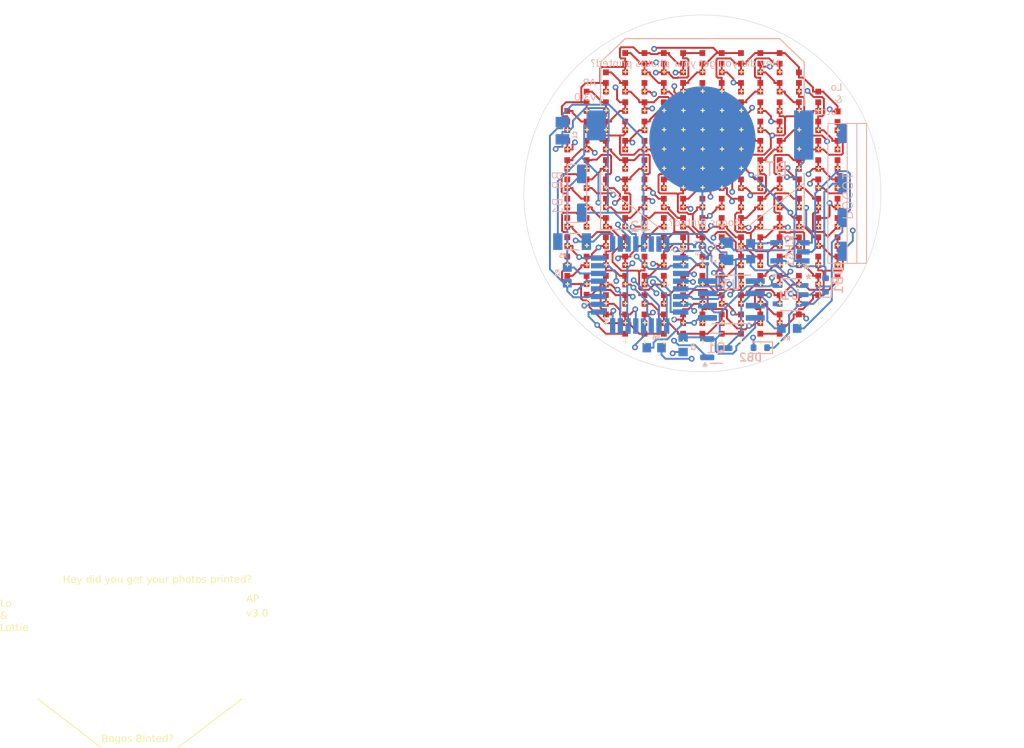
<source format=kicad_pcb>
(kicad_pcb (version 20241229) (generator "pcbnew") (generator_version "9.0")
  (layers (0 "F.Cu" signal) (4 "In1.Cu" signal) (6 "In2.Cu" signal) (2 "B.Cu" signal) (13 "F.Paste" user) (15 "B.Paste" user) (5 "F.SilkS" user "F.Silkscreen") (7 "B.SilkS" user "B.Silkscreen") (1 "F.Mask" user) (3 "B.Mask" user) (25 "Edge.Cuts" user))
  (net 0 "")
  (net 1 "Net-(CHG1-VBAT)")
  (net 2 "USB + ")
  (net 3 "GNDREF")
  (net 4 "BUTT")
  (net 5 "CHIP_POW")
  (net 6 "Net-(CHG1-PROG)")
  (net 7 "Charge_STAT")
  (net 10 "Bat_ON")
  (net 11 "F")
  (net 12 "P")
  (net 13 "N")
  (net 14 "B")
  (net 15 "M")
  (net 16 "O")
  (net 17 "L")
  (net 18 "A")
  (net 19 "J")
  (net 20 "H")
  (net 21 "D")
  (net 22 "K")
  (net 23 "I")
  (net 24 "G")
  (net 26 "C")
  (net 27 "E")
  (net 29 "UPDI")
  (net 30 "Bat_READ")
  (net 31 "RTC_WAKE")
  (net 32 "SDA")
  (net 33 "SCL")
  (net 35 "Net-(DB1-K)")
  (net 39 "Net-(Q1-D)")
  (footprint "WL-SMCC_0402:WL-SMCC_0402" (layer "F.Cu") (at 216 89.5 -90)
    (property "Reference" "D126" (hide yes))
    (property "Value" "WL-SMCC_0402")
  )
  (footprint "WL-SMCC_0402:WL-SMCC_0402" (layer "F.Cu") (at 226 95.5 -90)
    (property "Reference" "D175" (hide yes))
    (property "Value" "WL-SMCC_0402")
  )
  (footprint "WL-SMCC_0402:WL-SMCC_0402" (layer "F.Cu") (at 224 77.5 -90)
    (property "Reference" "D40" (hide yes))
    (property "Value" "WL-SMCC_0402")
  )
  (footprint "WL-SMCC_0402:WL-SMCC_0402" (layer "F.Cu") (at 226 75.5 -90)
    (property "Reference" "D27" (hide yes))
    (property "Value" "WL-SMCC_0402")
  )
  (footprint "WL-SMCC_0402:WL-SMCC_0402" (layer "F.Cu") (at 236 75.5 -90)
    (property "Reference" "D32" (hide yes))
    (property "Value" "WL-SMCC_0402")
  )
  (footprint "WL-SMCC_0402:WL-SMCC_0402" (layer "F.Cu") (at 238 89.5 -90)
    (property "Reference" "D137" (hide yes))
    (property "Value" "WL-SMCC_0402")
  )
  (footprint "WL-SMCC_0402:WL-SMCC_0402" (layer "F.Cu") (at 228 79.5 -90)
    (property "Reference" "D57" (hide yes))
    (property "Value" "WL-SMCC_0402")
  )
  (footprint "WL-SMCC_0402:WL-SMCC_0402" (layer "F.Cu") (at 230 77.5 -90)
    (property "Reference" "D43" (hide yes))
    (property "Value" "WL-SMCC_0402")
  )
  (footprint "WL-SMCC_0402:WL-SMCC_0402" (layer "F.Cu") (at 216 81.5 -90)
    (property "Reference" "D66" (hide yes))
    (property "Value" "WL-SMCC_0402")
  )
  (footprint "WL-SMCC_0402:WL-SMCC_0402" (layer "F.Cu") (at 222 75.5 -90)
    (property "Reference" "D25" (hide yes))
    (property "Value" "WL-SMCC_0402")
  )
  (footprint "WL-SMCC_0402:WL-SMCC_0402" (layer "F.Cu") (at 232 91.5 -90)
    (property "Reference" "D149" (hide yes))
    (property "Value" "WL-SMCC_0402")
  )
  (footprint "WL-SMCC_0402:WL-SMCC_0402" (layer "F.Cu") (at 222 83.5 -90)
    (property "Reference" "D84" (hide yes))
    (property "Value" "WL-SMCC_0402")
  )
  (footprint "WL-SMCC_0402:WL-SMCC_0402" (layer "F.Cu") (at 220 91.5 -90)
    (property "Reference" "D143" (hide yes))
    (property "Value" "WL-SMCC_0402")
  )
  (footprint "WL-SMCC_0402:WL-SMCC_0402" (layer "F.Cu") (at 238 81.5 -90)
    (property "Reference" "D77" (hide yes))
    (property "Value" "WL-SMCC_0402")
  )
  (footprint "WL-SMCC_0402:WL-SMCC_0402" (layer "F.Cu") (at 236 73.5 -90)
    (property "Reference" "D20" (hide yes))
    (property "Value" "WL-SMCC_0402")
  )
  (footprint "WL-SMCC_0402:WL-SMCC_0402" (layer "F.Cu") (at 238 75.5 -90)
    (property "Reference" "D33" (hide yes))
    (property "Value" "WL-SMCC_0402")
  )
  (footprint "WL-SMCC_0402:WL-SMCC_0402" (layer "F.Cu") (at 218 79.5 -90)
    (property "Reference" "D52" (hide yes))
    (property "Value" "WL-SMCC_0402")
  )
  (footprint "WL-SMCC_0402:WL-SMCC_0402" (layer "F.Cu") (at 236 81.5 -90)
    (property "Reference" "D76" (hide yes))
    (property "Value" "WL-SMCC_0402")
  )
  (footprint "WL-SMCC_0402:WL-SMCC_0402" (layer "F.Cu") (at 226 97.5 -90)
    (property "Reference" "D187" (hide yes))
    (property "Value" "WL-SMCC_0402")
  )
  (footprint "WL-SMCC_0402:WL-SMCC_0402" (layer "F.Cu") (at 228 75.5 -90)
    (property "Reference" "D28" (hide yes))
    (property "Value" "WL-SMCC_0402")
  )
  (footprint "WL-SMCC_0402:WL-SMCC_0402" (layer "F.Cu") (at 240 91.5 -90)
    (property "Reference" "D153" (hide yes))
    (property "Value" "WL-SMCC_0402")
  )
  (footprint "WL-SMCC_0402:WL-SMCC_0402" (layer "F.Cu") (at 236 95.5 -90)
    (property "Reference" "D180" (hide yes))
    (property "Value" "WL-SMCC_0402")
  )
  (footprint "WL-SMCC_0402:WL-SMCC_0402" (layer "F.Cu") (at 216 97.5 -90)
    (property "Reference" "D182" (hide yes))
    (property "Value" "WL-SMCC_0402")
  )
  (footprint "WL-SMCC_0402:WL-SMCC_0402" (layer "F.Cu") (at 214 89.5 -90)
    (property "Reference" "D125" (hide yes))
    (property "Value" "WL-SMCC_0402")
  )
  (footprint "WL-SMCC_0402:WL-SMCC_0402" (layer "F.Cu") (at 234 85.5 -90)
    (property "Reference" "D105" (hide yes))
    (property "Value" "WL-SMCC_0402")
  )
  (footprint "WL-SMCC_0402:WL-SMCC_0402" (layer "F.Cu") (at 230 99.5 -90)
    (property "Reference" "D199" (hide yes))
    (property "Value" "WL-SMCC_0402")
  )
  (footprint "WL-SMCC_0402:WL-SMCC_0402" (layer "F.Cu") (at 224 97.5 -90)
    (property "Reference" "D186" (hide yes))
    (property "Value" "WL-SMCC_0402")
  )
  (footprint "WL-SMCC_0402:WL-SMCC_0402" (layer "F.Cu") (at 226 71.5 -90)
    (property "Reference" "D5" (hide yes))
    (property "Value" "WL-SMCC_0402")
  )
  (footprint "WL-SMCC_0402:WL-SMCC_0402" (layer "F.Cu") (at 222 81.5 -90)
    (property "Reference" "D69" (hide yes))
    (property "Value" "WL-SMCC_0402")
  )
  (footprint "WL-SMCC_0402:WL-SMCC_0402" (layer "F.Cu") (at 212 85.5 -90)
    (property "Reference" "D94" (hide yes))
    (property "Value" "WL-SMCC_0402")
  )
  (footprint "WL-SMCC_0402:WL-SMCC_0402" (layer "F.Cu") (at 238 87.5 -90)
    (property "Reference" "D122" (hide yes))
    (property "Value" "WL-SMCC_0402")
  )
  (footprint "WL-SMCC_0402:WL-SMCC_0402" (layer "F.Cu") (at 212 83.5 -90)
    (property "Reference" "D79" (hide yes))
    (property "Value" "WL-SMCC_0402")
  )
  (footprint "WL-SMCC_0402:WL-SMCC_0402" (layer "F.Cu") (at 212 93.5 -90)
    (property "Reference" "D154" (hide yes))
    (property "Value" "WL-SMCC_0402")
  )
  (footprint "WL-SMCC_0402:WL-SMCC_0402" (layer "F.Cu") (at 234 77.5 -90)
    (property "Reference" "D45" (hide yes))
    (property "Value" "WL-SMCC_0402")
  )
  (footprint "WL-SMCC_0402:WL-SMCC_0402" (layer "F.Cu") (at 226 99.5 -90)
    (property "Reference" "D197" (hide yes))
    (property "Value" "WL-SMCC_0402")
  )
  (footprint "WL-SMCC_0402:WL-SMCC_0402" (layer "F.Cu") (at 234 91.5 -90)
    (property "Reference" "D150" (hide yes))
    (property "Value" "WL-SMCC_0402")
  )
  (footprint "WL-SMCC_0402:WL-SMCC_0402" (layer "F.Cu") (at 220 95.5 -90)
    (property "Reference" "D172" (hide yes))
    (property "Value" "WL-SMCC_0402")
  )
  (footprint "WL-SMCC_0402:WL-SMCC_0402" (layer "F.Cu") (at 222 93.5 -90)
    (property "Reference" "D159" (hide yes))
    (property "Value" "WL-SMCC_0402")
  )
  (footprint "WL-SMCC_0402:WL-SMCC_0402" (layer "F.Cu") (at 228 97.5 -90)
    (property "Reference" "D188" (hide yes))
    (property "Value" "WL-SMCC_0402")
  )
  (footprint "WL-SMCC_0402:WL-SMCC_0402" (layer "F.Cu") (at 232 81.5 -90)
    (property "Reference" "D74" (hide yes))
    (property "Value" "WL-SMCC_0402")
  )
  (footprint "WL-SMCC_0402:WL-SMCC_0402" (layer "F.Cu") (at 232 99.5 -90)
    (property "Reference" "D200" (hide yes))
    (property "Value" "WL-SMCC_0402")
  )
  (footprint "WL-SMCC_0402:WL-SMCC_0402" (layer "F.Cu") (at 222 79.5 -90)
    (property "Reference" "D54" (hide yes))
    (property "Value" "WL-SMCC_0402")
  )
  (footprint "WL-SMCC_0402:WL-SMCC_0402" (layer "F.Cu") (at 240 81.5 -90)
    (property "Reference" "D78" (hide yes))
    (property "Value" "WL-SMCC_0402")
  )
  (footprint "WL-SMCC_0402:WL-SMCC_0402" (layer "F.Cu") (at 218 89.5 -90)
    (property "Reference" "D127" (hide yes))
    (property "Value" "WL-SMCC_0402")
  )
  (footprint "WL-SMCC_0402:WL-SMCC_0402" (layer "F.Cu") (at 232 71.5 -90)
    (property "Reference" "D8" (hide yes))
    (property "Value" "WL-SMCC_0402")
  )
  (footprint "WL-SMCC_0402:WL-SMCC_0402" (layer "F.Cu") (at 222 99.5 -90)
    (property "Reference" "D195" (hide yes))
    (property "Value" "WL-SMCC_0402")
  )
  (footprint "WL-SMCC_0402:WL-SMCC_0402" (layer "F.Cu") (at 230 85.5 -90)
    (property "Reference" "D103" (hide yes))
    (property "Value" "WL-SMCC_0402")
  )
  (footprint "WL-SMCC_0402:WL-SMCC_0402" (layer "F.Cu") (at 222 95.5 -90)
    (property "Reference" "D173" (hide yes))
    (property "Value" "WL-SMCC_0402")
  )
  (footprint "WL-SMCC_0402:WL-SMCC_0402" (layer "F.Cu") (at 240 89.5 -90)
    (property "Reference" "D138" (hide yes))
    (property "Value" "WL-SMCC_0402")
  )
  (footprint "WL-SMCC_0402:WL-SMCC_0402" (layer "F.Cu") (at 216 87.5 -90)
    (property "Reference" "D111" (hide yes))
    (property "Value" "WL-SMCC_0402")
  )
  (footprint "WL-SMCC_0402:WL-SMCC_0402" (layer "F.Cu") (at 222 87.5 -90)
    (property "Reference" "D114" (hide yes))
    (property "Value" "WL-SMCC_0402")
  )
  (footprint "WL-SMCC_0402:WL-SMCC_0402" (layer "F.Cu") (at 240 83.5 -90)
    (property "Reference" "D93" (hide yes))
    (property "Value" "WL-SMCC_0402")
  )
  (footprint "WL-SMCC_0402:WL-SMCC_0402" (layer "F.Cu") (at 222 71.5 -90)
    (property "Reference" "D3" (hide yes))
    (property "Value" "WL-SMCC_0402")
  )
  (footprint "WL-SMCC_0402:WL-SMCC_0402" (layer "F.Cu") (at 218 75.5 -90)
    (property "Reference" "D23" (hide yes))
    (property "Value" "WL-SMCC_0402")
  )
  (footprint "WL-SMCC_0402:WL-SMCC_0402" (layer "F.Cu") (at 230 89.5 -90)
    (property "Reference" "D133" (hide yes))
    (property "Value" "WL-SMCC_0402")
  )
  (footprint "WL-SMCC_0402:WL-SMCC_0402" (layer "F.Cu") (at 224 91.5 -90)
    (property "Reference" "D145" (hide yes))
    (property "Value" "WL-SMCC_0402")
  )
  (footprint "WL-SMCC_0402:WL-SMCC_0402" (layer "F.Cu") (at 228 81.5 -90)
    (property "Reference" "D72" (hide yes))
    (property "Value" "WL-SMCC_0402")
  )
  (footprint "WL-SMCC_0402:WL-SMCC_0402" (layer "F.Cu") (at 232 75.5 -90)
    (property "Reference" "D30" (hide yes))
    (property "Value" "WL-SMCC_0402")
  )
  (footprint "WL-SMCC_0402:WL-SMCC_0402" (layer "F.Cu") (at 224 73.5 -90)
    (property "Reference" "D14" (hide yes))
    (property "Value" "WL-SMCC_0402")
  )
  (footprint "WL-SMCC_0402:WL-SMCC_0402" (layer "F.Cu") (at 220 81.5 -90)
    (property "Reference" "D68" (hide yes))
    (property "Value" "WL-SMCC_0402")
  )
  (footprint "WL-SMCC_0402:WL-SMCC_0402" (layer "F.Cu") (at 212 89.5 -90)
    (property "Reference" "D124" (hide yes))
    (property "Value" "WL-SMCC_0402")
  )
  (footprint "WL-SMCC_0402:WL-SMCC_0402" (layer "F.Cu") (at 234 73.5 -90)
    (property "Reference" "D19" (hide yes))
    (property "Value" "WL-SMCC_0402")
  )
  (footprint "WL-SMCC_0402:WL-SMCC_0402" (layer "F.Cu") (at 214 81.5 -90)
    (property "Reference" "D65" (hide yes))
    (property "Value" "WL-SMCC_0402")
  )
  (footprint "WL-SMCC_0402:WL-SMCC_0402" (layer "F.Cu") (at 212 77.5 -90)
    (property "Reference" "D34" (hide yes))
    (property "Value" "WL-SMCC_0402")
  )
  (footprint "WL-SMCC_0402:WL-SMCC_0402" (layer "F.Cu") (at 218 97.5 -90)
    (property "Reference" "D183" (hide yes))
    (property "Value" "WL-SMCC_0402")
  )
  (footprint "WL-SMCC_0402:WL-SMCC_0402" (layer "F.Cu") (at 238 83.5 -90)
    (property "Reference" "D92" (hide yes))
    (property "Value" "WL-SMCC_0402")
  )
  (footprint "WL-SMCC_0402:WL-SMCC_0402" (layer "F.Cu") (at 238 91.5 -90)
    (property "Reference" "D152" (hide yes))
    (property "Value" "WL-SMCC_0402")
  )
  (footprint "WL-SMCC_0402:WL-SMCC_0402" (layer "F.Cu") (at 228 91.5 -90)
    (property "Reference" "D147" (hide yes))
    (property "Value" "WL-SMCC_0402")
  )
  (footprint "WL-SMCC_0402:WL-SMCC_0402" (layer "F.Cu") (at 224 79.5 -90)
    (property "Reference" "D55" (hide yes))
    (property "Value" "WL-SMCC_0402")
  )
  (footprint "WL-SMCC_0402:WL-SMCC_0402" (layer "F.Cu") (at 236 89.5 -90)
    (property "Reference" "D136" (hide yes))
    (property "Value" "WL-SMCC_0402")
  )
  (footprint "WL-SMCC_0402:WL-SMCC_0402" (layer "F.Cu") (at 228 87.5 -90)
    (property "Reference" "D117" (hide yes))
    (property "Value" "WL-SMCC_0402")
  )
  (footprint "WL-SMCC_0402:WL-SMCC_0402" (layer "F.Cu") (at 230 97.5 -90)
    (property "Reference" "D189" (hide yes))
    (property "Value" "WL-SMCC_0402")
  )
  (footprint "WL-SMCC_0402:WL-SMCC_0402" (layer "F.Cu") (at 228 95.5 -90)
    (property "Reference" "D176" (hide yes))
    (property "Value" "WL-SMCC_0402")
  )
  (footprint "WL-SMCC_0402:WL-SMCC_0402" (layer "F.Cu") (at 230 93.5 -90)
    (property "Reference" "D163" (hide yes))
    (property "Value" "WL-SMCC_0402")
  )
  (footprint "WL-SMCC_0402:WL-SMCC_0402" (layer "F.Cu") (at 226 87.5 -90)
    (property "Reference" "D116" (hide yes))
    (property "Value" "WL-SMCC_0402")
  )
  (footprint "WL-SMCC_0402:WL-SMCC_0402" (layer "F.Cu") (at 224 81.5 -90)
    (property "Reference" "D70" (hide yes))
    (property "Value" "WL-SMCC_0402")
  )
  (footprint "WL-SMCC_0402:WL-SMCC_0402" (layer "F.Cu") (at 212 87.5 -90)
    (property "Reference" "D109" (hide yes))
    (property "Value" "WL-SMCC_0402")
  )
  (footprint "WL-SMCC_0402:WL-SMCC_0402" (layer "F.Cu") (at 226 91.5 -90)
    (property "Reference" "D146" (hide yes))
    (property "Value" "WL-SMCC_0402")
  )
  (footprint "WL-SMCC_0402:WL-SMCC_0402" (layer "F.Cu") (at 218 83.5 -90)
    (property "Reference" "D82" (hide yes))
    (property "Value" "WL-SMCC_0402")
  )
  (footprint "WL-SMCC_0402:WL-SMCC_0402" (layer "F.Cu") (at 228 71.5 -90)
    (property "Reference" "D6" (hide yes))
    (property "Value" "WL-SMCC_0402")
  )
  (footprint "WL-SMCC_0402:WL-SMCC_0402" (layer "F.Cu") (at 220 99.5 -90)
    (property "Reference" "D194" (hide yes))
    (property "Value" "WL-SMCC_0402")
  )
  (footprint "WL-SMCC_0402:WL-SMCC_0402" (layer "F.Cu") (at 236 87.5 -90)
    (property "Reference" "D121" (hide yes))
    (property "Value" "WL-SMCC_0402")
  )
  (footprint "WL-SMCC_0402:WL-SMCC_0402" (layer "F.Cu") (at 224 99.5 -90)
    (property "Reference" "D196" (hide yes))
    (property "Value" "WL-SMCC_0402")
  )
  (footprint "WL-SMCC_0402:WL-SMCC_0402" (layer "F.Cu") (at 230 73.5 -90)
    (property "Reference" "D17" (hide yes))
    (property "Value" "WL-SMCC_0402")
  )
  (footprint "WL-SMCC_0402:WL-SMCC_0402" (layer "F.Cu") (at 224 75.5 -90)
    (property "Reference" "D26" (hide yes))
    (property "Value" "WL-SMCC_0402")
  )
  (footprint "WL-SMCC_0402:WL-SMCC_0402" (layer "F.Cu") (at 220 85.5 -90)
    (property "Reference" "D98" (hide yes))
    (property "Value" "WL-SMCC_0402")
  )
  (footprint "WL-SMCC_0402:WL-SMCC_0402" (layer "F.Cu") (at 220 73.5 -90)
    (property "Reference" "D12" (hide yes))
    (property "Value" "WL-SMCC_0402")
  )
  (footprint "WL-SMCC_0402:WL-SMCC_0402" (layer "F.Cu") (at 232 83.5 -90)
    (property "Reference" "D89" (hide yes))
    (property "Value" "WL-SMCC_0402")
  )
  (footprint "WL-SMCC_0402:WL-SMCC_0402" (layer "F.Cu") (at 222 73.5 -90)
    (property "Reference" "D13" (hide yes))
    (property "Value" "WL-SMCC_0402")
  )
  (footprint "WL-SMCC_0402:WL-SMCC_0402" (layer "F.Cu") (at 222 77.5 -90)
    (property "Reference" "D39" (hide yes))
    (property "Value" "WL-SMCC_0402")
  )
  (footprint "WL-SMCC_0402:WL-SMCC_0402" (layer "F.Cu") (at 216 85.5 -90)
    (property "Reference" "D96" (hide yes))
    (property "Value" "WL-SMCC_0402")
  )
  (footprint "WL-SMCC_0402:WL-SMCC_0402" (layer "F.Cu") (at 222 97.5 -90)
    (property "Reference" "D185" (hide yes))
    (property "Value" "WL-SMCC_0402")
  )
  (footprint "WL-SMCC_0402:WL-SMCC_0402" (layer "F.Cu") (at 212 91.5 -90)
    (property "Reference" "D139" (hide yes))
    (property "Value" "WL-SMCC_0402")
  )
  (footprint "WL-SMCC_0402:WL-SMCC_0402" (layer "F.Cu") (at 216 77.5 -90)
    (property "Reference" "D36" (hide yes))
    (property "Value" "WL-SMCC_0402")
  )
  (footprint "WL-SMCC_0402:WL-SMCC_0402" (layer "F.Cu") (at 212 81.5 -90)
    (property "Reference" "D64" (hide yes))
    (property "Value" "WL-SMCC_0402")
  )
  (footprint "WL-SMCC_0402:WL-SMCC_0402" (layer "F.Cu") (at 232 93.5 -90)
    (property "Reference" "D164" (hide yes))
    (property "Value" "WL-SMCC_0402")
  )
  (footprint "WL-SMCC_0402:WL-SMCC_0402" (layer "F.Cu") (at 236 85.5 -90)
    (property "Reference" "D106" (hide yes))
    (property "Value" "WL-SMCC_0402")
  )
  (footprint "WL-SMCC_0402:WL-SMCC_0402" (layer "F.Cu") (at 234 79.5 -90)
    (property "Reference" "D60" (hide yes))
    (property "Value" "WL-SMCC_0402")
  )
  (footprint "WL-SMCC_0402:WL-SMCC_0402" (layer "F.Cu") (at 224 93.5 -90)
    (property "Reference" "D160" (hide yes))
    (property "Value" "WL-SMCC_0402")
  )
  (footprint "WL-SMCC_0402:WL-SMCC_0402" (layer "F.Cu") (at 234 83.5 -90)
    (property "Reference" "D90" (hide yes))
    (property "Value" "WL-SMCC_0402")
  )
  (footprint "WL-SMCC_0402:WL-SMCC_0402" (layer "F.Cu") (at 232 87.5 -90)
    (property "Reference" "D119" (hide yes))
    (property "Value" "WL-SMCC_0402")
  )
  (footprint "WL-SMCC_0402:WL-SMCC_0402" (layer "F.Cu") (at 226 89.5 -90)
    (property "Reference" "D131" (hide yes))
    (property "Value" "WL-SMCC_0402")
  )
  (footprint "WL-SMCC_0402:WL-SMCC_0402" (layer "F.Cu") (at 230 95.5 -90)
    (property "Reference" "D177" (hide yes))
    (property "Value" "WL-SMCC_0402")
  )
  (footprint "WL-SMCC_0402:WL-SMCC_0402" (layer "F.Cu") (at 218 91.5 -90)
    (property "Reference" "D142" (hide yes))
    (property "Value" "WL-SMCC_0402")
  )
  (footprint "WL-SMCC_0402:WL-SMCC_0402" (layer "F.Cu") (at 230 87.5 -90)
    (property "Reference" "D118" (hide yes))
    (property "Value" "WL-SMCC_0402")
  )
  (footprint "WL-SMCC_0402:WL-SMCC_0402" (layer "F.Cu") (at 238 77.5 -90)
    (property "Reference" "D47" (hide yes))
    (property "Value" "WL-SMCC_0402")
  )
  (footprint "WL-SMCC_0402:WL-SMCC_0402" (layer "F.Cu") (at 214 79.5 -90)
    (property "Reference" "D50" (hide yes))
    (property "Value" "WL-SMCC_0402")
  )
  (footprint "WL-SMCC_0402:WL-SMCC_0402" (layer "F.Cu") (at 222 89.5 -90)
    (property "Reference" "D129" (hide yes))
    (property "Value" "WL-SMCC_0402")
  )
  (footprint "WL-SMCC_0402:WL-SMCC_0402" (layer "F.Cu") (at 214 75.5 -90)
    (property "Reference" "D21" (hide yes))
    (property "Value" "WL-SMCC_0402")
  )
  (footprint "WL-SMCC_0402:WL-SMCC_0402" (layer "F.Cu") (at 232 85.5 -90)
    (property "Reference" "D104" (hide yes))
    (property "Value" "WL-SMCC_0402")
  )
  (footprint "WL-SMCC_0402:WL-SMCC_0402" (layer "F.Cu") (at 214 93.5 -90)
    (property "Reference" "D155" (hide yes))
    (property "Value" "WL-SMCC_0402")
  )
  (footprint "WL-SMCC_0402:WL-SMCC_0402" (layer "F.Cu") (at 230 91.5 -90)
    (property "Reference" "D148" (hide yes))
    (property "Value" "WL-SMCC_0402")
  )
  (footprint "WL-SMCC_0402:WL-SMCC_0402" (layer "F.Cu") (at 216 95.5 -90)
    (property "Reference" "D170" (hide yes))
    (property "Value" "WL-SMCC_0402")
  )
  (footprint "WL-SMCC_0402:WL-SMCC_0402" (layer "F.Cu") (at 234 87.5 -90)
    (property "Reference" "D120" (hide yes))
    (property "Value" "WL-SMCC_0402")
  )
  (footprint "WL-SMCC_0402:WL-SMCC_0402" (layer "F.Cu") (at 234 99.5 -90)
    (property "Reference" "D201" (hide yes))
    (property "Value" "WL-SMCC_0402")
  )
  (footprint "WL-SMCC_0402:WL-SMCC_0402" (layer "F.Cu") (at 218 85.5 -90)
    (property "Reference" "D97" (hide yes))
    (property "Value" "WL-SMCC_0402")
  )
  (footprint "WL-SMCC_0402:WL-SMCC_0402" (layer "F.Cu") (at 238 95.5 -90)
    (property "Reference" "D181" (hide yes))
    (property "Value" "WL-SMCC_0402")
  )
  (footprint "WL-SMCC_0402:WL-SMCC_0402" (layer "F.Cu") (at 234 97.5 -90)
    (property "Reference" "D191" (hide yes))
    (property "Value" "WL-SMCC_0402")
  )
  (footprint "WL-SMCC_0402:WL-SMCC_0402" (layer "F.Cu") (at 218 73.5 -90)
    (property "Reference" "D11" (hide yes))
    (property "Value" "WL-SMCC_0402")
  )
  (footprint "WL-SMCC_0402:WL-SMCC_0402" (layer "F.Cu") (at 228 85.5 -90)
    (property "Reference" "D102" (hide yes))
    (property "Value" "WL-SMCC_0402")
  )
  (footprint "WL-SMCC_0402:WL-SMCC_0402" (layer "F.Cu") (at 214 85.5 -90)
    (property "Reference" "D95" (hide yes))
    (property "Value" "WL-SMCC_0402")
  )
  (footprint "WL-SMCC_0402:WL-SMCC_0402" (layer "F.Cu") (at 240 77.55 -90)
    (property "Reference" "D48" (hide yes))
    (property "Value" "WL-SMCC_0402")
  )
  (footprint "WL-SMCC_0402:WL-SMCC_0402" (layer "F.Cu") (at 226 93.5 -90)
    (property "Reference" "D161" (hide yes))
    (property "Value" "WL-SMCC_0402")
  )
  (footprint "WL-SMCC_0402:WL-SMCC_0402" (layer "F.Cu") (at 230 81.5 -90)
    (property "Reference" "D73" (hide yes))
    (property "Value" "WL-SMCC_0402")
  )
  (footprint "WL-SMCC_0402:WL-SMCC_0402" (layer "F.Cu") (at 220 71.5 -90)
    (property "Reference" "D2" (hide yes))
    (property "Value" "WL-SMCC_0402")
  )
  (footprint "WL-SMCC_0402:WL-SMCC_0402" (layer "F.Cu") (at 226 85.5 -90)
    (property "Reference" "D101" (hide yes))
    (property "Value" "WL-SMCC_0402")
  )
  (footprint "WL-SMCC_0402:WL-SMCC_0402" (layer "F.Cu") (at 234 95.5 -90)
    (property "Reference" "D179" (hide yes))
    (property "Value" "WL-SMCC_0402")
  )
  (footprint "WL-SMCC_0402:WL-SMCC_0402" (layer "F.Cu") (at 226 79.5 -90)
    (property "Reference" "D56" (hide yes))
    (property "Value" "WL-SMCC_0402")
  )
  (footprint "WL-SMCC_0402:WL-SMCC_0402" (layer "F.Cu") (at 220 75.5 -90)
    (property "Reference" "D24" (hide yes))
    (property "Value" "WL-SMCC_0402")
  )
  (footprint "WL-SMCC_0402:WL-SMCC_0402" (layer "F.Cu") (at 216 91.5 -90)
    (property "Reference" "D141" (hide yes))
    (property "Value" "WL-SMCC_0402")
  )
  (footprint "WL-SMCC_0402:WL-SMCC_0402" (layer "F.Cu") (at 240 93.5 -90)
    (property "Reference" "D168" (hide yes))
    (property "Value" "WL-SMCC_0402")
  )
  (footprint "WL-SMCC_0402:WL-SMCC_0402" (layer "F.Cu") (at 214 77.5 -90)
    (property "Reference" "D35" (hide yes))
    (property "Value" "WL-SMCC_0402")
  )
  (footprint "WL-SMCC_0402:WL-SMCC_0402" (layer "F.Cu") (at 238 79.5 -90)
    (property "Reference" "D62" (hide yes))
    (property "Value" "WL-SMCC_0402")
  )
  (footprint "WL-SMCC_0402:WL-SMCC_0402" (layer "F.Cu") (at 220 83.5 -90)
    (property "Reference" "D83" (hide yes))
    (property "Value" "WL-SMCC_0402")
  )
  (footprint "WL-SMCC_0402:WL-SMCC_0402" (layer "F.Cu") (at 238 85.5 -90)
    (property "Reference" "D107" (hide yes))
    (property "Value" "WL-SMCC_0402")
  )
  (footprint "WL-SMCC_0402:WL-SMCC_0402" (layer "F.Cu") (at 220 93.5 -90)
    (property "Reference" "D158" (hide yes))
    (property "Value" "WL-SMCC_0402")
  )
  (footprint "WL-SMCC_0402:WL-SMCC_0402" (layer "F.Cu") (at 216 79.5 -90)
    (property "Reference" "D51" (hide yes))
    (property "Value" "WL-SMCC_0402")
  )
  (footprint "WL-SMCC_0402:WL-SMCC_0402" (layer "F.Cu") (at 234 93.5 -90)
    (property "Reference" "D165" (hide yes))
    (property "Value" "WL-SMCC_0402")
  )
  (footprint "WL-SMCC_0402:WL-SMCC_0402" (layer "F.Cu") (at 218 93.5 -90)
    (property "Reference" "D157" (hide yes))
    (property "Value" "WL-SMCC_0402")
  )
  (footprint "WL-SMCC_0402:WL-SMCC_0402" (layer "F.Cu") (at 240 79.5 -90)
    (property "Reference" "D63" (hide yes))
    (property "Value" "WL-SMCC_0402")
  )
  (footprint "WL-SMCC_0402:WL-SMCC_0402" (layer "F.Cu") (at 232 79.5 -90)
    (property "Reference" "D59" (hide yes))
    (property "Value" "WL-SMCC_0402")
  )
  (footprint "WL-SMCC_0402:WL-SMCC_0402" (layer "F.Cu") (at 224 83.5 -90)
    (property "Reference" "D85" (hide yes))
    (property "Value" "WL-SMCC_0402")
  )
  (footprint "WL-SMCC_0402:WL-SMCC_0402" (layer "F.Cu") (at 214 91.5 -90)
    (property "Reference" "D140" (hide yes))
    (property "Value" "WL-SMCC_0402")
  )
  (footprint "WL-SMCC_0402:WL-SMCC_0402" (layer "F.Cu") (at 224 95.5 -90)
    (property "Reference" "D174" (hide yes))
    (property "Value" "WL-SMCC_0402")
  )
  (footprint "WL-SMCC_0402:WL-SMCC_0402" (layer "F.Cu") (at 216 75.5 -90)
    (property "Reference" "D22" (hide yes))
    (property "Value" "WL-SMCC_0402")
  )
  (footprint "WL-SMCC_0402:WL-SMCC_0402" (layer "F.Cu") (at 234 71.5 -90)
    (property "Reference" "D9" (hide yes))
    (property "Value" "WL-SMCC_0402")
  )
  (footprint "WL-SMCC_0402:WL-SMCC_0402" (layer "F.Cu") (at 214 95.45 -90)
    (property "Reference" "D169" (hide yes))
    (property "Value" "WL-SMCC_0402")
  )
  (footprint "WL-SMCC_0402:WL-SMCC_0402" (layer "F.Cu") (at 234 89.5 -90)
    (property "Reference" "D135" (hide yes))
    (property "Value" "WL-SMCC_0402")
  )
  (footprint "WL-SMCC_0402:WL-SMCC_0402" (layer "F.Cu") (at 228 93.5 -90)
    (property "Reference" "D162" (hide yes))
    (property "Value" "WL-SMCC_0402")
  )
  (footprint "WL-SMCC_0402:WL-SMCC_0402" (layer "F.Cu") (at 212 79.5 -90)
    (property "Reference" "D49" (hide yes))
    (property "Value" "WL-SMCC_0402")
  )
  (footprint "WL-SMCC_0402:WL-SMCC_0402" (layer "F.Cu") (at 226 83.5 -90)
    (property "Reference" "D86" (hide yes))
    (property "Value" "WL-SMCC_0402")
  )
  (footprint "WL-SMCC_0402:WL-SMCC_0402" (layer "F.Cu") (at 218 99.5 -90)
    (property "Reference" "D193" (hide yes))
    (property "Value" "WL-SMCC_0402")
  )
  (footprint "WL-SMCC_0402:WL-SMCC_0402" (layer "F.Cu") (at 216 83.5 -90)
    (property "Reference" "D81" (hide yes))
    (property "Value" "WL-SMCC_0402")
  )
  (footprint "WL-SMCC_0402:WL-SMCC_0402" (layer "F.Cu") (at 220 97.5 -90)
    (property "Reference" "D184" (hide yes))
    (property "Value" "WL-SMCC_0402")
  )
  (footprint "WL-SMCC_0402:WL-SMCC_0402" (layer "F.Cu") (at 224 89.5 -90)
    (property "Reference" "D130" (hide yes))
    (property "Value" "WL-SMCC_0402")
  )
  (footprint "WL-SMCC_0402:WL-SMCC_0402" (layer "F.Cu") (at 228 77.5 -90)
    (property "Reference" "D42" (hide yes))
    (property "Value" "WL-SMCC_0402")
  )
  (footprint "WL-SMCC_0402:WL-SMCC_0402" (layer "F.Cu") (at 232 89.5 -90)
    (property "Reference" "D134" (hide yes))
    (property "Value" "WL-SMCC_0402")
  )
  (footprint "WL-SMCC_0402:WL-SMCC_0402" (layer "F.Cu") (at 218 77.5 -90)
    (property "Reference" "D37" (hide yes))
    (property "Value" "WL-SMCC_0402")
  )
  (footprint "WL-SMCC_0402:WL-SMCC_0402" (layer "F.Cu") (at 236 79.5 -90)
    (property "Reference" "D61" (hide yes))
    (property "Value" "WL-SMCC_0402")
  )
  (footprint "WL-SMCC_0402:WL-SMCC_0402" (layer "F.Cu") (at 230 71.5 -90)
    (property "Reference" "D7" (hide yes))
    (property "Value" "WL-SMCC_0402")
  )
  (footprint "WL-SMCC_0402:WL-SMCC_0402" (layer "F.Cu") (at 218 95.5 -90)
    (property "Reference" "D171" (hide yes))
    (property "Value" "WL-SMCC_0402")
  )
  (footprint "WL-SMCC_0402:WL-SMCC_0402" (layer "F.Cu") (at 238 93.5 -90)
    (property "Reference" "D167" (hide yes))
    (property "Value" "WL-SMCC_0402")
  )
  (footprint "WL-SMCC_0402:WL-SMCC_0402" (layer "F.Cu") (at 218 87.5 -90)
    (property "Reference" "D112" (hide yes))
    (property "Value" "WL-SMCC_0402")
  )
  (footprint "WL-SMCC_0402:WL-SMCC_0402" (layer "F.Cu") (at 218 81.5 -90)
    (property "Reference" "D67" (hide yes))
    (property "Value" "WL-SMCC_0402")
  )
  (footprint "WL-SMCC_0402:WL-SMCC_0402" (layer "F.Cu") (at 226 77.5 -90)
    (property "Reference" "D41" (hide yes))
    (property "Value" "WL-SMCC_0402")
  )
  (footprint "WL-SMCC_0402:WL-SMCC_0402" (layer "F.Cu") (at 226 81.5 -90)
    (property "Reference" "D71" (hide yes))
    (property "Value" "WL-SMCC_0402")
  )
  (footprint "WL-SMCC_0402:WL-SMCC_0402" (layer "F.Cu") (at 234 81.5 -90)
    (property "Reference" "D75" (hide yes))
    (property "Value" "WL-SMCC_0402")
  )
  (footprint "WL-SMCC_0402:WL-SMCC_0402" (layer "F.Cu") (at 214 83.5 -90)
    (property "Reference" "D80" (hide yes))
    (property "Value" "WL-SMCC_0402")
  )
  (footprint "WL-SMCC_0402:WL-SMCC_0402" (layer "F.Cu") (at 220 89.5 -90)
    (property "Reference" "D128" (hide yes))
    (property "Value" "WL-SMCC_0402")
  )
  (footprint "WL-SMCC_0402:WL-SMCC_0402" (layer "F.Cu") (at 228 89.5 -90)
    (property "Reference" "D132" (hide yes))
    (property "Value" "WL-SMCC_0402")
  )
  (footprint "WL-SMCC_0402:WL-SMCC_0402" (layer "F.Cu") (at 230 75.5 -90)
    (property "Reference" "D29" (hide yes))
    (property "Value" "WL-SMCC_0402")
  )
  (footprint "WL-SMCC_0402:WL-SMCC_0402" (layer "F.Cu") (at 222 91.5 -90)
    (property "Reference" "D144" (hide yes))
    (property "Value" "WL-SMCC_0402")
  )
  (footprint "WL-SMCC_0402:WL-SMCC_0402" (layer "F.Cu") (at 240 87.5 -90)
    (property "Reference" "D123" (hide yes))
    (property "Value" "WL-SMCC_0402")
  )
  (footprint "WL-SMCC_0402:WL-SMCC_0402" (layer "F.Cu") (at 216 93.5 -90)
    (property "Reference" "D156" (hide yes))
    (property "Value" "WL-SMCC_0402")
  )
  (footprint "WL-SMCC_0402:WL-SMCC_0402" (layer "F.Cu") (at 214 87.5 -90)
    (property "Reference" "D110" (hide yes))
    (property "Value" "WL-SMCC_0402")
  )
  (footprint "WL-SMCC_0402:WL-SMCC_0402" (layer "F.Cu") (at 236 91.5 -90)
    (property "Reference" "D151" (hide yes))
    (property "Value" "WL-SMCC_0402")
  )
  (footprint "WL-SMCC_0402:WL-SMCC_0402" (layer "F.Cu") (at 222 85.5 -90)
    (property "Reference" "D99" (hide yes))
    (property "Value" "WL-SMCC_0402")
  )
  (footprint "WL-SMCC_0402:WL-SMCC_0402" (layer "F.Cu") (at 220 79.5 -90)
    (property "Reference" "D53" (hide yes))
    (property "Value" "WL-SMCC_0402")
  )
  (footprint "WL-SMCC_0402:WL-SMCC_0402" (layer "F.Cu") (at 240 85.5 -90)
    (property "Reference" "D108" (hide yes))
    (property "Value" "WL-SMCC_0402")
  )
  (footprint "WL-SMCC_0402:WL-SMCC_0402" (layer "F.Cu") (at 232 73.5 -90)
    (property "Reference" "D18" (hide yes))
    (property "Value" "WL-SMCC_0402")
  )
  (footprint "WL-SMCC_0402:WL-SMCC_0402" (layer "F.Cu") (at 230 83.5 -90)
    (property "Reference" "D88" (hide yes))
    (property "Value" "WL-SMCC_0402")
  )
  (footprint "WL-SMCC_0402:WL-SMCC_0402" (layer "F.Cu") (at 232 95.5 -90)
    (property "Reference" "D178" (hide yes))
    (property "Value" "WL-SMCC_0402")
  )
  (footprint "WL-SMCC_0402:WL-SMCC_0402" (layer "F.Cu") (at 220 87.5 -90)
    (property "Reference" "D113" (hide yes))
    (property "Value" "WL-SMCC_0402")
  )
  (footprint "WL-SMCC_0402:WL-SMCC_0402" (layer "F.Cu") (at 236 97.5 -90)
    (property "Reference" "D192" (hide yes))
    (property "Value" "WL-SMCC_0402")
  )
  (footprint "WL-SMCC_0402:WL-SMCC_0402" (layer "F.Cu") (at 226 73.5 -90)
    (property "Reference" "D15" (hide yes))
    (property "Value" "WL-SMCC_0402")
  )
  (footprint "WL-SMCC_0402:WL-SMCC_0402" (layer "F.Cu") (at 228 83.5 -90)
    (property "Reference" "D87" (hide yes))
    (property "Value" "WL-SMCC_0402")
  )
  (footprint "WL-SMCC_0402:WL-SMCC_0402" (layer "F.Cu") (at 224 85.5 -90)
    (property "Reference" "D100" (hide yes))
    (property "Value" "WL-SMCC_0402")
  )
  (footprint "WL-SMCC_0402:WL-SMCC_0402" (layer "F.Cu") (at 234 75.5 -90)
    (property "Reference" "D31" (hide yes))
    (property "Value" "WL-SMCC_0402")
  )
  (footprint "WL-SMCC_0402:WL-SMCC_0402" (layer "F.Cu") (at 220 77.5 -90)
    (property "Reference" "D38" (hide yes))
    (property "Value" "WL-SMCC_0402")
  )
  (footprint "WL-SMCC_0402:WL-SMCC_0402" (layer "F.Cu") (at 228 73.5 -90)
    (property "Reference" "D16" (hide yes))
    (property "Value" "WL-SMCC_0402")
  )
  (footprint "WL-SMCC_0402:WL-SMCC_0402" (layer "F.Cu") (at 232 77.5 -90)
    (property "Reference" "D44" (hide yes))
    (property "Value" "WL-SMCC_0402")
  )
  (footprint "WL-SMCC_0402:WL-SMCC_0402" (layer "F.Cu") (at 224 71.5 -90)
    (property "Reference" "D4" (hide yes))
    (property "Value" "WL-SMCC_0402")
  )
  (footprint "WL-SMCC_0402:WL-SMCC_0402" (layer "F.Cu") (at 236 77.5 -90)
    (property "Reference" "D46" (hide yes))
    (property "Value" "WL-SMCC_0402")
  )
  (footprint "WL-SMCC_0402:WL-SMCC_0402" (layer "F.Cu") (at 236 83.5 -90)
    (property "Reference" "D91" (hide yes))
    (property "Value" "WL-SMCC_0402")
  )
  (footprint "WL-SMCC_0402:WL-SMCC_0402" (layer "F.Cu") (at 218 71.5 -90)
    (property "Reference" "D1" (hide yes))
    (property "Value" "WL-SMCC_0402")
  )
  (footprint "WL-SMCC_0402:WL-SMCC_0402" (layer "F.Cu") (at 236 93.5 -90)
    (property "Reference" "D166" (hide yes))
    (property "Value" "WL-SMCC_0402")
  )
  (footprint "WL-SMCC_0402:WL-SMCC_0402" (layer "F.Cu") (at 232 97.5 -90)
    (property "Reference" "D190" (hide yes))
    (property "Value" "WL-SMCC_0402")
  )
  (footprint "WL-SMCC_0402:WL-SMCC_0402" (layer "F.Cu") (at 224 87.5 -90)
    (property "Reference" "D115" (hide yes))
    (property "Value" "WL-SMCC_0402")
  )
  (footprint "WL-SMCC_0402:WL-SMCC_0402" (layer "F.Cu") (at 216 73.5 -90)
    (property "Reference" "D10" (hide yes))
    (property "Value" "WL-SMCC_0402")
  )
  (footprint "WL-SMCC_0402:WL-SMCC_0402" (layer "F.Cu") (at 228 99.5 -90)
    (property "Reference" "D198" (hide yes))
    (property "Value" "WL-SMCC_0402")
  )
  (footprint "WL-SMCC_0402:WL-SMCC_0402" (layer "F.Cu") (at 230 79.5 -90)
    (property "Reference" "D58" (hide yes))
    (property "Value" "WL-SMCC_0402")
  )
  (footprint "Button_breakout:BB_B" (layer "B.Cu") (at 213 85.5)
    (property "Reference" "BB_B1")
    (property "Value" "~")
  )
  (footprint "Package_TO_SOT_SMD:SOT-23" (layer "B.Cu") (at 227.4375 101.55)
    (property "Reference" "Q1")
    (property "Value" "SI2301DS")
  )
  (footprint "Diode_SMD:D_SOD-523" (layer "B.Cu") (at 232 101.5 180)
    (property "Reference" "DB2")
    (property "Value" "1N4148WT")
  )
  (footprint "MCP73832T_2ACI_OT:SOT95P270X145-5N" (layer "B.Cu") (at 235.0692 91.5602 180)
    (property "Reference" "CHG1")
    (property "Value" "MCP73832T-2ACI_OT")
  )
  (footprint "WL-SMCC_0402:Untitled" (layer "B.Cu") (at 246 85.5 180)
    (property "Reference" "POGO1")
    (property "Value" "~")
  )
  (footprint "RN73H1JTTD5052F50:RN73H1JTTD5052F50" (layer "B.Cu") (at 235 99.5)
    (property "Reference" "R4")
    (property "Value" "RN73H1JTTD5052F50")
  )
  (footprint "BAT-HLD-003-SMT:BAT_BAT-HLD-003-SMT_CUT" (layer "B.Cu") (at 226 80 180)
    (property "Reference" "BT1")
    (property "Value" "BAT-HLD-003-SMT")
  )
  (footprint "RMCF0603FT300K:RMCF0603FT300K" (layer "B.Cu") (at 224 101.186 90)
    (property "Reference" "R3")
    (property "Value" "RMCF0603FT300K")
  )
  (footprint "RN73H1JTTD5052F50:RN73H1JTTD5052F50" (layer "B.Cu") (at 212 94 -90)
    (property "Reference" "R2")
    (property "Value" "RN73H1JTTD5052F50")
  )
  (footprint "RMCF0603FT300K:RMCF0603FT300K" (layer "B.Cu") (at 221 101.5 180)
    (property "Reference" "R6")
    (property "Value" "RMCF0603FT300K")
  )
  (footprint "GRM21BC81E106ME51K:CAPC2012X140N" (layer "B.Cu") (at 211.5 79 90)
    (property "Reference" "C1")
    (property "Value" "GRM21BC81E106ME51K")
  )
  (footprint "GRM21BC81E106ME51K:CAPC2012X140N" (layer "B.Cu") (at 228.5 91.5 -90)
    (property "Reference" "C2")
    (property "Value" "GRM21BC81E106ME51K")
  )
  (footprint "RC0201FR_074K7L:RESC0603X26N" (layer "B.Cu") (at 226.5 92.5 90)
    (property "Reference" "R8")
    (property "Value" "RC0201FR-074K7L")
  )
  (footprint "RC1206FR_07120KL:RC1206FR_07120KL" (layer "B.Cu") (at 212.5 90.5)
    (property "Reference" "R5")
    (property "Value" "RC1206FR-07120KL")
  )
  (footprint "DS3231MZ:DS3231MZ_" (layer "B.Cu") (at 229 96.5 180)
    (property "Reference" "U3")
    (property "Value" "DS3231MZ_")
  )
  (footprint "Diode_SMD:D_SOD-523" (layer "B.Cu") (at 238.7568 95 90)
    (property "Reference" "DB1")
    (property "Value" "1N4148WT")
  )
  (footprint "Package_QFP:TQFP-32_7x7mm_P0.8mm" (layer "B.Cu") (at 219.5 95 180)
    (property "Reference" "U2")
    (property "Value" "ATMEGA4808-AU")
  )
  (footprint "TPS7A0230PDBVR:TPS7A0230PDBVR" (layer "B.Cu") (at 235.1348 96 180)
    (property "Reference" "U1")
    (property "Value" "TPS7A0230PDBVR")
  )
  (footprint "RC0201FR_074K7L:RESC0603X26N" (layer "B.Cu") (at 225.5 91)
    (property "Reference" "R7")
    (property "Value" "RC0201FR-074K7L")
  )
  (footprint "RN73H1JTTD5052F50:RN73H1JTTD5052F50" (layer "B.Cu") (at 231 91.5 -90)
    (property "Reference" "R1")
    (property "Value" "RN73H1JTTD5052F50")
  )
  (gr_line (start 157.157366 137.918577) (end 163.657366 142.918577) (stroke (width 0.1)) (layer "F.SilkS"))
  (gr_line (start 178.276566 137.918577) (end 171.657366 142.960877) (stroke (width 0.1)) (layer "F.SilkS"))
  (gr_line (start 215.448434 84.418577) (end 222.067634 89.460877) (stroke (width 0.1)) (layer "B.SilkS"))
  (gr_line (start 236.567634 84.418577) (end 230.067634 89.418577) (stroke (width 0.1)) (layer "B.SilkS"))
  (gr_circle (center 226 85.5) (end 244.5 85.5) (stroke (width 0.05)) (fill no) (layer "Edge.Cuts"))
  (gr_text "Hey did you get your photos printed?" (at 159.725 126 -0) (layer "F.SilkS") (effects (font (size 0.75 0.75) (thickness 0.09375)) (justify left bottom)))
  (gr_text "v3.0" (at 178.725 129.5 -0) (layer "F.SilkS") (effects (font (size 0.75 0.75) (thickness 0.09375)) (justify left bottom)))
  (gr_text "AP\n" (at 178.725 128 -0) (layer "F.SilkS") (effects (font (size 0.75 0.75) (thickness 0.09375)) (justify left bottom)))
  (gr_text "Lo\n&\nLottie" (at 153.225 131 -0) (layer "F.SilkS") (effects (font (size 0.75 0.75) (thickness 0.09375)) (justify left bottom)))
  (gr_text "Bogos Binted?" (at 163.725 142.5 -0) (layer "F.SilkS") (effects (font (size 0.75 0.75) (thickness 0.09375)) (justify left bottom)))
  (gr_text "Bogos Binted?" (at 230 89 0) (layer "B.SilkS") (effects (font (size 0.75 0.75) (thickness 0.09375)) (justify left bottom mirror)))
  (gr_text "Hey did you get your photos printed?" (at 234 72.5 0) (layer "B.SilkS") (effects (font (size 0.75 0.75) (thickness 0.09375)) (justify left bottom mirror)))
  (gr_text "Lo\n&\nLottie" (at 240.5 77.5 0) (layer "B.SilkS") (effects (font (size 0.75 0.75) (thickness 0.09375)) (justify left bottom mirror)))
  (gr_text "v3.0" (at 215 76 0) (layer "B.SilkS") (effects (font (size 0.75 0.75) (thickness 0.09375)) (justify left bottom mirror)))
  (gr_text "AP\n" (at 215 74.5 0) (layer "B.SilkS") (effects (font (size 0.75 0.75) (thickness 0.09375)) (justify left bottom mirror)))
  (via (at 215.2283 86.4639) (size 0.6) (drill 0.3) (layers "F.Cu" "B.Cu") (net 1))
  (via (at 234.7569 83.8179) (size 0.6) (drill 0.3) (layers "F.Cu" "B.Cu") (net 1))
  (segment (start 213.7563 81.4976) (end 213.4833 81.7706) (width 0.2) (layer "B.Cu") (net 1))
  (segment (start 235.5367 91.3989) (end 235.5367 87.8426) (width 0.2) (layer "B.Cu") (net 1))
  (segment (start 236.5 79.45) (end 236.5 82.2437) (width 0.2) (layer "B.Cu") (net 1))
  (segment (start 215 78.45) (end 213.7563 78.45) (width 0.2) (layer "B.Cu") (net 1))
  (segment (start 235.5367 91.3989) (end 232.7817 91.3989) (width 0.2) (layer "B.Cu") (net 1))
  (segment (start 232.7817 92.8788) (end 232.964 93.0611) (width 0.2) (layer "B.Cu") (net 1))
  (segment (start 235.5367 87.8426) (end 235.7173 87.662) (width 0.2) (layer "B.Cu") (net 1))
  (segment (start 213.4833 81.7706) (end 211.02 84.2339) (width 0.2) (layer "B.Cu") (net 1))
  (segment (start 235.7173 87.662) (end 235.7173 83.8179) (width 0.2) (layer "B.Cu") (net 1))
  (segment (start 233.7784 93.0611) (end 235.7673 95.05) (width 0.2) (layer "B.Cu") (net 1))
  (segment (start 232.964 93.0611) (end 233.7784 93.0611) (width 0.2) (layer "B.Cu") (net 1))
  (segment (start 236.4408 92.5) (end 235.5367 92.5) (width 0.2) (layer "B.Cu") (net 1))
  (segment (start 232.7817 91.3989) (end 229.2939 91.3989) (width 0.2) (layer "B.Cu") (net 1))
  (segment (start 213.7563 78.45) (end 213.7563 81.4976) (width 0.2) (layer "B.Cu") (net 1))
  (segment (start 215.2283 83.5156) (end 215.2283 86.4639) (width 0.2) (layer "B.Cu") (net 1))
  (segment (start 234.7569 83.8179) (end 235.7173 83.8179) (width 0.2) (layer "B.Cu") (net 1))
  (segment (start 235.7173 83.0264) (end 236.5 82.2437) (width 0.2) (layer "B.Cu") (net 1))
  (segment (start 236.5 95.05) (end 235.7673 95.05) (width 0.2) (layer "B.Cu") (net 1))
  (segment (start 211.02 84.2339) (end 211.02 90.5) (width 0.2) (layer "B.Cu") (net 1))
  (segment (start 213.4833 81.7706) (end 215.2283 83.5156) (width 0.2) (layer "B.Cu") (net 1))
  (segment (start 235.7173 83.8179) (end 235.7173 83.0264) (width 0.2) (layer "B.Cu") (net 1))
  (segment (start 232.7817 91.3989) (end 232.7817 92.8788) (width 0.2) (layer "B.Cu") (net 1))
  (segment (start 235.5367 92.5) (end 235.5367 91.3989) (width 0.2) (layer "B.Cu") (net 1))
  (segment (start 229.2939 91.3989) (end 228.5 90.605) (width 0.2) (layer "B.Cu") (net 1))
  (segment (start 235.1578 93.0561) (end 234.6017 92.5) (width 0.2) (layer "B.Cu") (net 2))
  (segment (start 233.6976 92.5) (end 234.6017 92.5) (width 0.2) (layer "B.Cu") (net 2))
  (segment (start 238.7568 93.1839) (end 238.629 93.0561) (width 0.2) (layer "B.Cu") (net 2))
  (segment (start 238.7568 94.3) (end 238.7568 93.1839) (width 0.2) (layer "B.Cu") (net 2))
  (segment (start 238.629 85.371) (end 239.5 84.5) (width 0.2) (layer "B.Cu") (net 2))
  (segment (start 239.5 84.5) (end 240.5 84.5) (width 0.2) (layer "B.Cu") (net 2))
  (segment (start 238.629 93.0561) (end 238.629 85.371) (width 0.2) (layer "B.Cu") (net 2))
  (segment (start 238.629 93.0561) (end 235.1578 93.0561) (width 0.2) (layer "B.Cu") (net 2))
  (via (at 225.1456 98.9236) (size 0.6) (drill 0.3) (layers "F.Cu" "B.Cu") (net 3))
  (via (at 228.8819 95.9943) (size 0.6) (drill 0.3) (layers "F.Cu" "B.Cu") (net 3))
  (segment (start 239.4039 96.5988) (end 239.4039 95.1527) (width 0.2) (layer "B.Cu") (net 3))
  (segment (start 212.5159 76.3054) (end 211.5 77.3213) (width 0.2) (layer "B.Cu") (net 3))
  (segment (start 235.7673 95.7561) (end 235.7673 96) (width 0.2) (layer "B.Cu") (net 3))
  (segment (start 227.0363 90.6448) (end 227.4084 91.0169) (width 0.2) (layer "B.Cu") (net 3))
  (segment (start 212 94.814) (end 212 95.1583) (width 0.2) (layer "B.Cu") (net 3))
  (segment (start 227.4084 91.1147) (end 227.905 91.6113) (width 0.2) (layer "B.Cu") (net 3))
  (segment (start 231 92.314) (end 231 93.0027) (width 0.2) (layer "B.Cu") (net 3))
  (segment (start 236.5027 99.5) (end 239.4039 96.5988) (width 0.2) (layer "B.Cu") (net 3))
  (segment (start 225.1456 98.9236) (end 224.0716 98.9236) (width 0.2) (layer "B.Cu") (net 3))
  (segment (start 231 92.314) (end 229.5347 92.314) (width 0.2) (layer "B.Cu") (net 3))
  (segment (start 226 79.9) (end 226 89.7063) (width 0.2) (layer "B.Cu") (net 3))
  (segment (start 210.9857 78.7464) (end 210.2026 79.5295) (width 0.2) (layer "B.Cu") (net 3))
  (segment (start 215.25 96.2) (end 214.2063 96.2) (width 0.2) (layer "B.Cu") (net 3))
  (segment (start 222.3578 100.6374) (end 221.276 100.6374) (width 0.2) (layer "B.Cu") (net 3))
  (segment (start 210.2026 93.3609) (end 212 95.1583) (width 0.2) (layer "B.Cu") (net 3))
  (segment (start 211.5 78.105) (end 211.5 77.3213) (width 0.2) (layer "B.Cu") (net 3))
  (segment (start 239.4039 90.5961) (end 240.5 89.5) (width 0.2) (layer "B.Cu") (net 3))
  (segment (start 228.5 92.395) (end 228.5 91.6113) (width 0.2) (layer "B.Cu") (net 3))
  (segment (start 211.5 78.7464) (end 210.9857 78.7464) (width 0.2) (layer "B.Cu") (net 3))
  (segment (start 224.0716 98.9236) (end 222.3578 100.6374) (width 0.2) (layer "B.Cu") (net 3))
  (segment (start 219.9 79.872) (end 216.3334 76.3054) (width 0.2) (layer "B.Cu") (net 3))
  (segment (start 211.5 78.192) (end 211.5 78.7464) (width 0.2) (layer "B.Cu") (net 3))
  (segment (start 212 95.1583) (end 212 95.5027) (width 0.2) (layer "B.Cu") (net 3))
  (segment (start 240.5 89.5) (end 240.5 88) (width 0.2) (layer "B.Cu") (net 3))
  (segment (start 236.4408 91.5602) (end 237.3449 91.5602) (width 0.2) (layer "B.Cu") (net 3))
  (segment (start 219.9 89.7063) (end 226 89.7063) (width 0.2) (layer "B.Cu") (net 3))
  (segment (start 241.2904 87.2096) (end 240.5 88) (width 0.2) (layer "B.Cu") (net 3))
  (segment (start 219.9 89.7063) (end 219.9 79.872) (width 0.2) (layer "B.Cu") (net 3))
  (segment (start 226.525 98.405) (end 225.6642 98.405) (width 0.2) (layer "B.Cu") (net 3))
  (segment (start 236.5 96) (end 235.7673 96) (width 0.2) (layer "B.Cu") (net 3))
  (segment (start 237.2326 96) (end 238.0799 95.1527) (width 0.2) (layer "B.Cu") (net 3))
  (segment (start 236.5 96) (end 237.2326 96) (width 0.2) (layer "B.Cu") (net 3))
  (segment (start 233.4946 93.4834) (end 235.7673 95.7561) (width 0.2) (layer "B.Cu") (net 3))
  (segment (start 226.9219 90.6448) (end 227.0363 90.6448) (width 0.2) (layer "B.Cu") (net 3))
  (segment (start 221.276 100.6374) (end 220.9337 100.9797) (width 0.2) (layer "B.Cu") (net 3))
  (segment (start 229.5347 92.314) (end 229.4537 92.395) (width 0.2) (layer "B.Cu") (net 3))
  (segment (start 227.4084 91.0169) (end 227.4084 91.1147) (width 0.2) (layer "B.Cu") (net 3))
  (segment (start 212 95.6374) (end 212.6344 96.2718) (width 0.2) (layer "B.Cu") (net 3))
  (segment (start 219.9 90.75) (end 219.9 89.7063) (width 0.2) (layer "B.Cu") (net 3))
  (segment (start 231 93.0027) (end 231.4807 93.4834) (width 0.2) (layer "B.Cu") (net 3))
  (segment (start 220.24 101.5) (end 220.9337 101.5) (width 0.2) (layer "B.Cu") (net 3))
  (segment (start 216.3334 76.3054) (end 212.5159 76.3054) (width 0.2) (layer "B.Cu") (net 3))
  (segment (start 235.814 99.5) (end 236.5027 99.5) (width 0.2) (layer "B.Cu") (net 3))
  (segment (start 212.6344 96.2718) (end 214.1345 96.2718) (width 0.2) (layer "B.Cu") (net 3))
  (segment (start 226 89.7063) (end 226 89.7229) (width 0.2) (layer "B.Cu") (net 3))
  (segment (start 241.2904 83.4703) (end 241.2904 87.2096) (width 0.2) (layer "B.Cu") (net 3))
  (segment (start 241.0202 83.2001) (end 241.2904 83.4703) (width 0.2) (layer "B.Cu") (net 3))
  (segment (start 239.9855 83.2001) (end 241.0202 83.2001) (width 0.2) (layer "B.Cu") (net 3))
  (segment (start 237.6886 85.497) (end 239.9855 83.2001) (width 0.2) (layer "B.Cu") (net 3))
  (segment (start 212 95.5027) (end 212 95.6374) (width 0.2) (layer "B.Cu") (net 3))
  (segment (start 239.4039 95.1527) (end 239.4039 90.5961) (width 0.2) (layer "B.Cu") (net 3))
  (segment (start 227.905 91.6113) (end 228.5 91.6113) (width 0.2) (layer "B.Cu") (net 3))
  (segment (start 214.1345 96.2718) (end 214.2063 96.2) (width 0.2) (layer "B.Cu") (net 3))
  (segment (start 229.4537 95.4225) (end 228.8819 95.9943) (width 0.2) (layer "B.Cu") (net 3))
  (segment (start 237.6886 91.2165) (end 237.6886 85.497) (width 0.2) (layer "B.Cu") (net 3))
  (segment (start 238.0799 95.1527) (end 239.4039 95.1527) (width 0.2) (layer "B.Cu") (net 3))
  (segment (start 225.6642 98.405) (end 225.1456 98.9236) (width 0.2) (layer "B.Cu") (net 3))
  (segment (start 228.5 92.395) (end 229.4537 92.395) (width 0.2) (layer "B.Cu") (net 3))
  (segment (start 220.9337 100.9797) (end 220.9337 101.5) (width 0.2) (layer "B.Cu") (net 3))
  (segment (start 237.3449 91.5602) (end 237.6886 91.2165) (width 0.2) (layer "B.Cu") (net 3))
  (segment (start 210.2026 79.5295) (end 210.2026 93.3609) (width 0.2) (layer "B.Cu") (net 3))
  (segment (start 229.4537 92.395) (end 229.4537 95.4225) (width 0.2) (layer "B.Cu") (net 3))
  (segment (start 231.4807 93.4834) (end 233.4946 93.4834) (width 0.2) (layer "B.Cu") (net 3))
  (segment (start 211.5 78.192) (end 211.5 78.105) (width 0.2) (layer "B.Cu") (net 3))
  (segment (start 226 89.7229) (end 226.9219 90.6448) (width 0.2) (layer "B.Cu") (net 3))
  (segment (start 212 93.186) (end 212.7087 93.186) (width 0.2) (layer "B.Cu") (net 4))
  (segment (start 212 85) (end 213.5 83.5) (width 0.2) (layer "B.Cu") (net 4))
  (segment (start 212 93.186) (end 212 85) (width 0.2) (layer "B.Cu") (net 4))
  (segment (start 213.3227 93.8) (end 212.7087 93.186) (width 0.2) (layer "B.Cu") (net 4))
  (segment (start 215.25 93.8) (end 213.3227 93.8) (width 0.2) (layer "B.Cu") (net 4))
  (via (at 223.222 91.3018) (size 0.6) (drill 0.3) (layers "F.Cu" "B.Cu") (net 5))
  (via (at 213.7672 97.136) (size 0.6) (drill 0.3) (layers "F.Cu" "B.Cu") (net 5))
  (via (at 233.2055 94.2602) (size 0.6) (drill 0.3) (layers "F.Cu" "B.Cu") (net 5))
  (via (at 210.801 80.8936) (size 0.6) (drill 0.3) (layers "F.Cu" "B.Cu") (net 5))
  (segment (start 211.5 80.6787) (end 211.0159 80.6787) (width 0.2) (layer "B.Cu") (net 5))
  (segment (start 218.2167 88.823) (end 218.2167 89.2236) (width 0.2) (layer "B.Cu") (net 5))
  (segment (start 233.7695 95.05) (end 233.2018 95.05) (width 0.2) (layer "B.Cu") (net 5))
  (segment (start 212.5781 78.6332) (end 212.1 79.1113) (width 0.2) (layer "B.Cu") (net 5))
  (segment (start 216.1984 87.5) (end 216.8937 87.5) (width 0.2) (layer "B.Cu") (net 5))
  (segment (start 226.5 100.6) (end 226.326 100.426) (width 0.2) (layer "B.Cu") (net 5))
  (segment (start 233.2018 95.05) (end 233.0368 95.05) (width 0.2) (layer "B.Cu") (net 5))
  (segment (start 213.8992 76.6563) (end 212.5781 77.9774) (width 0.2) (layer "B.Cu") (net 5))
  (segment (start 229.5138 101.3601) (end 229.5138 101.7563) (width 0.2) (layer "B.Cu") (net 5))
  (segment (start 216.1984 87.5) (end 216.1984 80.1462) (width 0.2) (layer "B.Cu") (net 5))
  (segment (start 211.5 79.895) (end 211.5 80.6787) (width 0.2) (layer "B.Cu") (net 5))
  (segment (start 218.6994 89.7063) (end 219.1 89.7063) (width 0.2) (layer "B.Cu") (net 5))
  (segment (start 213.7672 97.136) (end 214.0703 97.136) (width 0.2) (layer "B.Cu") (net 5))
  (segment (start 227.3825 100.6) (end 226.5 100.6) (width 0.2) (layer "B.Cu") (net 5))
  (segment (start 219.1 90.75) (end 219.1 89.7063) (width 0.2) (layer "B.Cu") (net 5))
  (segment (start 216.1016 76.6563) (end 213.8992 76.6563) (width 0.2) (layer "B.Cu") (net 5))
  (segment (start 212.1 79.1113) (end 211.5 79.1113) (width 0.2) (layer "B.Cu") (net 5))
  (segment (start 226.525 97.135) (end 227.2295 97.8395) (width 0.2) (layer "B.Cu") (net 5))
  (segment (start 229.1574 102.1127) (end 227.6341 102.1127) (width 0.2) (layer "B.Cu") (net 5))
  (segment (start 227.8011 97.8395) (end 227.9015 97.8395) (width 0.2) (layer "B.Cu") (net 5))
  (segment (start 223.389 91.4688) (end 223.222 91.3018) (width 0.2) (layer "B.Cu") (net 5))
  (segment (start 227.2295 97.8395) (end 227.8011 97.8395) (width 0.2) (layer "B.Cu") (net 5))
  (segment (start 227.6341 102.1127) (end 227.3825 101.8611) (width 0.2) (layer "B.Cu") (net 5))
  (segment (start 226.326 100.426) (end 224 100.426) (width 0.2) (layer "B.Cu") (net 5))
  (segment (start 225.78 91) (end 225.78 91.4688) (width 0.2) (layer "B.Cu") (net 5))
  (segment (start 211.5 79.5031) (end 211.5 79.895) (width 0.2) (layer "B.Cu") (net 5))
  (segment (start 227.3825 101.8611) (end 227.3825 100.6) (width 0.2) (layer "B.Cu") (net 5))
  (segment (start 225.78 91.5) (end 225.78 91.4688) (width 0.2) (layer "B.Cu") (net 5))
  (segment (start 214.0703 97.136) (end 214.2063 97) (width 0.2) (layer "B.Cu") (net 5))
  (segment (start 211.5 79.5031) (end 211.5 79.1113) (width 0.2) (layer "B.Cu") (net 5))
  (segment (start 211.0159 80.6787) (end 210.801 80.8936) (width 0.2) (layer "B.Cu") (net 5))
  (segment (start 233.2055 95.0463) (end 233.2018 95.05) (width 0.2) (layer "B.Cu") (net 5))
  (segment (start 212.5781 77.9774) (end 212.5781 78.6332) (width 0.2) (layer "B.Cu") (net 5))
  (segment (start 231.475 99.3989) (end 229.5138 101.3601) (width 0.2) (layer "B.Cu") (net 5))
  (segment (start 216.1984 80.1462) (end 216.2821 80.0625) (width 0.2) (layer "B.Cu") (net 5))
  (segment (start 218.2167 89.2236) (end 218.6994 89.7063) (width 0.2) (layer "B.Cu") (net 5))
  (segment (start 229.5138 101.7563) (end 229.1574 102.1127) (width 0.2) (layer "B.Cu") (net 5))
  (segment (start 215.25 97) (end 214.2063 97) (width 0.2) (layer "B.Cu") (net 5))
  (segment (start 227.9015 97.8395) (end 230.6013 95.1397) (width 0.2) (layer "B.Cu") (net 5))
  (segment (start 230.6013 95.1397) (end 232.9471 95.1397) (width 0.2) (layer "B.Cu") (net 5))
  (segment (start 227.3825 100.6) (end 227.8011 100.1814) (width 0.2) (layer "B.Cu") (net 5))
  (segment (start 227.8011 100.1814) (end 227.8011 97.8395) (width 0.2) (layer "B.Cu") (net 5))
  (segment (start 225.78 91.4688) (end 223.389 91.4688) (width 0.2) (layer "B.Cu") (net 5))
  (segment (start 233.2055 94.2602) (end 233.2055 95.0463) (width 0.2) (layer "B.Cu") (net 5))
  (segment (start 216.2821 80.0625) (end 216.2821 76.8368) (width 0.2) (layer "B.Cu") (net 5))
  (segment (start 216.8937 87.5) (end 218.2167 88.823) (width 0.2) (layer "B.Cu") (net 5))
  (segment (start 213.5 87.5) (end 216.1984 87.5) (width 0.2) (layer "B.Cu") (net 5))
  (segment (start 216.2821 76.8368) (end 216.1016 76.6563) (width 0.2) (layer "B.Cu") (net 5))
  (segment (start 226.5 92.22) (end 225.78 91.5) (width 0.2) (layer "B.Cu") (net 5))
  (segment (start 231.475 98.405) (end 231.475 99.3989) (width 0.2) (layer "B.Cu") (net 5))
  (segment (start 232.9471 95.1397) (end 233.0368 95.05) (width 0.2) (layer "B.Cu") (net 5))
  (segment (start 233.6976 90.6204) (end 232.7935 90.6204) (width 0.2) (layer "B.Cu") (net 6))
  (segment (start 231 90.686) (end 232.7279 90.686) (width 0.2) (layer "B.Cu") (net 6))
  (segment (start 232.7279 90.686) (end 232.7935 90.6204) (width 0.2) (layer "B.Cu") (net 6))
  (via (at 236.7556 87) (size 0.6) (drill 0.3) (layers "F.Cu" "B.Cu") (net 7))
  (via (at 222.9166 102.0843) (size 0.6) (drill 0.3) (layers "F.Cu" "B.Cu") (net 7))
  (via (at 219.0162 101.468) (size 0.6) (drill 0.3) (layers "F.Cu" "B.Cu") (net 7))
  (segment (start 219.9 100.3352) (end 219.0162 101.219) (width 0.2) (layer "B.Cu") (net 7))
  (segment (start 237.3449 89.5) (end 237.3449 90.6204) (width 0.2) (layer "B.Cu") (net 7))
  (segment (start 236.7556 88.9107) (end 237.3449 89.5) (width 0.2) (layer "B.Cu") (net 7))
  (segment (start 219.0162 101.219) (end 219.0162 101.468) (width 0.2) (layer "B.Cu") (net 7))
  (segment (start 237.3449 90.6204) (end 236.4408 90.6204) (width 0.2) (layer "B.Cu") (net 7))
  (segment (start 236.7556 87) (end 236.7556 88.9107) (width 0.2) (layer "B.Cu") (net 7))
  (segment (start 223.0549 101.946) (end 222.9166 102.0843) (width 0.2) (layer "B.Cu") (net 7))
  (segment (start 219.9 99.25) (end 219.9 100.3352) (width 0.2) (layer "B.Cu") (net 7))
  (segment (start 224 101.946) (end 223.0549 101.946) (width 0.2) (layer "B.Cu") (net 7))
  (via (at 231.2563 100.447) (size 0.6) (drill 0.3) (layers "F.Cu" "B.Cu") (net 10))
  (via (at 212.8595 95.7281) (size 0.6) (drill 0.3) (layers "F.Cu" "B.Cu") (net 10))
  (segment (start 231.2563 100.447) (end 231.3 100.4907) (width 0.2) (layer "B.Cu") (net 10))
  (segment (start 215.25 94.6) (end 213.9876 94.6) (width 0.2) (layer "B.Cu") (net 10))
  (segment (start 213.9876 94.6) (end 212.8595 95.7281) (width 0.2) (layer "B.Cu") (net 10))
  (segment (start 231.3 100.4907) (end 231.3 101.5) (width 0.2) (layer "B.Cu") (net 10))
  (segment (start 229.4563 98.05) (end 229.297 97.8907) (width 0.2) (layer "F.Cu") (net 11))
  (segment (start 236.5437 98.2628) (end 236.7537 98.4728) (width 0.2) (layer "F.Cu") (net 11))
  (segment (start 221.0937 87.5) (end 222.3946 87.5) (width 0.2) (layer "F.Cu") (net 11))
  (segment (start 212.7953 80.2089) (end 212.5437 80.4605) (width 0.2) (layer "F.Cu") (net 11))
  (segment (start 217.4563 85.5777) (end 216.8286 84.95) (width 0.2) (layer "F.Cu") (net 11))
  (segment (start 214 82.05) (end 214.5437 82.05) (width 0.2) (layer "F.Cu") (net 11))
  (segment (start 218 86.05) (end 217.4563 86.05) (width 0.2) (layer "F.Cu") (net 11))
  (segment (start 215.04685 82) (end 215.54055 81.5063) (width 0.2) (layer "F.Cu") (net 11))
  (segment (start 216.9279 86.4913) (end 217.015 86.4913) (width 0.2) (layer "F.Cu") (net 11))
  (segment (start 229.1725 97.8907) (end 229.1725 97.5788) (width 0.2) (layer "F.Cu") (net 11))
  (segment (start 236 98.05) (end 236.5437 98.05) (width 0.2) (layer "F.Cu") (net 11))
  (segment (start 220 88.95) (end 218.8089 88.95) (width 0.2) (layer "F.Cu") (net 11))
  (segment (start 230 98.95) (end 230 98.05) (width 0.2) (layer "F.Cu") (net 11))
  (segment (start 224.4078 91.5063) (end 224 91.5063) (width 0.2) (layer "F.Cu") (net 11))
  (segment (start 220 88.95) (end 220 88.05) (width 0.2) (layer "F.Cu") (net 11))
  (segment (start 224.5437 91.3704) (end 224.4078 91.5063) (width 0.2) (layer "F.Cu") (net 11))
  (segment (start 216 83.5063) (end 216 84.05) (width 0.2) (layer "F.Cu") (net 11))
  (segment (start 222 90.95) (end 222 90.05) (width 0.2) (layer "F.Cu") (net 11))
  (segment (start 214 82.05) (end 214 82.95) (width 0.2) (layer "F.Cu") (net 11))
  (segment (start 217.4563 86.05) (end 217.4563 85.5777) (width 0.2) (layer "F.Cu") (net 11))
  (segment (start 216 84.95) (end 216.5437 84.95) (width 0.2) (layer "F.Cu") (net 11))
  (segment (start 222.3946 87.5) (end 223.0874 88.1928) (width 0.2) (layer "F.Cu") (net 11))
  (segment (start 235.8145 98.05) (end 235.4563 98.05) (width 0.2) (layer "F.Cu") (net 11))
  (segment (start 236.5437 98.05) (end 236.5437 98.2628) (width 0.2) (layer "F.Cu") (net 11))
  (segment (start 216 84.95) (end 216 84.05) (width 0.2) (layer "F.Cu") (net 11))
  (segment (start 223.0874 88.1928) (end 223.0874 89.5063) (width 0.2) (layer "F.Cu") (net 11))
  (segment (start 216.5437 83.3704) (end 216.4078 83.5063) (width 0.2) (layer "F.Cu") (net 11))
  (segment (start 229.1725 97.5788) (end 228.5437 96.95) (width 0.2) (layer "F.Cu") (net 11))
  (segment (start 226 94.05) (end 226 94.95) (width 0.2) (layer "F.Cu") (net 11))
  (segment (start 234 99.5063) (end 234.4078 99.5063) (width 0.2) (layer "F.Cu") (net 11))
  (segment (start 222.2719 90.05) (end 222.5437 90.05) (width 0.2) (layer "F.Cu") (net 11))
  (segment (start 212.5437 80.4605) (end 212.5437 80.95) (width 0.2) (layer "F.Cu") (net 11))
  (segment (start 224.4287 89.5063) (end 224.5437 89.6213) (width 0.2) (layer "F.Cu") (net 11))
  (segment (start 236 97.5063) (end 236.4078 97.5063) (width 0.2) (layer "F.Cu") (net 11))
  (segment (start 235.8145 98.05) (end 236 98.05) (width 0.2) (layer "F.Cu") (net 11))
  (segment (start 222.2719 90.05) (end 222 90.05) (width 0.2) (layer "F.Cu") (net 11))
  (segment (start 226.5437 94.95) (end 227.4563 95.8626) (width 0.2) (layer "F.Cu") (net 11))
  (segment (start 224.5437 89.6213) (end 224.5437 91.3704) (width 0.2) (layer "F.Cu") (net 11))
  (segment (start 228 96.05) (end 228 96.95) (width 0.2) (layer "F.Cu") (net 11))
  (segment (start 234.4078 99.5063) (end 235.4563 98.4578) (width 0.2) (layer "F.Cu") (net 11))
  (segment (start 238.5437 96.05) (end 240 94.5937) (width 0.2) (layer "F.Cu") (net 11))
  (segment (start 229.297 97.8907) (end 229.1725 97.8907) (width 0.2) (layer "F.Cu") (net 11))
  (segment (start 216.8286 84.95) (end 216.5437 84.95) (width 0.2) (layer "F.Cu") (net 11))
  (segment (start 236 98.05) (end 236 97.5063) (width 0.2) (layer "F.Cu") (net 11))
  (segment (start 218.8089 88.95) (end 218.7604 88.9985) (width 0.2) (layer "F.Cu") (net 11))
  (segment (start 214.5937 82) (end 215.04685 82) (width 0.2) (layer "F.Cu") (net 11))
  (segment (start 218 86.95) (end 218 86.05) (width 0.2) (layer "F.Cu") (net 11))
  (segment (start 230 98.05) (end 229.4563 98.05) (width 0.2) (layer "F.Cu") (net 11))
  (segment (start 226 94.95) (end 226.5437 94.95) (width 0.2) (layer "F.Cu") (net 11))
  (segment (start 222.5437 90.05) (end 223.0874 89.5063) (width 0.2) (layer "F.Cu") (net 11))
  (segment (start 212 80.95) (end 212.5437 80.95) (width 0.2) (layer "F.Cu") (net 11))
  (segment (start 212 80.95) (end 212 80.05) (width 0.2) (layer "F.Cu") (net 11))
  (segment (start 240 94.05) (end 240 94.5937) (width 0.2) (layer "F.Cu") (net 11))
  (segment (start 228 96.05) (end 227.4563 96.05) (width 0.2) (layer "F.Cu") (net 11))
  (segment (start 227.4563 95.8626) (end 227.4563 96.05) (width 0.2) (layer "F.Cu") (net 11))
  (segment (start 236.4078 97.5063) (end 237.4563 96.4578) (width 0.2) (layer "F.Cu") (net 11))
  (segment (start 220 88.05) (end 220.5437 88.05) (width 0.2) (layer "F.Cu") (net 11))
  (segment (start 217.015 86.4913) (end 217.4563 86.05) (width 0.2) (layer "F.Cu") (net 11))
  (segment (start 237.4563 96.4578) (end 237.4563 96.05) (width 0.2) (layer "F.Cu") (net 11))
  (segment (start 234 100.05) (end 233.4563 100.05) (width 0.2) (layer "F.Cu") (net 11))
  (segment (start 224 92.05) (end 224 91.5063) (width 0.2) (layer "F.Cu") (net 11))
  (segment (start 228 96.95) (end 228.5437 96.95) (width 0.2) (layer "F.Cu") (net 11))
  (segment (start 216.5437 81.6491) (end 216.5437 83.3704) (width 0.2) (layer "F.Cu") (net 11))
  (segment (start 238 96.05) (end 237.4563 96.05) (width 0.2) (layer "F.Cu") (net 11))
  (segment (start 235.4563 98.4578) (end 235.4563 98.05) (width 0.2) (layer "F.Cu") (net 11))
  (segment (start 220.5437 88.05) (end 221.0937 87.5) (width 0.2) (layer "F.Cu") (net 11))
  (segment (start 215.54055 81.5063) (end 216.4009 81.5063) (width 0.2) (layer "F.Cu") (net 11))
  (segment (start 214.5437 82.05) (end 214.5937 82) (width 0.2) (layer "F.Cu") (net 11))
  (segment (start 224 92.95) (end 224 92.05) (width 0.2) (layer "F.Cu") (net 11))
  (segment (start 216.4009 81.5063) (end 216.5437 81.6491) (width 0.2) (layer "F.Cu") (net 11))
  (segment (start 238 96.05) (end 238.5437 96.05) (width 0.2) (layer "F.Cu") (net 11))
  (segment (start 216.4078 83.5063) (end 216 83.5063) (width 0.2) (layer "F.Cu") (net 11))
  (segment (start 223.0874 89.5063) (end 224.4287 89.5063) (width 0.2) (layer "F.Cu") (net 11))
  (segment (start 234 100.05) (end 234 99.5063) (width 0.2) (layer "F.Cu") (net 11))
  (segment (start 233.4563 100.05) (end 232 100.05) (width 0.2) (layer "F.Cu") (net 11))
  (via (at 225.1509 97.682) (size 0.6) (drill 0.3) (layers "F.Cu" "B.Cu") (net 11))
  (via (at 212.7953 80.2089) (size 0.6) (drill 0.3) (layers "F.Cu" "B.Cu") (net 11))
  (via (at 218.7604 88.9985) (size 0.6) (drill 0.3) (layers "F.Cu" "B.Cu") (net 11))
  (via (at 229.1725 97.8907) (size 0.6) (drill 0.3) (layers "F.Cu" "B.Cu") (net 11))
  (via (at 236.7537 98.4728) (size 0.6) (drill 0.3) (layers "F.Cu" "B.Cu") (net 11))
  (via (at 216.9279 86.4913) (size 0.6) (drill 0.3) (layers "F.Cu" "B.Cu") (net 11))
  (segment (start 223.75 97) (end 224.7937 97) (width 0.2) (layer "B.Cu") (net 11))
  (segment (start 224.7937 97.3248) (end 225.1509 97.682) (width 0.2) (layer "B.Cu") (net 11))
  (segment (start 224.7937 97) (end 224.7937 97.3248) (width 0.2) (layer "B.Cu") (net 11))
  (segment (start 220 98.05) (end 220.675 98.05) (width 0.2) (layer "F.Cu") (net 12))
  (segment (start 234 83.5063) (end 233.5922 83.5063) (width 0.2) (layer "F.Cu") (net 12))
  (segment (start 232 86.05) (end 232.5437 86.05) (width 0.2) (layer "F.Cu") (net 12))
  (segment (start 231.4563 87.1374) (end 231.4563 86.95) (width 0.2) (layer "F.Cu") (net 12))
  (segment (start 224 94.95) (end 224 94.05) (width 0.2) (layer "F.Cu") (net 12))
  (segment (start 240 78.1) (end 240 78.95) (width 0.2) (layer "F.Cu") (net 12))
  (segment (start 222.5437 96.05) (end 223.4563 95.1374) (width 0.2) (layer "F.Cu") (net 12))
  (segment (start 226 92.95) (end 226 92.05) (width 0.2) (layer "F.Cu") (net 12))
  (segment (start 237.7282 80.95) (end 238 80.95) (width 0.2) (layer "F.Cu") (net 12))
  (segment (start 218 100.05) (end 216.003 100.05) (width 0.2) (layer "F.Cu") (net 12))
  (segment (start 220.675 98.05) (end 220.872 97.853) (width 0.2) (layer "F.Cu") (net 12))
  (segment (start 239.0874 81.4937) (end 240.4054 81.4937) (width 0.2) (layer "F.Cu") (net 12))
  (segment (start 228 90.95) (end 228 90.05) (width 0.2) (layer "F.Cu") (net 12))
  (segment (start 233.4563 83.3704) (end 233.4563 81.6213) (width 0.2) (layer "F.Cu") (net 12))
  (segment (start 238 80.95) (end 238.5437 80.95) (width 0.2) (layer "F.Cu") (net 12))
  (segment (start 236 82.05) (end 236.5437 82.05) (width 0.2) (layer "F.Cu") (net 12))
  (segment (start 232.5437 85.8626) (end 232.5437 86.05) (width 0.2) (layer "F.Cu") (net 12))
  (segment (start 225.3167 92.95) (end 224.5437 93.723) (width 0.2) (layer "F.Cu") (net 12))
  (segment (start 234.9126 81.5063) (end 235.4563 82.05) (width 0.2) (layer "F.Cu") (net 12))
  (segment (start 227.1642 91.2421) (end 227.4563 90.95) (width 0.2) (layer "F.Cu") (net 12))
  (segment (start 237.7282 80.95) (end 237.4563 80.95) (width 0.2) (layer "F.Cu") (net 12))
  (segment (start 240.4054 81.4937) (end 240.5437 81.3554) (width 0.2) (layer "F.Cu") (net 12))
  (segment (start 226.8442 91.2421) (end 227.1642 91.2421) (width 0.2) (layer "F.Cu") (net 12))
  (segment (start 240.4078 79.4937) (end 240 79.4937) (width 0.2) (layer "F.Cu") (net 12))
  (segment (start 226 92.95) (end 225.4563 92.95) (width 0.2) (layer "F.Cu") (net 12))
  (segment (start 235.7282 82.05) (end 236 82.05) (width 0.2) (layer "F.Cu") (net 12))
  (segment (start 238 80.95) (end 238 80.05) (width 0.2) (layer "F.Cu") (net 12))
  (segment (start 224 94.05) (end 224.5437 94.05) (width 0.2) (layer "F.Cu") (net 12))
  (segment (start 232 86.95) (end 231.4563 86.95) (width 0.2) (layer "F.Cu") (net 12))
  (segment (start 228 90.95) (end 227.4563 90.95) (width 0.2) (layer "F.Cu") (net 12))
  (segment (start 226 92.05) (end 226.5437 92.05) (width 0.2) (layer "F.Cu") (net 12))
  (segment (start 233.5713 81.5063) (end 234.9126 81.5063) (width 0.2) (layer "F.Cu") (net 12))
  (segment (start 240.5437 79.6296) (end 240.4078 79.4937) (width 0.2) (layer "F.Cu") (net 12))
  (segment (start 216.003 100.05) (end 215.1006 99.1476) (width 0.2) (layer "F.Cu") (net 12))
  (segment (start 220 98.05) (end 220 98.95) (width 0.2) (layer "F.Cu") (net 12))
  (segment (start 226.8442 91.7495) (end 226.5437 92.05) (width 0.2) (layer "F.Cu") (net 12))
  (segment (start 238.5437 80.95) (end 239.0874 81.4937) (width 0.2) (layer "F.Cu") (net 12))
  (segment (start 234 84.95) (end 233.4563 84.95) (width 0.2) (layer "F.Cu") (net 12))
  (segment (start 222 96.05) (end 222 96.95) (width 0.2) (layer "F.Cu") (net 12))
  (segment (start 240.5437 81.3554) (end 240.5437 79.6296) (width 0.2) (layer "F.Cu") (net 12))
  (segment (start 236.5437 81.8626) (end 237.4563 80.95) (width 0.2) (layer "F.Cu") (net 12))
  (segment (start 236.5437 82.05) (end 236.5437 81.8626) (width 0.2) (layer "F.Cu") (net 12))
  (segment (start 233.4563 84.95) (end 232.5437 85.8626) (width 0.2) (layer "F.Cu") (net 12))
  (segment (start 236 82.95) (end 236 82.05) (width 0.2) (layer "F.Cu") (net 12))
  (segment (start 230 88.05) (end 230 88.95) (width 0.2) (layer "F.Cu") (net 12))
  (segment (start 230 88.05) (end 230.5437 88.05) (width 0.2) (layer "F.Cu") (net 12))
  (segment (start 224.5437 93.723) (end 224.5437 94.05) (width 0.2) (layer "F.Cu") (net 12))
  (segment (start 233.5922 83.5063) (end 233.4563 83.3704) (width 0.2) (layer "F.Cu") (net 12))
  (segment (start 226.8442 91.2421) (end 226.8442 91.7495) (width 0.2) (layer "F.Cu") (net 12))
  (segment (start 235.7282 82.05) (end 235.4563 82.05) (width 0.2) (layer "F.Cu") (net 12))
  (segment (start 232 86.95) (end 232 86.05) (width 0.2) (layer "F.Cu") (net 12))
  (segment (start 233.4563 81.6213) (end 233.5713 81.5063) (width 0.2) (layer "F.Cu") (net 12))
  (segment (start 222 96.05) (end 222.5437 96.05) (width 0.2) (layer "F.Cu") (net 12))
  (segment (start 230 88.95) (end 230.6856 88.95) (width 0.2) (layer "F.Cu") (net 12))
  (segment (start 225.4563 92.95) (end 225.3167 92.95) (width 0.2) (layer "F.Cu") (net 12))
  (segment (start 230.5437 88.05) (end 231.4563 87.1374) (width 0.2) (layer "F.Cu") (net 12))
  (segment (start 223.4563 95.1374) (end 223.4563 94.95) (width 0.2) (layer "F.Cu") (net 12))
  (segment (start 234 84.05) (end 234 83.5063) (width 0.2) (layer "F.Cu") (net 12))
  (segment (start 224 94.95) (end 223.4563 94.95) (width 0.2) (layer "F.Cu") (net 12))
  (segment (start 230.6856 88.95) (end 230.7895 89.0539) (width 0.2) (layer "F.Cu") (net 12))
  (segment (start 240 78.95) (end 240 79.4937) (width 0.2) (layer "F.Cu") (net 12))
  (segment (start 234 84.95) (end 234 84.05) (width 0.2) (layer "F.Cu") (net 12))
  (via (at 226.8442 91.2421) (size 0.6) (drill 0.3) (layers "F.Cu" "B.Cu") (net 12))
  (via (at 215.1006 99.1476) (size 0.6) (drill 0.3) (layers "F.Cu" "B.Cu") (net 12))
  (via (at 220.872 97.853) (size 0.6) (drill 0.3) (layers "F.Cu" "B.Cu") (net 12))
  (via (at 230.7895 89.0539) (size 0.6) (drill 0.3) (layers "F.Cu" "B.Cu") (net 12))
  (segment (start 215.25 97.8) (end 214.2063 97.8) (width 0.2) (layer "B.Cu") (net 12))
  (segment (start 214.2063 98.2533) (end 214.2063 97.8) (width 0.2) (layer "B.Cu") (net 12))
  (segment (start 215.1006 99.1476) (end 214.2063 98.2533) (width 0.2) (layer "B.Cu") (net 12))
  (segment (start 218 92.05) (end 218.5437 92.05) (width 0.2) (layer "F.Cu") (net 13))
  (segment (start 230 80.95) (end 230.5437 80.95) (width 0.2) (layer "F.Cu") (net 13))
  (segment (start 220 90.05) (end 220.5437 90.05) (width 0.2) (layer "F.Cu") (net 13))
  (segment (start 228 82.95) (end 228 83.4937) (width 0.2) (layer "F.Cu") (net 13))
  (segment (start 224.6952 87.1015) (end 224.5437 86.95) (width 0.2) (layer "F.Cu") (net 13))
  (segment (start 224 86.05) (end 224.5437 86.05) (width 0.2) (layer "F.Cu") (net 13))
  (segment (start 236.5437 75.6296) (end 236.4078 75.4937) (width 0.2) (layer "F.Cu") (net 13))
  (segment (start 220 90.95) (end 219.4563 90.95) (width 0.2) (layer "F.Cu") (net 13))
  (segment (start 215.4563 95.0874) (end 214.5437 96) (width 0.2) (layer "F.Cu") (net 13))
  (segment (start 220.5437 90.05) (end 220.5437 89.8626) (width 0.2) (layer "F.Cu") (net 13))
  (segment (start 234 77.4937) (end 234.4078 77.4937) (width 0.2) (layer "F.Cu") (net 13))
  (segment (start 218 92.05) (end 217.4563 92.05) (width 0.2) (layer "F.Cu") (net 13))
  (segment (start 236 74.95) (end 236 75.4937) (width 0.2) (layer "F.Cu") (net 13))
  (segment (start 233.0874 80.8072) (end 232.4009 81.4937) (width 0.2) (layer "F.Cu") (net 13))
  (segment (start 234.5588 77.6447) (end 234.6972 77.5063) (width 0.2) (layer "F.Cu") (net 13))
  (segment (start 219.4563 90.95) (end 218.5437 91.8626) (width 0.2) (layer "F.Cu") (net 13))
  (segment (start 234.5588 79.3359) (end 234.401 79.4937) (width 0.2) (layer "F.Cu") (net 13))
  (segment (start 220 90.95) (end 220 90.05) (width 0.2) (layer "F.Cu") (net 13))
  (segment (start 218 92.95) (end 218 92.05) (width 0.2) (layer "F.Cu") (net 13))
  (segment (start 236.4078 75.4937) (end 236 75.4937) (width 0.2) (layer "F.Cu") (net 13))
  (segment (start 232 78.95) (end 232.5437 78.95) (width 0.2) (layer "F.Cu") (net 13))
  (segment (start 228.4078 83.4937) (end 228 83.4937) (width 0.2) (layer "F.Cu") (net 13))
  (segment (start 220.5437 89.8626) (end 221.4563 88.95) (width 0.2) (layer "F.Cu") (net 13))
  (segment (start 234.4078 77.4937) (end 234.5588 77.6447) (width 0.2) (layer "F.Cu") (net 13))
  (segment (start 216 94.95) (end 215.4563 94.95) (width 0.2) (layer "F.Cu") (net 13))
  (segment (start 216 94.95) (end 216.5437 94.95) (width 0.2) (layer "F.Cu") (net 13))
  (segment (start 231.0874 81.4937) (end 230.5437 80.95) (width 0.2) (layer "F.Cu") (net 13))
  (segment (start 222 88.05) (end 222 88.95) (width 0.2) (layer "F.Cu") (net 13))
  (segment (start 224 86.95) (end 224 86.05) (width 0.2) (layer "F.Cu") (net 13))
  (segment (start 215.4563 94.95) (end 215.4563 95.0874) (width 0.2) (layer "F.Cu") (net 13))
  (segment (start 234.5588 77.6447) (end 234.5588 79.3359) (width 0.2) (layer "F.Cu") (net 13))
  (segment (start 229.0891 85.3386) (end 229.0891 84.175) (width 0.2) (layer "F.Cu") (net 13))
  (segment (start 234.6972 77.5063) (end 236.4338 77.5063) (width 0.2) (layer "F.Cu") (net 13))
  (segment (start 224 86.95) (end 224.5437 86.95) (width 0.2) (layer "F.Cu") (net 13))
  (segment (start 230 80.95) (end 230 80.05) (width 0.2) (layer "F.Cu") (net 13))
  (segment (start 233.2382 79.4937) (end 233.0874 79.4937) (width 0.2) (layer "F.Cu") (net 13))
  (segment (start 233.0874 79.4937) (end 232.5437 78.95) (width 0.2) (layer "F.Cu") (net 13))
  (segment (start 232.4009 81.4937) (end 231.0874 81.4937) (width 0.2) (layer "F.Cu") (net 13))
  (segment (start 234.401 79.4937) (end 233.2382 79.4937) (width 0.2) (layer "F.Cu") (net 13))
  (segment (start 217.2551 92.2368) (end 217.4419 92.05) (width 0.2) (layer "F.Cu") (net 13))
  (segment (start 236.4338 77.5063) (end 236.5437 77.3964) (width 0.2) (layer "F.Cu") (net 13))
  (segment (start 228 82.05) (end 228 82.95) (width 0.2) (layer "F.Cu") (net 13))
  (segment (start 234 76.05) (end 234 76.95) (width 0.2) (layer "F.Cu") (net 13))
  (segment (start 214 96) (end 214.5437 96) (width 0.2) (layer "F.Cu") (net 13))
  (segment (start 226 84.05) (end 226 84.95) (width 0.2) (layer "F.Cu") (net 13))
  (segment (start 217.4419 92.05) (end 217.4563 92.05) (width 0.2) (layer "F.Cu") (net 13))
  (segment (start 236 74.95) (end 236 74.05) (width 0.2) (layer "F.Cu") (net 13))
  (segment (start 225.4563 85.1374) (end 225.4563 84.95) (width 0.2) (layer "F.Cu") (net 13))
  (segment (start 224.5437 86.05) (end 225.4563 85.1374) (width 0.2) (layer "F.Cu") (net 13))
  (segment (start 232 78.05) (end 232 78.95) (width 0.2) (layer "F.Cu") (net 13))
  (segment (start 234 76.95) (end 234 77.4937) (width 0.2) (layer "F.Cu") (net 13))
  (segment (start 216 94.95) (end 216 94.05) (width 0.2) (layer "F.Cu") (net 13))
  (segment (start 226 84.95) (end 225.4563 84.95) (width 0.2) (layer "F.Cu") (net 13))
  (segment (start 222 88.95) (end 221.4563 88.95) (width 0.2) (layer "F.Cu") (net 13))
  (segment (start 218.5437 91.8626) (end 218.5437 92.05) (width 0.2) (layer "F.Cu") (net 13))
  (segment (start 216.5437 94.95) (end 217.071 95.4773) (width 0.2) (layer "F.Cu") (net 13))
  (segment (start 217.071 95.4773) (end 217.2054 95.4773) (width 0.2) (layer "F.Cu") (net 13))
  (segment (start 233.0874 79.4937) (end 233.0874 80.8072) (width 0.2) (layer "F.Cu") (net 13))
  (segment (start 229.0891 84.175) (end 228.4078 83.4937) (width 0.2) (layer "F.Cu") (net 13))
  (segment (start 236.5437 77.3964) (end 236.5437 75.6296) (width 0.2) (layer "F.Cu") (net 13))
  (segment (start 224.7802 87.1015) (end 224.6952 87.1015) (width 0.2) (layer "F.Cu") (net 13))
  (via (at 229.0891 85.3386) (size 0.6) (drill 0.3) (layers "F.Cu" "B.Cu") (net 13))
  (via (at 233.2382 79.4937) (size 0.6) (drill 0.3) (layers "F.Cu" "B.Cu") (net 13))
  (via (at 217.2551 92.2368) (size 0.6) (drill 0.3) (layers "F.Cu" "B.Cu") (net 13))
  (via (at 217.2054 95.4773) (size 0.6) (drill 0.3) (layers "F.Cu" "B.Cu") (net 13))
  (via (at 224.7802 87.1015) (size 0.6) (drill 0.3) (layers "F.Cu" "B.Cu") (net 13))
  (segment (start 217.5 95.7719) (end 217.2054 95.4773) (width 0.2) (layer "B.Cu") (net 13))
  (segment (start 217.5 99.25) (end 217.5 95.7719) (width 0.2) (layer "B.Cu") (net 13))
  (segment (start 230 86.05) (end 230 86.95) (width 0.2) (layer "F.Cu") (net 14))
  (segment (start 226 82.05) (end 226 82.95) (width 0.2) (layer "F.Cu") (net 14))
  (segment (start 234 90.95) (end 233.4563 90.95) (width 0.2) (layer "F.Cu") (net 14))
  (segment (start 234 90.05) (end 234 89.5063) (width 0.2) (layer "F.Cu") (net 14))
  (segment (start 221.4563 81.351) (end 221.4563 79.6296) (width 0.2) (layer "F.Cu") (net 14))
  (segment (start 236.4078 91.5063) (end 236 91.5063) (width 0.2) (layer "F.Cu") (net 14))
  (segment (start 222.5609 77.3532) (end 222.5609 75.6376) (width 0.2) (layer "F.Cu") (net 14))
  (segment (start 228 84.95) (end 228.5437 84.95) (width 0.2) (layer "F.Cu") (net 14))
  (segment (start 231.0147 90.9371) (end 231.0147 89.5976) (width 0.2) (layer "F.Cu") (net 14))
  (segment (start 236 92.95) (end 236.5437 92.95) (width 0.2) (layer "F.Cu") (net 14))
  (segment (start 235.0835 89.5718) (end 235.149 89.5063) (width 0.2) (layer "F.Cu") (net 14))
  (segment (start 236.4266 89.5063) (end 236.5437 89.6234) (width 0.2) (layer "F.Cu") (net 14))
  (segment (start 228 84.95) (end 228 84.05) (width 0.2) (layer "F.Cu") (net 14))
  (segment (start 216 72.95) (end 216.5437 72.95) (width 0.2) (layer "F.Cu") (net 14))
  (segment (start 222.9126 81.4937) (end 221.599 81.4937) (width 0.2) (layer "F.Cu") (net 14))
  (segment (start 222.4296 75.5063) (end 221.5102 75.5063) (width 0.2) (layer "F.Cu") (net 14))
  (segment (start 221.4563 79.6296) (end 221.5922 79.4937) (width 0.2) (layer "F.Cu") (net 14))
  (segment (start 224 80.05) (end 224 80.95) (width 0.2) (layer "F.Cu") (net 14))
  (segment (start 220 76.6937) (end 220 76.95) (width 0.2) (layer "F.Cu") (net 14))
  (segment (start 230.4605 89.4937) (end 229.5713 89.4937) (width 0.2) (layer "F.Cu") (net 14))
  (segment (start 234.6324 89.5718) (end 235.0835 89.5718) (width 0.2) (layer "F.Cu") (net 14))
  (segment (start 222 77.5063) (end 222.4078 77.5063) (width 0.2) (layer "F.Cu") (net 14))
  (segment (start 227.4563 83.8626) (end 226.5437 82.95) (width 0.2) (layer "F.Cu") (net 14))
  (segment (start 227.4563 84.05) (end 227.4563 83.8626) (width 0.2) (layer "F.Cu") (net 14))
  (segment (start 228 84.05) (end 227.4563 84.05) (width 0.2) (layer "F.Cu") (net 14))
  (segment (start 219.4563 75.8626) (end 218.5437 74.95) (width 0.2) (layer "F.Cu") (net 14))
  (segment (start 230 86.05) (end 229.4563 86.05) (width 0.2) (layer "F.Cu") (net 14))
  (segment (start 222 78.95) (end 222 79.4937) (width 0.2) (layer "F.Cu") (net 14))
  (segment (start 229.5713 89.4937) (end 229.3999 89.3223) (width 0.2) (layer "F.Cu") (net 14))
  (segment (start 221.599 81.4937) (end 221.4563 81.351) (width 0.2) (layer "F.Cu") (net 14))
  (segment (start 229.4563 86.05) (end 229.0712 86.05) (width 0.2) (layer "F.Cu") (net 14))
  (segment (start 223.4563 80.95) (end 222.9126 81.4937) (width 0.2) (layer "F.Cu") (net 14))
  (segment (start 226 82.95) (end 226.5437 82.95) (width 0.2) (layer "F.Cu") (net 14))
  (segment (start 220 76.05) (end 219.4563 76.05) (width 0.2) (layer "F.Cu") (net 14))
  (segment (start 234 90.95) (end 234 90.05) (width 0.2) (layer "F.Cu") (net 14))
  (segment (start 229.3999 89.3223) (end 229.3999 87.686) (width 0.2) (layer "F.Cu") (net 14))
  (segment (start 238 94.05) (end 237.4563 94.05) (width 0.2) (layer "F.Cu") (net 14))
  (segment (start 234.5669 89.5063) (end 234.6324 89.5718) (width 0.2) (layer "F.Cu") (net 14))
  (segment (start 236.5437 89.6234) (end 236.5437 91.3704) (width 0.2) (layer "F.Cu") (net 14))
  (segment (start 232 88.95) (end 232 88.05) (width 0.2) (layer "F.Cu") (net 14))
  (segment (start 229.0301 86.05) (end 228.5437 85.5636) (width 0.2) (layer "F.Cu") (net 14))
  (segment (start 229.5922 87.4937) (end 230 87.4937) (width 0.2) (layer "F.Cu") (net 14))
  (segment (start 218 74.05) (end 218 74.95) (width 0.2) (layer "F.Cu") (net 14))
  (segment (start 222.5609 75.6376) (end 222.4296 75.5063) (width 0.2) (layer "F.Cu") (net 14))
  (segment (start 224 80.95) (end 223.4563 80.95) (width 0.2) (layer "F.Cu") (net 14))
  (segment (start 238 94.05) (end 238 94.95) (width 0.2) (layer "F.Cu") (net 14))
  (segment (start 236 92.05) (end 236 91.5063) (width 0.2) (layer "F.Cu") (net 14))
  (segment (start 229.0712 86.05) (end 229.0301 86.05) (width 0.2) (layer "F.Cu") (net 14))
  (segment (start 217.4563 74.05) (end 217.4563 73.8626) (width 0.2) (layer "F.Cu") (net 14))
  (segment (start 234 89.5063) (end 234.5669 89.5063) (width 0.2) (layer "F.Cu") (net 14))
  (segment (start 228.5437 85.5636) (end 228.5437 84.95) (width 0.2) (layer "F.Cu") (net 14))
  (segment (start 221.5102 75.5063) (end 220.9665 76.05) (width 0.2) (layer "F.Cu") (net 14))
  (segment (start 231.0147 89.5976) (end 231.4563 89.156) (width 0.2) (layer "F.Cu") (net 14))
  (segment (start 217.4563 73.8626) (end 216.5437 72.95) (width 0.2) (layer "F.Cu") (net 14))
  (segment (start 229.3999 87.686) (end 229.5922 87.4937) (width 0.2) (layer "F.Cu") (net 14))
  (segment (start 237.4563 94.05) (end 237.4563 93.8626) (width 0.2) (layer "F.Cu") (net 14))
  (segment (start 230.5644 89.5976) (end 230.4605 89.4937) (width 0.2) (layer "F.Cu") (net 14))
  (segment (start 231.0147 89.5976) (end 230.5644 89.5976) (width 0.2) (layer "F.Cu") (net 14))
  (segment (start 237.4563 93.8626) (end 236.5437 92.95) (width 0.2) (layer "F.Cu") (net 14))
  (segment (start 220 76.6937) (end 220.796 76.6937) (width 0.2) (layer "F.Cu") (net 14))
  (segment (start 220 76.05) (end 220 76.6937) (width 0.2) (layer "F.Cu") (net 14))
  (segment (start 220.9665 76.05) (end 220 76.05) (width 0.2) (layer "F.Cu") (net 14))
  (segment (start 218 74.95) (end 218.5437 74.95) (width 0.2) (layer "F.Cu") (net 14))
  (segment (start 235.149 89.5063) (end 236.4266 89.5063) (width 0.2) (layer "F.Cu") (net 14))
  (segment (start 231.4563 89.156) (end 231.4563 88.95) (width 0.2) (layer "F.Cu") (net 14))
  (segment (start 232.9126 91.4937) (end 231.5713 91.4937) (width 0.2) (layer "F.Cu") (net 14))
  (segment (start 221.5922 79.4937) (end 222 79.4937) (width 0.2) (layer "F.Cu") (net 14))
  (segment (start 236.5437 91.3704) (end 236.4078 91.5063) (width 0.2) (layer "F.Cu") (net 14))
  (segment (start 222 78.05) (end 222 77.5063) (width 0.2) (layer "F.Cu") (net 14))
  (segment (start 230 86.95) (end 230 87.4937) (width 0.2) (layer "F.Cu") (net 14))
  (segment (start 233.4563 90.95) (end 232.9126 91.4937) (width 0.2) (layer "F.Cu") (net 14))
  (segment (start 222 78.95) (end 222 78.05) (width 0.2) (layer "F.Cu") (net 14))
  (segment (start 218 74.05) (end 217.4563 74.05) (width 0.2) (layer "F.Cu") (net 14))
  (segment (start 222.4078 77.5063) (end 222.5609 77.3532) (width 0.2) (layer "F.Cu") (net 14))
  (segment (start 219.4563 76.05) (end 219.4563 75.8626) (width 0.2) (layer "F.Cu") (net 14))
  (segment (start 232 88.95) (end 231.4563 88.95) (width 0.2) (layer "F.Cu") (net 14))
  (segment (start 236 92.95) (end 236 92.05) (width 0.2) (layer "F.Cu") (net 14))
  (segment (start 229.0712 86.05) (end 229.0712 86.3366) (width 0.2) (layer "F.Cu") (net 14))
  (segment (start 231.5713 91.4937) (end 231.0147 90.9371) (width 0.2) (layer "F.Cu") (net 14))
  (via (at 229.0712 86.3366) (size 0.6) (drill 0.3) (layers "F.Cu" "B.Cu") (net 14))
  (via (at 225.1415 93.894) (size 0.6) (drill 0.3) (layers "F.Cu" "B.Cu") (net 14))
  (via (at 220.796 76.6937) (size 0.6) (drill 0.3) (layers "F.Cu" "B.Cu") (net 14))
  (segment (start 223.75 93.8) (end 224.7937 93.8) (width 0.2) (layer "B.Cu") (net 14))
  (segment (start 224.7937 93.8) (end 224.8877 93.894) (width 0.2) (layer "B.Cu") (net 14))
  (segment (start 224.8877 93.894) (end 225.1415 93.894) (width 0.2) (layer "B.Cu") (net 14))
  (segment (start 222.2719 84.05) (end 222 84.05) (width 0.2) (layer "F.Cu") (net 15))
  (segment (start 220 86.95) (end 219.4563 86.95) (width 0.2) (layer "F.Cu") (net 15))
  (segment (start 228 78.95) (end 228 78.05) (width 0.2) (layer "F.Cu") (net 15))
  (segment (start 226 80.05) (end 226.5437 80.05) (width 0.2) (layer "F.Cu") (net 15))
  (segment (start 220.8041 86.3104) (end 220.5437 86.05) (width 0.2) (layer "F.Cu") (net 15))
  (segment (start 232 74.95) (end 232 74.05) (width 0.2) (layer "F.Cu") (net 15))
  (segment (start 226.8364 83.914) (end 226.8364 85.8547) (width 0.2) (layer "F.Cu") (net 15))
  (segment (start 232 74.05) (end 232 73.5063) (width 0.2) (layer "F.Cu") (net 15))
  (segment (start 227.4563 75.6491) (end 227.4563 77.3704) (width 0.2) (layer "F.Cu") (net 15))
  (segment (start 222.2719 84.05) (end 222.5437 84.05) (width 0.2) (layer "F.Cu") (net 15))
  (segment (start 220 86.05) (end 220.5437 86.05) (width 0.2) (layer "F.Cu") (net 15))
  (segment (start 225.4563 81.1374) (end 224.5437 82.05) (width 0.2) (layer "F.Cu") (net 15))
  (segment (start 225.0874 83.4937) (end 226.4161 83.4937) (width 0.2) (layer "F.Cu") (net 15))
  (segment (start 214.5437 91.8013) (end 215.2388 91.1062) (width 0.2) (layer "F.Cu") (net 15))
  (segment (start 227.5922 77.5063) (end 228 77.5063) (width 0.2) (layer "F.Cu") (net 15))
  (segment (start 222.5437 83.8626) (end 222.5437 84.05) (width 0.2) (layer "F.Cu") (net 15))
  (segment (start 226 80.95) (end 225.4563 80.95) (width 0.2) (layer "F.Cu") (net 15))
  (segment (start 219.4563 87.1374) (end 218.5437 88.05) (width 0.2) (layer "F.Cu") (net 15))
  (segment (start 219.4563 86.95) (end 219.4563 87.1374) (width 0.2) (layer "F.Cu") (net 15))
  (segment (start 224 82.95) (end 224.5437 82.95) (width 0.2) (layer "F.Cu") (net 15))
  (segment (start 231.599 71.5063) (end 232.9126 71.5063) (width 0.2) (layer "F.Cu") (net 15))
  (segment (start 232 74.95) (end 231.4563 74.95) (width 0.2) (layer "F.Cu") (net 15))
  (segment (start 214 92.95) (end 213.7282 92.95) (width 0.2) (layer "F.Cu") (net 15))
  (segment (start 214 92.6782) (end 214 92.05) (width 0.2) (layer "F.Cu") (net 15))
  (segment (start 231.4563 74.95) (end 230.5437 75.8626) (width 0.2) (layer "F.Cu") (net 15))
  (segment (start 229.4563 76.05) (end 228.9126 75.5063) (width 0.2) (layer "F.Cu") (net 15))
  (segment (start 230.5437 75.8626) (end 230.5437 76.05) (width 0.2) (layer "F.Cu") (net 15))
  (segment (start 231.4362 71.6691) (end 231.599 71.5063) (width 0.2) (layer "F.Cu") (net 15))
  (segment (start 231.4362 73.3503) (end 231.4362 71.6691) (width 0.2) (layer "F.Cu") (net 15))
  (segment (start 213.7282 92.95) (end 213.4563 92.95) (width 0.2) (layer "F.Cu") (net 15))
  (segment (start 230 76.05) (end 230 76.95) (width 0.2) (layer "F.Cu") (net 15))
  (segment (start 216 90.95) (end 215.7282 90.95) (width 0.2) (layer "F.Cu") (net 15))
  (segment (start 228.9126 75.5063) (end 227.5991 75.5063) (width 0.2) (layer "F.Cu") (net 15))
  (segment (start 230 76.05) (end 229.4563 76.05) (width 0.2) (layer "F.Cu") (net 15))
  (segment (start 234 72.05) (end 234 72.95) (width 0.2) (layer "F.Cu") (net 15))
  (segment (start 232 73.5063) (end 231.5922 73.5063) (width 0.2) (layer "F.Cu") (net 15))
  (segment (start 223.7282 82.95) (end 224 82.95) (width 0.2) (layer "F.Cu") (net 15))
  (segment (start 232.9126 71.5063) (end 233.4563 72.05) (width 0.2) (layer "F.Cu") (net 15))
  (segment (start 222 84.05) (end 222 84.95) (width 0.2) (layer "F.Cu") (net 15))
  (segment (start 223.7282 82.95) (end 223.4563 82.95) (width 0.2) (layer "F.Cu") (net 15))
  (segment (start 228 78.05) (end 228 77.5063) (width 0.2) (layer "F.Cu") (net 15))
  (segment (start 212.5437 94.05) (end 213.4563 93.1374) (width 0.2) (layer "F.Cu") (net 15))
  (segment (start 224.5437 82.95) (end 225.0874 83.4937) (width 0.2) (layer "F.Cu") (net 15))
  (segment (start 223.4563 82.95) (end 222.5437 83.8626) (width 0.2) (layer "F.Cu") (net 15))
  (segment (start 213.4563 93.1374) (end 213.4563 92.95) (width 0.2) (layer "F.Cu") (net 15))
  (segment (start 227.4563 77.3704) (end 227.5922 77.5063) (width 0.2) (layer "F.Cu") (net 15))
  (segment (start 227.4563 79.1374) (end 226.5437 80.05) (width 0.2) (layer "F.Cu") (net 15))
  (segment (start 234 72.05) (end 233.4563 72.05) (width 0.2) (layer "F.Cu") (net 15))
  (segment (start 231.5922 73.5063) (end 231.4362 73.3503) (width 0.2) (layer "F.Cu") (net 15))
  (segment (start 224 82.05) (end 224.5437 82.05) (width 0.2) (layer "F.Cu") (net 15))
  (segment (start 230 76.05) (end 230.5437 76.05) (width 0.2) (layer "F.Cu") (net 15))
  (segment (start 226 80.05) (end 226 80.95) (width 0.2) (layer "F.Cu") (net 15))
  (segment (start 214.5437 92.05) (end 214.5437 91.8013) (width 0.2) (layer "F.Cu") (net 15))
  (segment (start 215.395 90.95) (end 215.7282 90.95) (width 0.2) (layer "F.Cu") (net 15))
  (segment (start 227.5991 75.5063) (end 227.4563 75.6491) (width 0.2) (layer "F.Cu") (net 15))
  (segment (start 220 86.95) (end 220 86.05) (width 0.2) (layer "F.Cu") (net 15))
  (segment (start 213.7282 92.95) (end 214 92.6782) (width 0.2) (layer "F.Cu") (net 15))
  (segment (start 220.8231 86.3104) (end 220.8041 86.3104) (width 0.2) (layer "F.Cu") (net 15))
  (segment (start 216 90.95) (end 216 90.05) (width 0.2) (layer "F.Cu") (net 15))
  (segment (start 214 92.05) (end 214.5437 92.05) (width 0.2) (layer "F.Cu") (net 15))
  (segment (start 218 88.95) (end 218 88.05) (width 0.2) (layer "F.Cu") (net 15))
  (segment (start 228 78.95) (end 227.4563 78.95) (width 0.2) (layer "F.Cu") (net 15))
  (segment (start 218 88.05) (end 218.5437 88.05) (width 0.2) (layer "F.Cu") (net 15))
  (segment (start 224 82.95) (end 224 82.05) (width 0.2) (layer "F.Cu") (net 15))
  (segment (start 225.4563 80.95) (end 225.4563 81.1374) (width 0.2) (layer "F.Cu") (net 15))
  (segment (start 215.2388 91.1062) (end 215.395 90.95) (width 0.2) (layer "F.Cu") (net 15))
  (segment (start 226.4161 83.4937) (end 226.8364 83.914) (width 0.2) (layer "F.Cu") (net 15))
  (segment (start 212 94.05) (end 212.5437 94.05) (width 0.2) (layer "F.Cu") (net 15))
  (segment (start 227.4563 78.95) (end 227.4563 79.1374) (width 0.2) (layer "F.Cu") (net 15))
  (via (at 226.8364 85.8547) (size 0.6) (drill 0.3) (layers "F.Cu" "B.Cu") (net 15))
  (via (at 220.8231 86.3104) (size 0.6) (drill 0.3) (layers "F.Cu" "B.Cu") (net 15))
  (via (at 218.7441 92.7461) (size 0.6) (drill 0.3) (layers "F.Cu" "B.Cu") (net 15))
  (via (at 215.2388 91.1062) (size 0.6) (drill 0.3) (layers "F.Cu" "B.Cu") (net 15))
  (segment (start 218.2122 98.1185) (end 218.2122 93.278) (width 0.2) (layer "B.Cu") (net 15))
  (segment (start 218.2122 93.278) (end 218.7441 92.7461) (width 0.2) (layer "B.Cu") (net 15))
  (segment (start 218.3 98.2063) (end 218.2122 98.1185) (width 0.2) (layer "B.Cu") (net 15))
  (segment (start 218.3 99.25) (end 218.3 98.2063) (width 0.2) (layer "B.Cu") (net 15))
  (segment (start 218 96.05) (end 218 96.95) (width 0.2) (layer "F.Cu") (net 16))
  (segment (start 218 96.05) (end 218.6228 96.05) (width 0.2) (layer "F.Cu") (net 16))
  (segment (start 228 86.95) (end 227.4563 86.95) (width 0.2) (layer "F.Cu") (net 16))
  (segment (start 234.5437 79.8626) (end 235.4563 78.95) (width 0.2) (layer "F.Cu") (net 16))
  (segment (start 232 82.05) (end 232 82.95) (width 0.2) (layer "F.Cu") (net 16))
  (segment (start 216 98.05) (end 216.5437 98.05) (width 0.2) (layer "F.Cu") (net 16))
  (segment (start 216 98.05) (end 216 97.5063) (width 0.2) (layer "F.Cu") (net 16))
  (segment (start 220.8926 92.7932) (end 221.2995 92.7932) (width 0.2) (layer "F.Cu") (net 16))
  (segment (start 232.5847 83.6706) (end 232.4078 83.4937) (width 0.2) (layer "F.Cu") (net 16))
  (segment (start 218.783 96.05) (end 218.783 96.2102) (width 0.2) (layer "F.Cu") (net 16))
  (segment (start 232.5847 85.3099) (end 232.5847 83.6706) (width 0.2) (layer "F.Cu") (net 16))
  (segment (start 222 92.95) (end 222 92.05) (width 0.2) (layer "F.Cu") (net 16))
  (segment (start 227.4563 86.95) (end 227.4563 87.1374) (width 0.2) (layer "F.Cu") (net 16))
  (segment (start 238 76.95) (end 237.4563 76.95) (width 0.2) (layer "F.Cu") (net 16))
  (segment (start 217.0093 96.05) (end 217.4563 96.05) (width 0.2) (layer "F.Cu") (net 16))
  (segment (start 230 84.95) (end 230 84.05) (width 0.2) (layer "F.Cu") (net 16))
  (segment (start 226 88.05) (end 226.5437 88.05) (width 0.2) (layer "F.Cu") (net 16))
  (segment (start 234 80.95) (end 234 80.05) (width 0.2) (layer "F.Cu") (net 16))
  (segment (start 226.5437 88.05) (end 226.7705 87.8232) (width 0.2) (layer "F.Cu") (net 16))
  (segment (start 232.4078 83.4937) (end 232 83.4937) (width 0.2) (layer "F.Cu") (net 16))
  (segment (start 221.2995 92.7932) (end 221.4563 92.95) (width 0.2) (layer "F.Cu") (net 16))
  (segment (start 220 94.05) (end 220.5437 94.05) (width 0.2) (layer "F.Cu") (net 16))
  (segment (start 222 91.5063) (end 222.3941 91.5063) (width 0.2) (layer "F.Cu") (net 16))
  (segment (start 226 88.95) (end 226 88.05) (width 0.2) (layer "F.Cu") (net 16))
  (segment (start 222 92.95) (end 221.4563 92.95) (width 0.2) (layer "F.Cu") (net 16))
  (segment (start 232.5437 81.8626) (end 233.4563 80.95) (width 0.2) (layer "F.Cu") (net 16))
  (segment (start 220 94.05) (end 220 94.95) (width 0.2) (layer "F.Cu") (net 16))
  (segment (start 230 84.95) (end 230.5437 84.95) (width 0.2) (layer "F.Cu") (net 16))
  (segment (start 236 78.05) (end 236 78.95) (width 0.2) (layer "F.Cu") (net 16))
  (segment (start 236.5437 78.05) (end 237.4563 77.1374) (width 0.2) (layer "F.Cu") (net 16))
  (segment (start 236 78.05) (end 236.5437 78.05) (width 0.2) (layer "F.Cu") (net 16))
  (segment (start 237.4563 77.1374) (end 237.4563 76.95) (width 0.2) (layer "F.Cu") (net 16))
  (segment (start 224 90.05) (end 224 90.7304) (width 0.2) (layer "F.Cu") (net 16))
  (segment (start 231.0874 85.4937) (end 232.4009 85.4937) (width 0.2) (layer "F.Cu") (net 16))
  (segment (start 216 97.5063) (end 215.5922 97.5063) (width 0.2) (layer "F.Cu") (net 16))
  (segment (start 215.5922 97.5063) (end 215.4563 97.3704) (width 0.2) (layer "F.Cu") (net 16))
  (segment (start 215.4563 95.6491) (end 215.5991 95.5063) (width 0.2) (layer "F.Cu") (net 16))
  (segment (start 230.5437 84.95) (end 231.0874 85.4937) (width 0.2) (layer "F.Cu") (net 16))
  (segment (start 232.5437 82.05) (end 232.5437 81.8626) (width 0.2) (layer "F.Cu") (net 16))
  (segment (start 217.7882 96.05) (end 217.4563 96.05) (width 0.2) (layer "F.Cu") (net 16))
  (segment (start 228 86.95) (end 228 86.05) (width 0.2) (layer "F.Cu") (net 16))
  (segment (start 218.783 96.2102) (end 218.783 96.05) (width 0.2) (layer "F.Cu") (net 16))
  (segment (start 227.4563 87.1374) (end 226.7705 87.8232) (width 0.2) (layer "F.Cu") (net 16))
  (segment (start 221.4563 93.1374) (end 221.4563 92.95) (width 0.2) (layer "F.Cu") (net 16))
  (segment (start 230.9577 85.6234) (end 231.0874 85.4937) (width 0.2) (layer "F.Cu") (net 16))
  (segment (start 220.5437 94.05) (end 221.4563 93.1374) (width 0.2) (layer "F.Cu") (net 16))
  (segment (start 222.5437 91.3567) (end 222.5437 91.207) (width 0.2) (layer "F.Cu") (net 16))
  (segment (start 218.6228 96.05) (end 218.783 96.2102) (width 0.2) (layer "F.Cu") (net 16))
  (segment (start 234 80.95) (end 233.4563 80.95) (width 0.2) (layer "F.Cu") (net 16))
  (segment (start 217.7882 96.05) (end 218 96.05) (width 0.2) (layer "F.Cu") (net 16))
  (segment (start 232 82.95) (end 232 83.4937) (width 0.2) (layer "F.Cu") (net 16))
  (segment (start 230.9577 85.7152) (end 230.9577 85.6234) (width 0.2) (layer "F.Cu") (net 16))
  (segment (start 234.5437 80.05) (end 234.5437 79.8626) (width 0.2) (layer "F.Cu") (net 16))
  (segment (start 216.7748 97.6699) (end 216.5437 97.901) (width 0.2) (layer "F.Cu") (net 16))
  (segment (start 216.5437 97.901) (end 216.5437 98.05) (width 0.2) (layer "F.Cu") (net 16))
  (segment (start 222.3941 91.5063) (end 222.5437 91.3567) (width 0.2) (layer "F.Cu") (net 16))
  (segment (start 222 92.05) (end 222 91.5063) (width 0.2) (layer "F.Cu") (net 16))
  (segment (start 222.5437 91.207) (end 223.0203 90.7304) (width 0.2) (layer "F.Cu") (net 16))
  (segment (start 232 82.05) (end 232.5437 82.05) (width 0.2) (layer "F.Cu") (net 16))
  (segment (start 234 80.05) (end 234.5437 80.05) (width 0.2) (layer "F.Cu") (net 16))
  (segment (start 238 76.95) (end 238 76.05) (width 0.2) (layer "F.Cu") (net 16))
  (segment (start 216.4656 95.5063) (end 217.0093 96.05) (width 0.2) (layer "F.Cu") (net 16))
  (segment (start 215.5991 95.5063) (end 216.4656 95.5063) (width 0.2) (layer "F.Cu") (net 16))
  (segment (start 236 78.95) (end 235.4563 78.95) (width 0.2) (layer "F.Cu") (net 16))
  (segment (start 215.4563 97.3704) (end 215.4563 95.6491) (width 0.2) (layer "F.Cu") (net 16))
  (segment (start 232.4009 85.4937) (end 232.5847 85.3099) (width 0.2) (layer "F.Cu") (net 16))
  (segment (start 224 90.7304) (end 224 90.95) (width 0.2) (layer "F.Cu") (net 16))
  (segment (start 223.0203 90.7304) (end 224 90.7304) (width 0.2) (layer "F.Cu") (net 16))
  (via (at 230.9577 85.7152) (size 0.6) (drill 0.3) (layers "F.Cu" "B.Cu") (net 16))
  (via (at 216.7748 97.6699) (size 0.6) (drill 0.3) (layers "F.Cu" "B.Cu") (net 16))
  (via (at 220.8926 92.7932) (size 0.6) (drill 0.3) (layers "F.Cu" "B.Cu") (net 16))
  (via (at 218.783 96.2102) (size 0.6) (drill 0.3) (layers "F.Cu" "B.Cu") (net 16))
  (via (at 226.7705 87.8232) (size 0.6) (drill 0.3) (layers "F.Cu" "B.Cu") (net 16))
  (segment (start 216.7 99.25) (end 216.7 97.7447) (width 0.2) (layer "B.Cu") (net 16))
  (segment (start 216.7 97.7447) (end 216.7748 97.6699) (width 0.2) (layer "B.Cu") (net 16))
  (segment (start 230 92.05) (end 230 92.95) (width 0.2) (layer "F.Cu") (net 17))
  (segment (start 232 90.05) (end 232.5437 90.05) (width 0.2) (layer "F.Cu") (net 17))
  (segment (start 232 90.95) (end 232 90.05) (width 0.2) (layer "F.Cu") (net 17))
  (segment (start 240.4078 83.4937) (end 240.5769 83.6628) (width 0.2) (layer "F.Cu") (net 17))
  (segment (start 226 96.05) (end 226 96.95) (width 0.2) (layer "F.Cu") (net 17))
  (segment (start 216.8238 96.95) (end 216.5437 96.95) (width 0.2) (layer "F.Cu") (net 17))
  (segment (start 230 92.95) (end 229.4563 92.95) (width 0.2) (layer "F.Cu") (net 17))
  (segment (start 221.4563 100.05) (end 220 100.05) (width 0.2) (layer "F.Cu") (net 17))
  (segment (start 234 88.05) (end 234 87.5063) (width 0.2) (layer "F.Cu") (net 17))
  (segment (start 237.15 84.5) (end 237.15 84.3563) (width 0.2) (layer "F.Cu") (net 17))
  (segment (start 228 94.05) (end 228 94.95) (width 0.2) (layer "F.Cu") (net 17))
  (segment (start 216 96.95) (end 216 96.05) (width 0.2) (layer "F.Cu") (net 17))
  (segment (start 233.4563 89.1374) (end 232.5437 90.05) (width 0.2) (layer "F.Cu") (net 17))
  (segment (start 240.4335 85.4937) (end 239.0874 85.4937) (width 0.2) (layer "F.Cu") (net 17))
  (segment (start 228 94.05) (end 228.5437 94.05) (width 0.2) (layer "F.Cu") (net 17))
  (segment (start 211.4476 93.6383) (end 211.4476 94.4838) (width 0.2) (layer "F.Cu") (net 17))
  (segment (start 227.5704 89.5) (end 228.3945 89.5) (width 0.2) (layer "F.Cu") (net 17))
  (segment (start 213.6221 96.5923) (end 213.4317 96.4019) (width 0.2) (layer "F.Cu") (net 17))
  (segment (start 218 98.95) (end 218 98.05) (width 0.2) (layer "F.Cu") (net 17))
  (segment (start 233.5839 85.4937) (end 233.4563 85.6213) (width 0.2) (layer "F.Cu") (net 17))
  (segment (start 214.3109 96.9108) (end 213.9924 96.5923) (width 0.2) (layer "F.Cu") (net 17))
  (segment (start 240.5769 85.3503) (end 240.4335 85.4937) (width 0.2) (layer "F.Cu") (net 17))
  (segment (start 214.3109 97.3055) (end 214.3109 96.9108) (width 0.2) (layer "F.Cu") (net 17))
  (segment (start 226 96.95) (end 225.4563 96.95) (width 0.2) (layer "F.Cu") (net 17))
  (segment (start 234.9 85.4937) (end 233.5839 85.4937) (width 0.2) (layer "F.Cu") (net 17))
  (segment (start 229.5922 91.5063) (end 230 91.5063) (width 0.2) (layer "F.Cu") (net 17))
  (segment (start 218.5437 99.1374) (end 218.5437 98.95) (width 0.2) (layer "F.Cu") (net 17))
  (segment (start 234.781 88.95) (end 234.5437 88.95) (width 0.2) (layer "F.Cu") (net 17))
  (segment (start 217.4563 97.5825) (end 216.8238 96.95) (width 0.2) (layer "F.Cu") (net 17))
  (segment (start 234 88.95) (end 233.4563 88.95) (width 0.2) (layer "F.Cu") (net 17))
  (segment (start 217.4563 98.95) (end 215.9554 98.95) (width 0.2) (layer "F.Cu") (net 17))
  (segment (start 237.4563 84.05) (end 238 84.05) (width 0.2) (layer "F.Cu") (net 17))
  (segment (start 228.5437 94.05) (end 229.4563 93.1374) (width 0.2) (layer "F.Cu") (net 17))
  (segment (start 214 94.05) (end 214 94.9) (width 0.2) (layer "F.Cu") (net 17))
  (segment (start 233.4563 87.3704) (end 233.5922 87.5063) (width 0.2) (layer "F.Cu") (net 17))
  (segment (start 235.4563 86.05) (end 234.9 85.4937) (width 0.2) (layer "F.Cu") (net 17))
  (segment (start 236 86.05) (end 235.4563 86.05) (width 0.2) (layer "F.Cu") (net 17))
  (segment (start 234 88.95) (end 234.5437 88.95) (width 0.2) (layer "F.Cu") (net 17))
  (segment (start 224 98.5865) (end 223.0758 98.5865) (width 0.2) (layer "F.Cu") (net 17))
  (segment (start 220 100.05) (end 219.4563 100.05) (width 0.2) (layer "F.Cu") (net 17))
  (segment (start 219.4563 100.05) (end 218.5437 99.1374) (width 0.2) (layer "F.Cu") (net 17))
  (segment (start 224 98.05) (end 224 97.5063) (width 0.2) (layer "F.Cu") (net 17))
  (segment (start 215.9554 98.95) (end 214.3109 97.3055) (width 0.2) (layer "F.Cu") (net 17))
  (segment (start 211.4476 94.4838) (end 211.8638 94.9) (width 0.2) (layer "F.Cu") (net 17))
  (segment (start 218.5437 98.05) (end 218.5437 98.0101) (width 0.2) (layer "F.Cu") (net 17))
  (segment (start 211.8638 94.9) (end 213.4317 94.9) (width 0.2) (layer "F.Cu") (net 17))
  (segment (start 212 92.95) (end 212 93.4937) (width 0.2) (layer "F.Cu") (net 17))
  (segment (start 229.4563 90.5618) (end 229.4563 91.3704) (width 0.2) (layer "F.Cu") (net 17))
  (segment (start 233.4563 85.6213) (end 233.4563 87.3704) (width 0.2) (layer "F.Cu") (net 17))
  (segment (start 228.3945 89.5) (end 229.4563 90.5618) (width 0.2) (layer "F.Cu") (net 17))
  (segment (start 218.5437 98.0101) (end 219.0424 97.5114) (width 0.2) (layer "F.Cu") (net 17))
  (segment (start 229.4563 93.1374) (end 229.4563 92.95) (width 0.2) (layer "F.Cu") (net 17))
  (segment (start 222 100.05) (end 221.4563 100.05) (width 0.2) (layer "F.Cu") (net 17))
  (segment (start 213.4317 96.4019) (end 213.4317 94.9) (width 0.2) (layer "F.Cu") (net 17))
  (segment (start 227.147 89.9234) (end 227.5704 89.5) (width 0.2) (layer "F.Cu") (net 17))
  (segment (start 239.0874 85.4937) (end 238.5437 84.95) (width 0.2) (layer "F.Cu") (net 17))
  (segment (start 216 96.95) (end 216.5437 96.95) (width 0.2) (layer "F.Cu") (net 17))
  (segment (start 224 98.5865) (end 224 98.05) (width 0.2) (layer "F.Cu") (net 17))
  (segment (start 225.4563 96.95) (end 225.1142 96.95) (width 0.2) (layer "F.Cu") (net 17))
  (segment (start 240 82.95) (end 240 82.05) (width 0.2) (layer "F.Cu") (net 17))
  (segment (start 233.4563 88.95) (end 233.4563 89.1374) (width 0.2) (layer "F.Cu") (net 17))
  (segment (start 213.9924 96.5923) (end 213.6221 96.5923) (width 0.2) (layer "F.Cu") (net 17))
  (segment (start 237.15 84.3563) (end 237.4563 84.05) (width 0.2) (layer "F.Cu") (net 17))
  (segment (start 240 83.4937) (end 240.4078 83.4937) (width 0.2) (layer "F.Cu") (net 17))
  (segment (start 240 82.95) (end 240 83.4937) (width 0.2) (layer "F.Cu") (net 17))
  (segment (start 213.4317 94.9) (end 214 94.9) (width 0.2) (layer "F.Cu") (net 17))
  (segment (start 234 88.05) (end 234 88.95) (width 0.2) (layer "F.Cu") (net 17))
  (segment (start 218 98.05) (end 218.5437 98.05) (width 0.2) (layer "F.Cu") (net 17))
  (segment (start 218 98.05) (end 217.4563 98.05) (width 0.2) (layer "F.Cu") (net 17))
  (segment (start 224.5579 97.5063) (end 224 97.5063) (width 0.2) (layer "F.Cu") (net 17))
  (segment (start 240.5769 83.6628) (end 240.5769 85.3503) (width 0.2) (layer "F.Cu") (net 17))
  (segment (start 230 92.05) (end 230 91.5063) (width 0.2) (layer "F.Cu") (net 17))
  (segment (start 227.147 90.1011) (end 227.147 89.9234) (width 0.2) (layer "F.Cu") (net 17))
  (segment (start 224 98.95) (end 224 98.5865) (width 0.2) (layer "F.Cu") (net 17))
  (segment (start 238 84.05) (end 238 84.95) (width 0.2) (layer "F.Cu") (net 17))
  (segment (start 212 92.05) (end 212 92.95) (width 0.2) (layer "F.Cu") (net 17))
  (segment (start 234.8587 89.0277) (end 234.781 88.95) (width 0.2) (layer "F.Cu") (net 17))
  (segment (start 233.5922 87.5063) (end 234 87.5063) (width 0.2) (layer "F.Cu") (net 17))
  (segment (start 218 98.95) (end 218.5437 98.95) (width 0.2) (layer "F.Cu") (net 17))
  (segment (start 238 84.95) (end 238.5437 84.95) (width 0.2) (layer "F.Cu") (net 17))
  (segment (start 218 98.95) (end 217.4563 98.95) (width 0.2) (layer "F.Cu") (net 17))
  (segment (start 225.1142 96.95) (end 224.5579 97.5063) (width 0.2) (layer "F.Cu") (net 17))
  (segment (start 229.4563 91.3704) (end 229.5922 91.5063) (width 0.2) (layer "F.Cu") (net 17))
  (segment (start 217.4563 98.05) (end 217.4563 97.5825) (width 0.2) (layer "F.Cu") (net 17))
  (segment (start 212 93.4937) (end 211.5922 93.4937) (width 0.2) (layer "F.Cu") (net 17))
  (segment (start 236 86.95) (end 236 86.05) (width 0.2) (layer "F.Cu") (net 17))
  (segment (start 211.5922 93.4937) (end 211.4476 93.6383) (width 0.2) (layer "F.Cu") (net 17))
  (via (at 237.15 84.5) (size 0.6) (drill 0.3) (layers "F.Cu" "B.Cu") (net 17))
  (via (at 227.147 90.1011) (size 0.6) (drill 0.3) (layers "F.Cu" "B.Cu") (net 17))
  (via (at 223.0758 98.5865) (size 0.6) (drill 0.3) (layers "F.Cu" "B.Cu") (net 17))
  (via (at 234.8587 89.0277) (size 0.6) (drill 0.3) (layers "F.Cu" "B.Cu") (net 17))
  (via (at 219.0424 97.5114) (size 0.6) (drill 0.3) (layers "F.Cu" "B.Cu") (net 17))
  (segment (start 219.0424 97.5114) (end 219.1 97.569) (width 0.2) (layer "B.Cu") (net 17))
  (segment (start 219.1 97.569) (end 219.1 99.25) (width 0.2) (layer "B.Cu") (net 17))
  (segment (start 226 78.05) (end 226 78.95) (width 0.2) (layer "F.Cu") (net 18))
  (segment (start 229.4563 82.05) (end 228.5437 81.1374) (width 0.2) (layer "F.Cu") (net 18))
  (segment (start 224.5437 77.1374) (end 225.4563 78.05) (width 0.2) (layer "F.Cu") (net 18))
  (segment (start 235.4563 88.05) (end 235.116 87.7097) (width 0.2) (layer "F.Cu") (net 18))
  (segment (start 220.5437 73.1374) (end 221.4563 74.05) (width 0.2) (layer "F.Cu") (net 18))
  (segment (start 231.063 83.5851) (end 230.5437 83.0658) (width 0.2) (layer "F.Cu") (net 18))
  (segment (start 228 80.95) (end 228.5437 80.95) (width 0.2) (layer "F.Cu") (net 18))
  (segment (start 235.0881 87.4944) (end 234.5437 86.95) (width 0.2) (layer "F.Cu") (net 18))
  (segment (start 238 90.05) (end 238 90.95) (width 0.2) (layer "F.Cu") (net 18))
  (segment (start 235.116 87.7097) (end 235.116 87.4944) (width 0.2) (layer "F.Cu") (net 18))
  (segment (start 236 88.95) (end 236.5437 88.95) (width 0.2) (layer "F.Cu") (net 18))
  (segment (start 219.7282 72.05) (end 219.4563 72.05) (width 0.2) (layer "F.Cu") (net 18))
  (segment (start 220 72.05) (end 219.7282 72.05) (width 0.2) (layer "F.Cu") (net 18))
  (segment (start 236 88.05) (end 235.4563 88.05) (width 0.2) (layer "F.Cu") (net 18))
  (segment (start 224 76.95) (end 224.5437 76.95) (width 0.2) (layer "F.Cu") (net 18))
  (segment (start 220 72.3218) (end 220 72.95) (width 0.2) (layer "F.Cu") (net 18))
  (segment (start 222 74.95) (end 222 74.05) (width 0.2) (layer "F.Cu") (net 18))
  (segment (start 232 84.05) (end 231.4563 84.05) (width 0.2) (layer "F.Cu") (net 18))
  (segment (start 228.5437 81.1374) (end 228.5437 80.95) (width 0.2) (layer "F.Cu") (net 18))
  (segment (start 238.5437 90.95) (end 238.5437 91.1374) (width 0.2) (layer "F.Cu") (net 18))
  (segment (start 224 76.05) (end 223.4563 76.05) (width 0.2) (layer "F.Cu") (net 18))
  (segment (start 234 86.95) (end 234 86.05) (width 0.2) (layer "F.Cu") (net 18))
  (segment (start 219.4563 71.8626) (end 219.4563 72.05) (width 0.2) (layer "F.Cu") (net 18))
  (segment (start 222 74.95) (end 222.5437 74.95) (width 0.2) (layer "F.Cu") (net 18))
  (segment (start 230.5437 83.0658) (end 230.5437 82.95) (width 0.2) (layer "F.Cu") (net 18))
  (segment (start 220 72.95) (end 220.5437 72.95) (width 0.2) (layer "F.Cu") (net 18))
  (segment (start 230 82.95) (end 230.5437 82.95) (width 0.2) (layer "F.Cu") (net 18))
  (segment (start 231.063 83.6567) (end 231.063 83.5851) (width 0.2) (layer "F.Cu") (net 18))
  (segment (start 236 88.95) (end 236 88.05) (width 0.2) (layer "F.Cu") (net 18))
  (segment (start 240 92.95) (end 240 92.05) (width 0.2) (layer "F.Cu") (net 18))
  (segment (start 232 84.95) (end 232 84.05) (width 0.2) (layer "F.Cu") (net 18))
  (segment (start 222 74.05) (end 221.4563 74.05) (width 0.2) (layer "F.Cu") (net 18))
  (segment (start 222.5437 74.95) (end 223.4563 75.8626) (width 0.2) (layer "F.Cu") (net 18))
  (segment (start 240 92.05) (end 239.4563 92.05) (width 0.2) (layer "F.Cu") (net 18))
  (segment (start 236.5437 88.95) (end 237.4563 89.8626) (width 0.2) (layer "F.Cu") (net 18))
  (segment (start 228 80.05) (end 228 80.95) (width 0.2) (layer "F.Cu") (net 18))
  (segment (start 218.5437 70.95) (end 219.4563 71.8626) (width 0.2) (layer "F.Cu") (net 18))
  (segment (start 220 72.05) (end 220.5437 72.05) (width 0.2) (layer "F.Cu") (net 18))
  (segment (start 231.4563 84.05) (end 231.063 83.6567) (width 0.2) (layer "F.Cu") (net 18))
  (segment (start 230 82.95) (end 230 82.05) (width 0.2) (layer "F.Cu") (net 18))
  (segment (start 238 90.95) (end 238.5437 90.95) (width 0.2) (layer "F.Cu") (net 18))
  (segment (start 237.4563 89.8626) (end 237.4563 90.05) (width 0.2) (layer "F.Cu") (net 18))
  (segment (start 224 76.05) (end 224 76.95) (width 0.2) (layer "F.Cu") (net 18))
  (segment (start 219.7282 72.05) (end 220 72.3218) (width 0.2) (layer "F.Cu") (net 18))
  (segment (start 230 82.05) (end 229.4563 82.05) (width 0.2) (layer "F.Cu") (net 18))
  (segment (start 234 86.95) (end 234.5437 86.95) (width 0.2) (layer "F.Cu") (net 18))
  (segment (start 224.5437 76.95) (end 224.5437 77.1374) (width 0.2) (layer "F.Cu") (net 18))
  (segment (start 223.4563 75.8626) (end 223.4563 76.05) (width 0.2) (layer "F.Cu") (net 18))
  (segment (start 226 78.05) (end 225.4563 78.05) (width 0.2) (layer "F.Cu") (net 18))
  (segment (start 221.2141 71.9201) (end 220.6736 71.9201) (width 0.2) (layer "F.Cu") (net 18))
  (segment (start 238 90.05) (end 237.4563 90.05) (width 0.2) (layer "F.Cu") (net 18))
  (segment (start 220.5437 72.95) (end 220.5437 73.1374) (width 0.2) (layer "F.Cu") (net 18))
  (segment (start 218 70.95) (end 218.5437 70.95) (width 0.2) (layer "F.Cu") (net 18))
  (segment (start 235.116 87.4944) (end 235.0881 87.4944) (width 0.2) (layer "F.Cu") (net 18))
  (segment (start 220.6736 71.9201) (end 220.5437 72.05) (width 0.2) (layer "F.Cu") (net 18))
  (segment (start 238.5437 91.1374) (end 239.4563 92.05) (width 0.2) (layer "F.Cu") (net 18))
  (via (at 231.063 83.5851) (size 0.6) (drill 0.3) (layers "F.Cu" "B.Cu") (net 18))
  (via (at 219.1829 92.05) (size 0.6) (drill 0.3) (layers "F.Cu" "B.Cu") (net 18))
  (via (at 235.116 87.4944) (size 0.6) (drill 0.3) (layers "F.Cu" "B.Cu") (net 18))
  (via (at 221.2141 71.9201) (size 0.6) (drill 0.3) (layers "F.Cu" "B.Cu") (net 18))
  (segment (start 220.4698 93.3369) (end 222.3694 93.3369) (width 0.2) (layer "B.Cu") (net 18))
  (segment (start 231.2067 83.5851) (end 231.063 83.5851) (width 0.2) (layer "B.Cu") (net 18))
  (segment (start 219.1829 92.05) (end 220.4698 93.3369) (width 0.2) (layer "B.Cu") (net 18))
  (segment (start 235.116 87.4944) (end 231.2067 83.5851) (width 0.2) (layer "B.Cu") (net 18))
  (segment (start 222.3694 93.3369) (end 222.7063 93) (width 0.2) (layer "B.Cu") (net 18))
  (segment (start 223.75 93) (end 222.7063 93) (width 0.2) (layer "B.Cu") (net 18))
  (segment (start 216.4057 91.5063) (end 216 91.5063) (width 0.2) (layer "F.Cu") (net 19))
  (segment (start 238 88.05) (end 238 88.95) (width 0.2) (layer "F.Cu") (net 19))
  (segment (start 221.4563 98.05) (end 221.4563 97.6684) (width 0.2) (layer "F.Cu") (net 19))
  (segment (start 220.1011 96.5937) (end 220 96.5937) (width 0.2) (layer "F.Cu") (net 19))
  (segment (start 220.2287 96.95) (end 220.4574 96.95) (width 0.2) (layer "F.Cu") (net 19))
  (segment (start 226 100.05) (end 224 100.05) (width 0.2) (layer "F.Cu") (net 19))
  (segment (start 223.4563 100.05) (end 223.4563 99.8626) (width 0.2) (layer "F.Cu") (net 19))
  (segment (start 222 98.95) (end 222.5437 98.95) (width 0.2) (layer "F.Cu") (net 19))
  (segment (start 239.1787 86.5) (end 239.1787 87.8175) (width 0.2) (layer "F.Cu") (net 19))
  (segment (start 212 88.95) (end 212 88.05) (width 0.2) (layer "F.Cu") (net 19))
  (segment (start 232 94.95) (end 232 94.05) (width 0.2) (layer "F.Cu") (net 19))
  (segment (start 234 92.05) (end 234.5437 92.05) (width 0.2) (layer "F.Cu") (net 19))
  (segment (start 240 86.95) (end 240 86.05) (width 0.2) (layer "F.Cu") (net 19))
  (segment (start 214 90.95) (end 214 90.05) (width 0.2) (layer "F.Cu") (net 19))
  (segment (start 236 90.95) (end 235.4563 90.95) (width 0.2) (layer "F.Cu") (net 19))
  (segment (start 239.1787 86.5) (end 239.6287 86.95) (width 0.2) (layer "F.Cu") (net 19))
  (segment (start 216 92.05) (end 216 92.95) (width 0.2) (layer "F.Cu") (net 19))
  (segment (start 216.4009 89.5063) (end 216.5437 89.6491) (width 0.2) (layer "F.Cu") (net 19))
  (segment (start 218.5437 94.9567) (end 218.5437 94.95) (width 0.2) (layer "F.Cu") (net 19))
  (segment (start 228 98.95) (end 228 98.05) (width 0.2) (layer "F.Cu") (net 19))
  (segment (start 231.4563 94.95) (end 230.5437 95.8626) (width 0.2) (layer "F.Cu") (net 19))
  (segment (start 226 100.05) (end 226.5437 100.05) (width 0.2) (layer "F.Cu") (net 19))
  (segment (start 232.5437 93.8626) (end 232.5437 94.05) (width 0.2) (layer "F.Cu") (net 19))
  (segment (start 216 93.4937) (end 216.9 93.4937) (width 0.2) (layer "F.Cu") (net 19))
  (segment (start 233.4563 92.95) (end 232.5437 93.8626) (width 0.2) (layer "F.Cu") (net 19))
  (segment (start 235.4563 91.1374) (end 235.4563 90.95) (width 0.2) (layer "F.Cu") (net 19))
  (segment (start 216 92.95) (end 216 93.4937) (width 0.2) (layer "F.Cu") (net 19))
  (segment (start 236 90.1776) (end 234.8115 90.1776) (width 0.2) (layer "F.Cu") (net 19))
  (segment (start 227.4563 98.95) (end 227.4563 99.1374) (width 0.2) (layer "F.Cu") (net 19))
  (segment (start 239.6287 86.95) (end 240 86.95) (width 0.2) (layer "F.Cu") (net 19))
  (segment (start 238.9462 88.05) (end 238 88.05) (width 0.2) (layer "F.Cu") (net 19))
  (segment (start 220.4574 96.95) (end 220.1011 96.5937) (width 0.2) (layer "F.Cu") (net 19))
  (segment (start 218 94.95) (end 218 94.05) (width 0.2) (layer "F.Cu") (net 19))
  (segment (start 212.5437 89.1374) (end 213.4563 90.05) (width 0.2) (layer "F.Cu") (net 19))
  (segment (start 212 88.95) (end 212.5437 88.95) (width 0.2) (layer "F.Cu") (net 19))
  (segment (start 234 92.95) (end 233.4563 92.95) (width 0.2) (layer "F.Cu") (net 19))
  (segment (start 228 98.95) (end 227.4563 98.95) (width 0.2) (layer "F.Cu") (net 19))
  (segment (start 230.5437 95.8626) (end 230.5437 96.05) (width 0.2) (layer "F.Cu") (net 19))
  (segment (start 230 96.95) (end 230 96.05) (width 0.2) (layer "F.Cu") (net 19))
  (segment (start 220.7379 96.95) (end 220.4574 96.95) (width 0.2) (layer "F.Cu") (net 19))
  (segment (start 236 90.95) (end 236 90.1776) (width 0.2) (layer "F.Cu") (net 19))
  (segment (start 223.4563 99.8626) (end 222.5437 98.95) (width 0.2) (layer "F.Cu") (net 19))
  (segment (start 214 90.05) (end 213.4563 90.05) (width 0.2) (layer "F.Cu") (net 19))
  (segment (start 222 98.05) (end 222 98.95) (width 0.2) (layer "F.Cu") (net 19))
  (segment (start 214 90.05) (end 214.5437 90.05) (width 0.2) (layer "F.Cu") (net 19))
  (segment (start 218 94.95) (end 218.5437 94.95) (width 0.2) (layer "F.Cu") (net 19))
  (segment (start 230 96.05) (end 230.5437 96.05) (width 0.2) (layer "F.Cu") (net 19))
  (segment (start 216.5437 91.3683) (end 216.4057 91.5063) (width 0.2) (layer "F.Cu") (net 19))
  (segment (start 218.8537 95.2667) (end 218.5437 94.9567) (width 0.2) (layer "F.Cu") (net 19))
  (segment (start 227.4563 99.1374) (end 226.5437 100.05) (width 0.2) (layer "F.Cu") (net 19))
  (segment (start 214.5437 90.05) (end 215.0874 89.5063) (width 0.2) (layer "F.Cu") (net 19))
  (segment (start 236 90.1776) (end 236 90.05) (width 0.2) (layer "F.Cu") (net 19))
  (segment (start 219.4563 96.05) (end 219.4563 95.8693) (width 0.2) (layer "F.Cu") (net 19))
  (segment (start 212.5437 88.95) (end 212.5437 89.1374) (width 0.2) (layer "F.Cu") (net 19))
  (segment (start 221.4563 97.6684) (end 220.7379 96.95) (width 0.2) (layer "F.Cu") (net 19))
  (segment (start 222 98.05) (end 221.4563 98.05) (width 0.2) (layer "F.Cu") (net 19))
  (segment (start 220 96.05) (end 220 96.5937) (width 0.2) (layer "F.Cu") (net 19))
  (segment (start 232 94.95) (end 231.4563 94.95) (width 0.2) (layer "F.Cu") (net 19))
  (segment (start 234 92.95) (end 234 92.05) (width 0.2) (layer "F.Cu") (net 19))
  (segment (start 216.5437 89.6491) (end 216.5437 91.3683) (width 0.2) (layer "F.Cu") (net 19))
  (segment (start 219.4563 95.8693) (end 218.8537 95.2667) (width 0.2) (layer "F.Cu") (net 19))
  (segment (start 239.1787 87.8175) (end 238.9462 88.05) (width 0.2) (layer "F.Cu") (net 19))
  (segment (start 215.0874 89.5063) (end 216.4009 89.5063) (width 0.2) (layer "F.Cu") (net 19))
  (segment (start 220 96.05) (end 219.4563 96.05) (width 0.2) (layer "F.Cu") (net 19))
  (segment (start 218 94.05) (end 217.4563 94.05) (width 0.2) (layer "F.Cu") (net 19))
  (segment (start 232 94.05) (end 232.5437 94.05) (width 0.2) (layer "F.Cu") (net 19))
  (segment (start 234.5437 92.05) (end 235.4563 91.1374) (width 0.2) (layer "F.Cu") (net 19))
  (segment (start 224 100.05) (end 223.4563 100.05) (width 0.2) (layer "F.Cu") (net 19))
  (segment (start 220.2287 96.95) (end 220 96.95) (width 0.2) (layer "F.Cu") (net 19))
  (segment (start 216 92.05) (end 216 91.5063) (width 0.2) (layer "F.Cu") (net 19))
  (segment (start 216.9 93.4937) (end 217.4563 94.05) (width 0.2) (layer "F.Cu") (net 19))
  (via (at 218.8537 95.2667) (size 0.6) (drill 0.3) (layers "F.Cu" "B.Cu") (net 19))
  (via (at 234.8115 90.1776) (size 0.6) (drill 0.3) (layers "F.Cu" "B.Cu") (net 19))
  (via (at 239.1787 86.5) (size 0.6) (drill 0.3) (layers "F.Cu" "B.Cu") (net 19))
  (segment (start 220.7 98.5205) (end 220.7 99.25) (width 0.2) (layer "B.Cu") (net 19))
  (segment (start 220.2835 96.6965) (end 220.2835 98.104) (width 0.2) (layer "B.Cu") (net 19))
  (segment (start 220.2835 98.104) (end 220.7 98.5205) (width 0.2) (layer "B.Cu") (net 19))
  (segment (start 218.8537 95.2667) (end 220.2835 96.6965) (width 0.2) (layer "B.Cu") (net 19))
  (segment (start 214 86.95) (end 214.5437 86.95) (width 0.2) (layer "F.Cu") (net 20))
  (segment (start 219.4472 93.6387) (end 219.4472 95.3696) (width 0.2) (layer "F.Cu") (net 20))
  (segment (start 238 92.05) (end 238 92.95) (width 0.2) (layer "F.Cu") (net 20))
  (segment (start 220.4386 95.4937) (end 220.9823 94.95) (width 0.2) (layer "F.Cu") (net 20))
  (segment (start 220.9823 94.8152) (end 220.8681 94.701) (width 0.2) (layer "F.Cu") (net 20))
  (segment (start 222 94.95) (end 222 94.05) (width 0.2) (layer "F.Cu") (net 20))
  (segment (start 219.5922 93.4937) (end 219.4472 93.6387) (width 0.2) (layer "F.Cu") (net 20))
  (segment (start 230 99.5996) (end 230 99.5063) (width 0.2) (layer "F.Cu") (net 20))
  (segment (start 212.5437 84.95) (end 212.5437 85.1374) (width 0.2) (layer "F.Cu") (net 20))
  (segment (start 238.401 95.4937) (end 237.0874 95.4937) (width 0.2) (layer "F.Cu") (net 20))
  (segment (start 212 84.95) (end 212 84.05) (width 0.2) (layer "F.Cu") (net 20))
  (segment (start 232 98.95) (end 232 98.05) (width 0.2) (layer "F.Cu") (net 20))
  (segment (start 238.5634 95.3313) (end 238.401 95.4937) (width 0.2) (layer "F.Cu") (net 20))
  (segment (start 225.0874 95.5063) (end 226.4287 95.5063) (width 0.2) (layer "F.Cu") (net 20))
  (segment (start 238.5634 93.6493) (end 238.5634 95.3313) (width 0.2) (layer "F.Cu") (net 20))
  (segment (start 236 94.05) (end 236 94.95) (width 0.2) (layer "F.Cu") (net 20))
  (segment (start 217.4563 90.05) (end 216.5437 89.1374) (width 0.2) (layer "F.Cu") (net 20))
  (segment (start 233.7282 96.05) (end 234 96.05) (width 0.2) (layer "F.Cu") (net 20))
  (segment (start 231.5923 95.5063) (end 231.4489 95.6497) (width 0.2) (layer "F.Cu") (net 20))
  (segment (start 216.5437 89.1374) (end 216.5437 88.95) (width 0.2) (layer "F.Cu") (net 20))
  (segment (start 240.5437 91.6296) (end 240.4078 91.4937) (width 0.2) (layer "F.Cu") (net 20))
  (segment (start 230.8375 99.227) (end 230.4649 99.5996) (width 0.2) (layer "F.Cu") (net 20))
  (segment (start 238 92.95) (end 238 93.4937) (width 0.2) (layer "F.Cu") (net 20))
  (segment (start 233.1279 95.5063) (end 231.5923 95.5063) (width 0.2) (layer "F.Cu") (net 20))
  (segment (start 220 92.95) (end 220 92.05) (width 0.2) (layer "F.Cu") (net 20))
  (segment (start 216.6874 92.598) (end 216.6874 91.7189) (width 0.2) (layer "F.Cu") (net 20))
  (segment (start 220 92.95) (end 220 93.4937) (width 0.2) (layer "F.Cu") (net 20))
  (segment (start 216.6874 91.7189) (end 217.4563 90.95) (width 0.2) (layer "F.Cu") (net 20))
  (segment (start 216 88.95) (end 216.5437 88.95) (width 0.2) (layer "F.Cu") (net 20))
  (segment (start 224 96.05) (end 224.5437 96.05) (width 0.2) (layer "F.Cu") (net 20))
  (segment (start 238.4078 93.4937) (end 238.5634 93.6493) (width 0.2) (layer "F.Cu") (net 20))
  (segment (start 216 88.05) (end 215.4563 88.05) (width 0.2) (layer "F.Cu") (net 20))
  (segment (start 231.4489 95.6497) (end 231.4489 97.363) (width 0.2) (layer "F.Cu") (net 20))
  (segment (start 218 90.95) (end 217.4563 90.95) (width 0.2) (layer "F.Cu") (net 20))
  (segment (start 226.4078 97.5063) (end 226 97.5063) (width 0.2) (layer "F.Cu") (net 20))
  (segment (start 220.9823 94.95) (end 220.9823 94.8152) (width 0.2) (layer "F.Cu") (net 20))
  (segment (start 228 100.05) (end 228.5437 100.05) (width 0.2) (layer "F.Cu") (net 20))
  (segment (start 231.1793 99.227) (end 231.4563 98.95) (width 0.2) (layer "F.Cu") (net 20))
  (segment (start 230.8375 99.227) (end 231.1793 99.227) (width 0.2) (layer "F.Cu") (net 20))
  (segment (start 224 96.05) (end 224 96.95) (width 0.2) (layer "F.Cu") (net 20))
  (segment (start 229.4563 100.05) (end 228.5437 100.05) (width 0.2) (layer "F.Cu") (net 20))
  (segment (start 240 90.95) (end 240 90.05) (width 0.2) (layer "F.Cu") (net 20))
  (segment (start 230 99.5063) (end 229.5922 99.5063) (width 0.2) (layer "F.Cu") (net 20))
  (segment (start 240.4078 91.4937) (end 240 91.4937) (width 0.2) (layer "F.Cu") (net 20))
  (segment (start 234 96.05) (end 234.5437 96.05) (width 0.2) (layer "F.Cu") (net 20))
  (segment (start 233.7282 96.05) (end 233.4563 96.05) (width 0.2) (layer "F.Cu") (net 20))
  (segment (start 229.5922 99.5063) (end 228.5449 98.459) (width 0.2) (layer "F.Cu") (net 20))
  (segment (start 240 90.95) (end 240 91.4937) (width 0.2) (layer "F.Cu") (net 20))
  (segment (start 219.4472 93.6387) (end 219.3148 93.5063) (width 0.2) (layer "F.Cu") (net 20))
  (segment (start 226 98.95) (end 226 98.05) (width 0.2) (layer "F.Cu") (net 20))
  (segment (start 220.9823 94.95) (end 221.4563 94.95) (width 0.2) (layer "F.Cu") (net 20))
  (segment (start 230 100.05) (end 229.4563 100.05) (width 0.2) (layer "F.Cu") (net 20))
  (segment (start 230.4649 99.5996) (end 230 99.5996) (width 0.2) (layer "F.Cu") (net 20))
  (segment (start 226.5437 95.6213) (end 226.5437 97.3704) (width 0.2) (layer "F.Cu") (net 20))
  (segment (start 218 90.05) (end 217.4563 90.05) (width 0.2) (layer "F.Cu") (net 20))
  (segment (start 236 94.95) (end 235.4563 94.95) (width 0.2) (layer "F.Cu") (net 20))
  (segment (start 236 94.95) (end 236.5437 94.95) (width 0.2) (layer "F.Cu") (net 20))
  (segment (start 238 93.4937) (end 238.4078 93.4937) (width 0.2) (layer "F.Cu") (net 20))
  (segment (start 235.4563 94.95) (end 235.3226 94.95) (width 0.2) (layer "F.Cu") (net 20))
  (segment (start 233.4563 95.8347) (end 233.1279 95.5063) (width 0.2) (layer "F.Cu") (net 20))
  (segment (start 240.4338 93.5063) (end 240.5437 93.3964) (width 0.2) (layer "F.Cu") (net 20))
  (segment (start 231.5922 97.5063) (end 232 97.5063) (width 0.2) (layer "F.Cu") (net 20))
  (segment (start 240.5437 93.3964) (end 240.5437 91.6296) (width 0.2) (layer "F.Cu") (net 20))
  (segment (start 231.4489 97.363) (end 231.5922 97.5063) (width 0.2) (layer "F.Cu") (net 20))
  (segment (start 228.5449 97.6225) (end 228.4161 97.4937) (width 0.2) (layer "F.Cu") (net 20))
  (segment (start 237.0874 95.4937) (end 236.5437 94.95) (width 0.2) (layer "F.Cu") (net 20))
  (segment (start 214.5437 86.95) (end 214.5437 87.1374) (width 0.2) (layer "F.Cu") (net 20))
  (segment (start 226.667 97.4937) (end 226.5437 97.3704) (width 0.2) (layer "F.Cu") (net 20))
  (segment (start 220 93.4937) (end 219.5922 93.4937) (width 0.2) (layer "F.Cu") (net 20))
  (segment (start 228.4161 97.4937) (end 226.667 97.4937) (width 0.2) (layer "F.Cu") (net 20))
  (segment (start 226.5437 97.3704) (end 226.4078 97.5063) (width 0.2) (layer "F.Cu") (net 20))
  (segment (start 226.4287 95.5063) (end 226.5437 95.6213) (width 0.2) (layer "F.Cu") (net 20))
  (segment (start 214 86.05) (end 214 86.95) (width 0.2) (layer "F.Cu") (net 20))
  (segment (start 235.3226 94.95) (end 234.5437 95.7289) (width 0.2) (layer "F.Cu") (net 20))
  (segment (start 222 94.95) (end 221.4563 94.95) (width 0.2) (layer "F.Cu") (net 20))
  (segment (start 217.5957 93.5063) (end 216.6874 92.598) (width 0.2) (layer "F.Cu") (net 20))
  (segment (start 238.5634 93.6493) (end 238.7064 93.5063) (width 0.2) (layer "F.Cu") (net 20))
  (segment (start 224.5437 96.05) (end 225.0874 95.5063) (width 0.2) (layer "F.Cu") (net 20))
  (segment (start 212 84.95) (end 212.5437 84.95) (width 0.2) (layer "F.Cu") (net 20))
  (segment (start 234 96.05) (end 234 96.95) (width 0.2) (layer "F.Cu") (net 20))
  (segment (start 219.5713 95.4937) (end 220.4386 95.4937) (width 0.2) (layer "F.Cu") (net 20))
  (segment (start 226 98.05) (end 226 97.5063) (width 0.2) (layer "F.Cu") (net 20))
  (segment (start 212.5437 85.1374) (end 213.4563 86.05) (width 0.2) (layer "F.Cu") (net 20))
  (segment (start 232 98.95) (end 231.4563 98.95) (width 0.2) (layer "F.Cu") (net 20))
  (segment (start 232 98.05) (end 232 97.5063) (width 0.2) (layer "F.Cu") (net 20))
  (segment (start 233.4563 96.05) (end 233.4563 95.8347) (width 0.2) (layer "F.Cu") (net 20))
  (segment (start 228.5449 98.459) (end 228.5449 97.6225) (width 0.2) (layer "F.Cu") (net 20))
  (segment (start 219.4472 95.3696) (end 219.5713 95.4937) (width 0.2) (layer "F.Cu") (net 20))
  (segment (start 214.5437 87.1374) (end 215.4563 88.05) (width 0.2) (layer "F.Cu") (net 20))
  (segment (start 214 86.05) (end 213.4563 86.05) (width 0.2) (layer "F.Cu") (net 20))
  (segment (start 216 88.95) (end 216 88.05) (width 0.2) (layer "F.Cu") (net 20))
  (segment (start 234.5437 95.7289) (end 234.5437 96.05) (width 0.2) (layer "F.Cu") (net 20))
  (segment (start 230 100.05) (end 230 99.5996) (width 0.2) (layer "F.Cu") (net 20))
  (segment (start 238.7064 93.5063) (end 240.4338 93.5063) (width 0.2) (layer "F.Cu") (net 20))
  (segment (start 218 90.05) (end 218 90.95) (width 0.2) (layer "F.Cu") (net 20))
  (segment (start 219.3148 93.5063) (end 217.5957 93.5063) (width 0.2) (layer "F.Cu") (net 20))
  (via (at 230.8375 99.227) (size 0.6) (drill 0.3) (layers "F.Cu" "B.Cu") (net 20))
  (via (at 220.8681 94.701) (size 0.6) (drill 0.3) (layers "F.Cu" "B.Cu") (net 20))
  (segment (start 220.8681 94.701) (end 222.3 96.1329) (width 0.2) (layer "B.Cu") (net 20))
  (segment (start 222.3 96.1329) (end 222.3 99.25) (width 0.2) (layer "B.Cu") (net 20))
  (segment (start 222 86.05) (end 221.4563 86.05) (width 0.2) (layer "F.Cu") (net 21))
  (segment (start 218.9459 82.05) (end 219.5022 81.4937) (width 0.2) (layer "F.Cu") (net 21))
  (segment (start 216 80.95) (end 216.5437 80.95) (width 0.2) (layer "F.Cu") (net 21))
  (segment (start 230 95.4937) (end 229.1502 95.4937) (width 0.2) (layer "F.Cu") (net 21))
  (segment (start 232.9049 96.0522) (end 232.5459 96.0522) (width 0.2) (layer "F.Cu") (net 21))
  (segment (start 232 96.05) (end 232.5437 96.05) (width 0.2) (layer "F.Cu") (net 21))
  (segment (start 220.8789 85.4548) (end 221.4563 86.0322) (width 0.2) (layer "F.Cu") (net 21))
  (segment (start 232.5459 96.0522) (end 232.5437 96.05) (width 0.2) (layer "F.Cu") (net 21))
  (segment (start 220 84.05) (end 220 83.5063) (width 0.2) (layer "F.Cu") (net 21))
  (segment (start 220.5437 81.6002) (end 220.5437 83.3704) (width 0.2) (layer "F.Cu") (net 21))
  (segment (start 227.5991 95.4937) (end 227.4563 95.3509) (width 0.2) (layer "F.Cu") (net 21))
  (segment (start 226 90.05) (end 225.4563 90.05) (width 0.2) (layer "F.Cu") (net 21))
  (segment (start 227.4563 95.3509) (end 227.4563 93.7446) (width 0.2) (layer "F.Cu") (net 21))
  (segment (start 227.4563 93.7446) (end 227.4563 93.6296) (width 0.2) (layer "F.Cu") (net 21))
  (segment (start 222 86.95) (end 222 86.05) (width 0.2) (layer "F.Cu") (net 21))
  (segment (start 214.5437 78.95) (end 214.5437 79.1374) (width 0.2) (layer "F.Cu") (net 21))
  (segment (start 217.7282 82.05) (end 218 82.05) (width 0.2) (layer "F.Cu") (net 21))
  (segment (start 212 76.95) (end 212.5437 76.95) (width 0.2) (layer "F.Cu") (net 21))
  (segment (start 225.4563 89.8626) (end 225.4563 90.05) (width 0.2) (layer "F.Cu") (net 21))
  (segment (start 214 78.05) (end 214 78.95) (width 0.2) (layer "F.Cu") (net 21))
  (segment (start 224 88.05) (end 223.4563 88.05) (width 0.2) (layer "F.Cu") (net 21))
  (segment (start 232 96.95) (end 232.5437 96.95) (width 0.2) (layer "F.Cu") (net 21))
  (segment (start 216.5437 81.1374) (end 216.5437 80.95) (width 0.2) (layer "F.Cu") (net 21))
  (segment (start 227.5922 93.4937) (end 228 93.4937) (width 0.2) (layer "F.Cu") (net 21))
  (segment (start 227.4563 93.6296) (end 227.5922 93.4937) (width 0.2) (layer "F.Cu") (net 21))
  (segment (start 224 88.95) (end 224.5437 88.95) (width 0.2) (layer "F.Cu") (net 21))
  (segment (start 220.8789 85.2852) (end 220.8789 85.4548) (width 0.2) (layer "F.Cu") (net 21))
  (segment (start 223.4563 88.05) (end 222.5437 87.1374) (width 0.2) (layer "F.Cu") (net 21))
  (segment (start 220 84.95) (end 220 84.05) (width 0.2) (layer "F.Cu") (net 21))
  (segment (start 217.4563 82.05) (end 216.5437 81.1374) (width 0.2) (layer "F.Cu") (net 21))
  (segment (start 214 78.05) (end 213.4563 78.05) (width 0.2) (layer "F.Cu") (net 21))
  (segment (start 229.1502 95.4937) (end 229.1071 95.4506) (width 0.2) (layer "F.Cu") (net 21))
  (segment (start 224 88.05) (end 224 88.95) (width 0.2) (layer "F.Cu") (net 21))
  (segment (start 234 98.95) (end 234 98.05) (width 0.2) (layer "F.Cu") (net 21))
  (segment (start 226 90.05) (end 226 90.95) (width 0.2) (layer "F.Cu") (net 21))
  (segment (start 234 98.05) (end 233.4563 98.05) (width 0.2) (layer "F.Cu") (net 21))
  (segment (start 216 80.95) (end 216 80.05) (width 0.2) (layer "F.Cu") (net 21))
  (segment (start 220.4078 83.5063) (end 220 83.5063) (width 0.2) (layer "F.Cu") (net 21))
  (segment (start 218 82.05) (end 218 82.95) (width 0.2) (layer "F.Cu") (net 21))
  (segment (start 214.5437 79.1374) (end 215.4563 80.05) (width 0.2) (layer "F.Cu") (net 21))
  (segment (start 229.1071 95.4506) (end 228.6219 95.4506) (width 0.2) (layer "F.Cu") (net 21))
  (segment (start 212.5437 76.95) (end 212.5437 77.1374) (width 0.2) (layer "F.Cu") (net 21))
  (segment (start 232 96.05) (end 232 96.95) (width 0.2) (layer "F.Cu") (net 21))
  (segment (start 228 92.95) (end 228 93.4937) (width 0.2) (layer "F.Cu") (net 21))
  (segment (start 220.4372 81.4937) (end 220.5437 81.6002) (width 0.2) (layer "F.Cu") (net 21))
  (segment (start 220.5437 84.95) (end 220.8789 85.2852) (width 0.2) (layer "F.Cu") (net 21))
  (segment (start 218 82.05) (end 218.9459 82.05) (width 0.2) (layer "F.Cu") (net 21))
  (segment (start 222.5437 87.1374) (end 222.5437 86.95) (width 0.2) (layer "F.Cu") (net 21))
  (segment (start 214 78.95) (end 214.5437 78.95) (width 0.2) (layer "F.Cu") (net 21))
  (segment (start 230 94.95) (end 230 95.4937) (width 0.2) (layer "F.Cu") (net 21))
  (segment (start 227.4563 93.7446) (end 227.1964 93.7446) (width 0.2) (layer "F.Cu") (net 21))
  (segment (start 220 84.95) (end 220.5437 84.95) (width 0.2) (layer "F.Cu") (net 21))
  (segment (start 221.4563 86.0322) (end 221.4563 86.05) (width 0.2) (layer "F.Cu") (net 21))
  (segment (start 219.5022 81.4937) (end 220.4372 81.4937) (width 0.2) (layer "F.Cu") (net 21))
  (segment (start 228.5788 95.4937) (end 227.5991 95.4937) (width 0.2) (layer "F.Cu") (net 21))
  (segment (start 224.5437 88.95) (end 225.4563 89.8626) (width 0.2) (layer "F.Cu") (net 21))
  (segment (start 228 92.95) (end 228 92.05) (width 0.2) (layer "F.Cu") (net 21))
  (segment (start 233.4563 98.05) (end 232.5437 97.1374) (width 0.2) (layer "F.Cu") (net 21))
  (segment (start 216 80.05) (end 215.4563 80.05) (width 0.2) (layer "F.Cu") (net 21))
  (segment (start 232.5437 97.1374) (end 232.5437 96.95) (width 0.2) (layer "F.Cu") (net 21))
  (segment (start 212.5437 77.1374) (end 213.4563 78.05) (width 0.2) (layer "F.Cu") (net 21))
  (segment (start 222 86.95) (end 222.5437 86.95) (width 0.2) (layer "F.Cu") (net 21))
  (segment (start 228.6219 95.4506) (end 228.5788 95.4937) (width 0.2) (layer "F.Cu") (net 21))
  (segment (start 230 94.95) (end 230 94.05) (width 0.2) (layer "F.Cu") (net 21))
  (segment (start 217.7282 82.05) (end 217.4563 82.05) (width 0.2) (layer "F.Cu") (net 21))
  (segment (start 220.5437 83.3704) (end 220.4078 83.5063) (width 0.2) (layer "F.Cu") (net 21))
  (via (at 220.8789 85.4548) (size 0.6) (drill 0.3) (layers "F.Cu" "B.Cu") (net 21))
  (via (at 227.1964 93.7446) (size 0.6) (drill 0.3) (layers "F.Cu" "B.Cu") (net 21))
  (via (at 232.9049 96.0522) (size 0.6) (drill 0.3) (layers "F.Cu" "B.Cu") (net 21))
  (segment (start 223.75 95.4) (end 225.1404 95.4) (width 0.2) (layer "B.Cu") (net 21))
  (segment (start 225.1404 95.4) (end 225.3957 95.1447) (width 0.2) (layer "B.Cu") (net 21))
  (segment (start 227.7593 94.2266) (end 227.2773 93.7446) (width 0.2) (layer "B.Cu") (net 21))
  (segment (start 227.598 95.1447) (end 227.7593 94.9834) (width 0.2) (layer "B.Cu") (net 21))
  (segment (start 225.3957 95.1447) (end 227.598 95.1447) (width 0.2) (layer "B.Cu") (net 21))
  (segment (start 227.2773 93.7446) (end 227.1964 93.7446) (width 0.2) (layer "B.Cu") (net 21))
  (segment (start 227.7593 94.9834) (end 227.7593 94.2266) (width 0.2) (layer "B.Cu") (net 21))
  (segment (start 218 84.95) (end 218 84.05) (width 0.2) (layer "F.Cu") (net 22))
  (segment (start 218.5437 85.6296) (end 218.5437 87.3509) (width 0.2) (layer "F.Cu") (net 22))
  (segment (start 214 88.05) (end 214 88.95) (width 0.2) (layer "F.Cu") (net 22))
  (segment (start 236 72.95) (end 236 73.4937) (width 0.2) (layer "F.Cu") (net 22))
  (segment (start 234 70.95) (end 232 70.95) (width 0.2) (layer "F.Cu") (net 22))
  (segment (start 230 72.95) (end 230 72.05) (width 0.2) (layer "F.Cu") (net 22))
  (segment (start 226 76.95) (end 226 77.4937) (width 0.2) (layer "F.Cu") (net 22))
  (segment (start 218.4009 87.4937) (end 217.0874 87.4937) (width 0.2) (layer "F.Cu") (net 22))
  (segment (start 211.5922 89.5063) (end 212 89.5063) (width 0.2) (layer "F.Cu") (net 22))
  (segment (start 228.9126 71.5063) (end 227.5713 71.5063) (width 0.2) (layer "F.Cu") (net 22))
  (segment (start 218.5437 83.8626) (end 219.4563 82.95) (width 0.2) (layer "F.Cu") (net 22))
  (segment (start 223.4563 78.95) (end 223.4563 79.1374) (width 0.2) (layer "F.Cu") (net 22))
  (segment (start 218 84.05) (end 218.5437 84.05) (width 0.2) (layer "F.Cu") (net 22))
  (segment (start 227.4563 74.95) (end 227.4563 75.1374) (width 0.2) (layer "F.Cu") (net 22))
  (segment (start 237.4563 74.5188) (end 236.4312 73.4937) (width 0.2) (layer "F.Cu") (net 22))
  (segment (start 230.5437 71.8626) (end 230.5437 72.05) (width 0.2) (layer "F.Cu") (net 22))
  (segment (start 218 85.4937) (end 218.4078 85.4937) (width 0.2) (layer "F.Cu") (net 22))
  (segment (start 212 90.05) (end 212 89.5063) (width 0.2) (layer "F.Cu") (net 22))
  (segment (start 224 78.05) (end 224 78.95) (width 0.2) (layer "F.Cu") (net 22))
  (segment (start 240 76.4563) (end 238.5437 75) (width 0.2) (layer "F.Cu") (net 22))
  (segment (start 212.5437 90.95) (end 212.5437 91.4181) (width 0.2) (layer "F.Cu") (net 22))
  (segment (start 222 80.05) (end 222.5437 80.05) (width 0.2) (layer "F.Cu") (net 22))
  (segment (start 211.4563 87.6267) (end 211.4563 89.3704) (width 0.2) (layer "F.Cu") (net 22))
  (segment (start 227.4563 73.3704) (end 227.5922 73.5063) (width 0.2) (layer "F.Cu") (net 22))
  (segment (start 226 76.05) (end 226 76.95) (width 0.2) (layer "F.Cu") (net 22))
  (segment (start 227.5713 71.5063) (end 227.4563 71.6213) (width 0.2) (layer "F.Cu") (net 22))
  (segment (start 236 72.95) (end 236 72.4063) (width 0.2) (layer "F.Cu") (net 22))
  (segment (start 212 90.95) (end 212.5437 90.95) (width 0.2) (layer "F.Cu") (net 22))
  (segment (start 223.4563 79.1374) (end 222.5437 80.05) (width 0.2) (layer "F.Cu") (net 22))
  (segment (start 232 70.95) (end 231.4563 70.95) (width 0.2) (layer "F.Cu") (net 22))
  (segment (start 217.0874 87.4937) (end 216.5437 86.95) (width 0.2) (layer "F.Cu") (net 22))
  (segment (start 211.583 87.5) (end 211.4563 87.6267) (width 0.2) (layer "F.Cu") (net 22))
  (segment (start 226.5437 77.6296) (end 226.4078 77.4937) (width 0.2) (layer "F.Cu") (net 22))
  (segment (start 218.5437 87.3509) (end 218.4009 87.4937) (width 0.2) (layer "F.Cu") (net 22))
  (segment (start 240 77) (end 240 76.4563) (width 0.2) (layer "F.Cu") (net 22))
  (segment (start 226.5437 79.3787) (end 226.5437 77.6296) (width 0.2) (layer "F.Cu") (net 22))
  (segment (start 216 86.95) (end 216 86.05) (width 0.2) (layer "F.Cu") (net 22))
  (segment (start 218 84.05) (end 217.2933 84.05) (width 0.2) (layer "F.Cu") (net 22))
  (segment (start 213.4563 88.05) (end 212.9063 87.5) (width 0.2) (layer "F.Cu") (net 22))
  (segment (start 230 72.05) (end 230.5437 72.05) (width 0.2) (layer "F.Cu") (net 22))
  (segment (start 236.4312 73.4937) (end 236 73.4937) (width 0.2) (layer "F.Cu") (net 22))
  (segment (start 226.4287 79.4937) (end 226.5437 79.3787) (width 0.2) (layer "F.Cu") (net 22))
  (segment (start 224.3727 79.4922) (end 225.5976 79.4922) (width 0.2) (layer "F.Cu") (net 22))
  (segment (start 226.4078 77.4937) (end 226 77.4937) (width 0.2) (layer "F.Cu") (net 22))
  (segment (start 218 84.95) (end 218 85.4937) (width 0.2) (layer "F.Cu") (net 22))
  (segment (start 228 74.95) (end 227.4563 74.95) (width 0.2) (layer "F.Cu") (net 22))
  (segment (start 228 74.05) (end 228 73.5063) (width 0.2) (layer "F.Cu") (net 22))
  (segment (start 222 80.05) (end 222 80.95) (width 0.2) (layer "F.Cu") (net 22))
  (segment (start 240 77) (end 239.4563 77) (width 0.2) (layer "F.Cu") (net 22))
  (segment (start 218.4078 85.4937) (end 218.5437 85.6296) (width 0.2) (layer "F.Cu") (net 22))
  (segment (start 229.4563 72.05) (end 228.9126 71.5063) (width 0.2) (layer "F.Cu") (net 22))
  (segment (start 234 70.95) (end 234.5437 70.95) (width 0.2) (layer "F.Cu") (net 22))
  (segment (start 225.5991 79.4937) (end 226.4287 79.4937) (width 0.2) (layer "F.Cu") (net 22))
  (segment (start 224 78.95) (end 223.4563 78.95) (width 0.2) (layer "F.Cu") (net 22))
  (segment (start 214 88.05) (end 213.4563 88.05) (width 0.2) (layer "F.Cu") (net 22))
  (segment (start 220 82.95) (end 219.4563 82.95) (width 0.2) (layer "F.Cu") (net 22))
  (segment (start 211.4563 89.3704) (end 211.5922 89.5063) (width 0.2) (layer "F.Cu") (net 22))
  (segment (start 224.0179 79.1374) (end 224.3727 79.4922) (width 0.2) (layer "F.Cu") (net 22))
  (segment (start 225.5976 79.4922) (end 225.5991 79.4937) (width 0.2) (layer "F.Cu") (net 22))
  (segment (start 238 74.95) (end 237.4563 74.95) (width 0.2) (layer "F.Cu") (net 22))
  (segment (start 220 82.95) (end 220 82.05) (width 0.2) (layer "F.Cu") (net 22))
  (segment (start 216 86.95) (end 216.5437 86.95) (width 0.2) (layer "F.Cu") (net 22))
  (segment (start 212 90.95) (end 212 90.05) (width 0.2) (layer "F.Cu") (net 22))
  (segment (start 217.2933 84.05) (end 217.2326 83.9893) (width 0.2) (layer "F.Cu") (net 22))
  (segment (start 218.5437 84.05) (end 218.5437 83.8626) (width 0.2) (layer "F.Cu") (net 22))
  (segment (start 212.9063 87.5) (end 211.583 87.5) (width 0.2) (layer "F.Cu") (net 22))
  (segment (start 231.4563 70.95) (end 230.5437 71.8626) (width 0.2) (layer "F.Cu") (net 22))
  (segment (start 237.4563 74.95) (end 237.4563 74.5188) (width 0.2) (layer "F.Cu") (net 22))
  (segment (start 226 76.05) (end 226.5437 76.05) (width 0.2) (layer "F.Cu") (net 22))
  (segment (start 230 72.05) (end 229.4563 72.05) (width 0.2) (layer "F.Cu") (net 22))
  (segment (start 239.194 76.7765) (end 239.2328 76.7765) (width 0.2) (layer "F.Cu") (net 22))
  (segment (start 227.4563 75.1374) (end 226.5437 76.05) (width 0.2) (layer "F.Cu") (net 22))
  (segment (start 227.4563 71.6213) (end 227.4563 73.3704) (width 0.2) (layer "F.Cu") (net 22))
  (segment (start 238 74.95) (end 238.5437 74.95) (width 0.2) (layer "F.Cu") (net 22))
  (segment (start 227.5922 73.5063) (end 228 73.5063) (width 0.2) (layer "F.Cu") (net 22))
  (segment (start 223.4563 79.1374) (end 224.0179 79.1374) (width 0.2) (layer "F.Cu") (net 22))
  (segment (start 239.2328 76.7765) (end 239.4563 77) (width 0.2) (layer "F.Cu") (net 22))
  (segment (start 236 72.4063) (end 234.5437 70.95) (width 0.2) (layer "F.Cu") (net 22))
  (segment (start 228 74.95) (end 228 74.05) (width 0.2) (layer "F.Cu") (net 22))
  (segment (start 212.5437 91.4181) (end 213.2357 92.1101) (width 0.2) (layer "F.Cu") (net 22))
  (segment (start 238.5437 75) (end 238.5437 74.95) (width 0.2) (layer "F.Cu") (net 22))
  (via (at 239.194 76.7765) (size 0.6) (drill 0.3) (layers "F.Cu" "B.Cu") (net 22))
  (via (at 213.2357 92.1101) (size 0.6) (drill 0.3) (layers "F.Cu" "B.Cu") (net 22))
  (via (at 217.2326 83.9893) (size 0.6) (drill 0.3) (layers "F.Cu" "B.Cu") (net 22))
  (segment (start 213.3256 92.2) (end 214.2063 92.2) (width 0.2) (layer "B.Cu") (net 22))
  (segment (start 215.25 92.2) (end 214.2063 92.2) (width 0.2) (layer "B.Cu") (net 22))
  (segment (start 213.2357 92.1101) (end 213.3256 92.2) (width 0.2) (layer "B.Cu") (net 22))
  (segment (start 211.4171 83.6146) (end 211.5254 83.5063) (width 0.2) (layer "F.Cu") (net 23))
  (segment (start 211.4171 85.3312) (end 211.4171 83.6146) (width 0.2) (layer "F.Cu") (net 23))
  (segment (start 212 85.5063) (end 211.5922 85.5063) (width 0.2) (layer "F.Cu") (net 23))
  (segment (start 234 74.05) (end 234 74.95) (width 0.2) (layer "F.Cu") (net 23))
  (segment (start 218.7513 80.2304) (end 218.7241 80.2304) (width 0.2) (layer "F.Cu") (net 23))
  (segment (start 236 76.05) (end 236 76.95) (width 0.2) (layer "F.Cu") (net 23))
  (segment (start 227.7282 70.95) (end 227.6701 70.95) (width 0.2) (layer "F.Cu") (net 23))
  (segment (start 211.5254 83.5063) (end 212.9126 83.5063) (width 0.2) (layer "F.Cu") (net 23))
  (segment (start 226.5437 71.8626) (end 227.4563 70.95) (width 0.2) (layer "F.Cu") (net 23))
  (segment (start 220 78.05) (end 220.5437 78.05) (width 0.2) (layer "F.Cu") (net 23))
  (segment (start 236 76.05) (end 235.4563 76.05) (width 0.2) (layer "F.Cu") (net 23))
  (segment (start 234.5437 75.1374) (end 234.5437 74.95) (width 0.2) (layer "F.Cu") (net 23))
  (segment (start 233.4563 74.05) (end 233.4563 73.8626) (width 0.2) (layer "F.Cu") (net 23))
  (segment (start 221.4563 76.95) (end 220.5437 77.8626) (width 0.2) (layer "F.Cu") (net 23))
  (segment (start 226 72.05) (end 226.5437 72.05) (width 0.2) (layer "F.Cu") (net 23))
  (segment (start 226.5437 72.05) (end 226.5437 71.8626) (width 0.2) (layer "F.Cu") (net 23))
  (segment (start 220 78.95) (end 220 78.05) (width 0.2) (layer "F.Cu") (net 23))
  (segment (start 234 74.95) (end 234.5437 74.95) (width 0.2) (layer "F.Cu") (net 23))
  (segment (start 227.6701 70.95) (end 227.4563 70.95) (width 0.2) (layer "F.Cu") (net 23))
  (segment (start 232 72.95) (end 232.5437 72.95) (width 0.2) (layer "F.Cu") (net 23))
  (segment (start 232 72.3579) (end 232.9869 72.3579) (width 0.2) (layer "F.Cu") (net 23))
  (segment (start 224 74.05) (end 224.5437 74.05) (width 0.2) (layer "F.Cu") (net 23))
  (segment (start 215.0874 85.4937) (end 214.5437 84.95) (width 0.2) (layer "F.Cu") (net 23))
  (segment (start 232 72.3579) (end 232 72.95) (width 0.2) (layer "F.Cu") (net 23))
  (segment (start 218 80.05) (end 218.5437 80.05) (width 0.2) (layer "F.Cu") (net 23))
  (segment (start 222 76.95) (end 221.4563 76.95) (width 0.2) (layer "F.Cu") (net 23))
  (segment (start 214 84.05) (end 213.4563 84.05) (width 0.2) (layer "F.Cu") (net 23))
  (segment (start 218 80.95) (end 218 80.05) (width 0.2) (layer "F.Cu") (net 23))
  (segment (start 238 78.95) (end 238.5437 78.95) (width 0.2) (layer "F.Cu") (net 23))
  (segment (start 238 78.05) (end 238 77.5063) (width 0.2) (layer "F.Cu") (net 23))
  (segment (start 238 77.5063) (end 238.4078 77.5063) (width 0.2) (layer "F.Cu") (net 23))
  (segment (start 214 84.95) (end 214.5437 84.95) (width 0.2) (layer "F.Cu") (net 23))
  (segment (start 238.588 75.6934) (end 238.4009 75.5063) (width 0.2) (layer "F.Cu") (net 23))
  (segment (start 218.7241 80.2304) (end 218.5437 80.05) (width 0.2) (layer "F.Cu") (net 23))
  (segment (start 237.5216 75.5063) (end 236.8912 74.8759) (width 0.2) (layer "F.Cu") (net 23))
  (segment (start 216.6018 85.4937) (end 215.0874 85.4937) (width 0.2) (layer "F.Cu") (net 23))
  (segment (start 228 70.95) (end 227.7282 70.95) (width 0.2) (layer "F.Cu") (net 23))
  (segment (start 238 78.05) (end 238 78.95) (width 0.2) (layer "F.Cu") (net 23))
  (segment (start 232 72.05) (end 232 72.3579) (width 0.2) (layer "F.Cu") (net 23))
  (segment (start 240 80.05) (end 239.4563 80.05) (width 0.2) (layer "F.Cu") (net 23))
  (segment (start 220.5437 77.8626) (end 220.5437 78.05) (width 0.2) (layer "F.Cu") (net 23))
  (segment (start 230 70.95) (end 228 70.95) (width 0.2) (layer "F.Cu") (net 23))
  (segment (start 240 80.05) (end 240 80.95) (width 0.2) (layer "F.Cu") (net 23))
  (segment (start 224 74.05) (end 224 74.95) (width 0.2) (layer "F.Cu") (net 23))
  (segment (start 211.5922 85.5063) (end 211.4171 85.3312) (width 0.2) (layer "F.Cu") (net 23))
  (segment (start 224.5437 74.05) (end 224.5437 73.8626) (width 0.2) (layer "F.Cu") (net 23))
  (segment (start 222 76.95) (end 222 76.05) (width 0.2) (layer "F.Cu") (net 23))
  (segment (start 216 82.95) (end 216 82.05) (width 0.2) (layer "F.Cu") (net 23))
  (segment (start 215.4563 83.1374) (end 214.5437 84.05) (width 0.2) (layer "F.Cu") (net 23))
  (segment (start 226 72.95) (end 226 72.05) (width 0.2) (layer "F.Cu") (net 23))
  (segment (start 224.5437 73.8626) (end 225.4563 72.95) (width 0.2) (layer "F.Cu") (net 23))
  (segment (start 227.6701 70.95) (end 227.1263 70.4062) (width 0.2) (layer "F.Cu") (net 23))
  (segment (start 216.7572 85.6491) (end 216.6018 85.4937) (width 0.2) (layer "F.Cu") (net 23))
  (segment (start 234 74.05) (end 233.4563 74.05) (width 0.2) (layer "F.Cu") (net 23))
  (segment (start 216 82.95) (end 215.4563 82.95) (width 0.2) (layer "F.Cu") (net 23))
  (segment (start 221.1105 70.4062) (end 221 70.5167) (width 0.2) (layer "F.Cu") (net 23))
  (segment (start 214 84.05) (end 214 84.95) (width 0.2) (layer "F.Cu") (net 23))
  (segment (start 235.4563 76.05) (end 234.5437 75.1374) (width 0.2) (layer "F.Cu") (net 23))
  (segment (start 219.4563 78.95) (end 218.5437 79.8626) (width 0.2) (layer "F.Cu") (net 23))
  (segment (start 238.4078 77.5063) (end 238.588 77.3261) (width 0.2) (layer "F.Cu") (net 23))
  (segment (start 233.4563 73.8626) (end 232.5437 72.95) (width 0.2) (layer "F.Cu") (net 23))
  (segment (start 212 86.95) (end 212 86.05) (width 0.2) (layer "F.Cu") (net 23))
  (segment (start 218.5437 79.8626) (end 218.5437 80.05) (width 0.2) (layer "F.Cu") (net 23))
  (segment (start 226 72.95) (end 225.4563 72.95) (width 0.2) (layer "F.Cu") (net 23))
  (segment (start 238.4009 75.5063) (end 237.5216 75.5063) (width 0.2) (layer "F.Cu") (net 23))
  (segment (start 238.588 77.3261) (end 238.588 75.6934) (width 0.2) (layer "F.Cu") (net 23))
  (segment (start 214 84.05) (end 214.5437 84.05) (width 0.2) (layer "F.Cu") (net 23))
  (segment (start 239.4563 80.05) (end 239.4563 79.8626) (width 0.2) (layer "F.Cu") (net 23))
  (segment (start 227.1263 70.4062) (end 221.1105 70.4062) (width 0.2) (layer "F.Cu") (net 23))
  (segment (start 215.4563 82.95) (end 215.4563 83.1374) (width 0.2) (layer "F.Cu") (net 23))
  (segment (start 212.9126 83.5063) (end 213.4563 84.05) (width 0.2) (layer "F.Cu") (net 23))
  (segment (start 239.4563 79.8626) (end 238.5437 78.95) (width 0.2) (layer "F.Cu") (net 23))
  (segment (start 212 86.05) (end 212 85.5063) (width 0.2) (layer "F.Cu") (net 23))
  (segment (start 220 78.95) (end 219.4563 78.95) (width 0.2) (layer "F.Cu") (net 23))
  (via (at 221 70.5167) (size 0.6) (drill 0.3) (layers "F.Cu" "B.Cu") (net 23))
  (via (at 216.7572 85.6491) (size 0.6) (drill 0.3) (layers "F.Cu" "B.Cu") (net 23))
  (via (at 236.8912 74.8759) (size 0.6) (drill 0.3) (layers "F.Cu" "B.Cu") (net 23))
  (via (at 218.7513 80.2304) (size 0.6) (drill 0.3) (layers "F.Cu" "B.Cu") (net 23))
  (via (at 232.9869 72.3579) (size 0.6) (drill 0.3) (layers "F.Cu" "B.Cu") (net 23))
  (via (at 218.8828 94.5057) (size 0.6) (drill 0.3) (layers "F.Cu" "B.Cu") (net 23))
  (segment (start 221.5 99.25) (end 221.5 98.2063) (width 0.2) (layer "B.Cu") (net 23))
  (segment (start 221.5 98.2063) (end 221.5 97.1229) (width 0.2) (layer "B.Cu") (net 23))
  (segment (start 221.5 97.1229) (end 218.8828 94.5057) (width 0.2) (layer "B.Cu") (net 23))
  (segment (start 237 83.5) (end 237 83.4063) (width 0.2) (layer "F.Cu") (net 24))
  (segment (start 217.4563 76.05) (end 218 76.05) (width 0.2) (layer "F.Cu") (net 24))
  (segment (start 222.9882 73.5235) (end 223.4385 73.5235) (width 0.2) (layer "F.Cu") (net 24))
  (segment (start 221.4265 72.9798) (end 221.4563 72.95) (width 0.2) (layer "F.Cu") (net 24))
  (segment (start 229.7282 74.05) (end 229.257 74.05) (width 0.2) (layer "F.Cu") (net 24))
  (segment (start 222.5437 73.079) (end 222.9882 73.5235) (width 0.2) (layer "F.Cu") (net 24))
  (segment (start 216 78.95) (end 216 78.05) (width 0.2) (layer "F.Cu") (net 24))
  (segment (start 236 80.05) (end 236.5437 80.05) (width 0.2) (layer "F.Cu") (net 24))
  (segment (start 221.1719 72.9798) (end 221.4265 72.9798) (width 0.2) (layer "F.Cu") (net 24))
  (segment (start 229.257 74.0087) (end 229.2157 74.0087) (width 0.2) (layer "F.Cu") (net 24))
  (segment (start 214 80.95) (end 214 80.6727) (width 0.2) (layer "F.Cu") (net 24))
  (segment (start 218 76.95) (end 217.4563 76.95) (width 0.2) (layer "F.Cu") (net 24))
  (segment (start 236 80.05) (end 236 80.5937) (width 0.2) (layer "F.Cu") (net 24))
  (segment (start 216 78.05) (end 216.5437 78.05) (width 0.2) (layer "F.Cu") (net 24))
  (segment (start 237.4563 82.95) (end 238 82.95) (width 0.2) (layer "F.Cu") (net 24))
  (segment (start 212 82.05) (end 212.5437 82.05) (width 0.2) (layer "F.Cu") (net 24))
  (segment (start 238.4009 79.5063) (end 237.0874 79.5063) (width 0.2) (layer "F.Cu") (net 24))
  (segment (start 212 82.95) (end 212 82.05) (width 0.2) (layer "F.Cu") (net 24))
  (segment (start 224.5437 71.6296) (end 224.4078 71.4937) (width 0.2) (layer "F.Cu") (net 24))
  (segment (start 240 84.05) (end 239.4563 84.05) (width 0.2) (layer "F.Cu") (net 24))
  (segment (start 212.5437 81.8626) (end 213.4563 80.95) (width 0.2) (layer "F.Cu") (net 24))
  (segment (start 237.0874 79.5063) (end 236.5437 80.05) (width 0.2) (layer "F.Cu") (net 24))
  (segment (start 234 78.05) (end 234 78.95) (width 0.2) (layer "F.Cu") (net 24))
  (segment (start 214.848785 81.294608) (end 214.226877 80.6727) (width 0.2) (layer "F.Cu") (net 24))
  (segment (start 228 72.95) (end 228.5437 72.95) (width 0.2) (layer "F.Cu") (net 24))
  (segment (start 240 84.05) (end 240 84.95) (width 0.2) (layer "F.Cu") (net 24))
  (segment (start 238 82.95) (end 238.5437 82.95) (width 0.2) (layer "F.Cu") (net 24))
  (segment (start 238 82.05) (end 238 82.95) (width 0.2) (layer "F.Cu") (net 24))
  (segment (start 233.4464 78.0401) (end 233.4563 78.05) (width 0.2) (layer "F.Cu") (net 24))
  (segment (start 224.4009 73.4937) (end 224.5437 73.3509) (width 0.2) (layer "F.Cu") (net 24))
  (segment (start 229.2157 74.0087) (end 229.2157 73.622) (width 0.2) (layer "F.Cu") (net 24))
  (segment (start 223.4683 73.4937) (end 224.4009 73.4937) (width 0.2) (layer "F.Cu") (net 24))
  (segment (start 218 76.95) (end 218 76.05) (width 0.2) (layer "F.Cu") (net 24))
  (segment (start 224.4078 71.4937) (end 224 71.4937) (width 0.2) (layer "F.Cu") (net 24))
  (segment (start 217 74.5) (end 217.1578 74.6578) (width 0.2) (layer "F.Cu") (net 24))
  (segment (start 233.1133 78.0401) (end 233.4464 78.0401) (width 0.2) (layer "F.Cu") (net 24))
  (segment (start 222 72.95) (end 222.5437 72.95) (width 0.2) (layer "F.Cu") (net 24))
  (segment (start 224 70.95) (end 224 71.4937) (width 0.2) (layer "F.Cu") (net 24))
  (segment (start 220.7937 75.2) (end 220.5437 74.95) (width 0.2) (layer "F.Cu") (net 24))
  (segment (start 238.5437 82.95) (end 238.5437 83.1374) (width 0.2) (layer "F.Cu") (net 24))
  (segment (start 216.5437 78.05) (end 216.5437 77.8626) (width 0.2) (layer "F.Cu") (net 24))
  (segment (start 221 75.2) (end 220.7937 75.2) (width 0.2) (layer "F.Cu") (net 24))
  (segment (start 223.4385 73.5235) (end 223.4683 73.4937) (width 0.2) (layer "F.Cu") (net 24))
  (segment (start 230 74.05) (end 229.7282 74.05) (width 0.2) (layer "F.Cu") (net 24))
  (segment (start 232 76.95) (end 232.5437 76.95) (width 0.2) (layer "F.Cu") (net 24))
  (segment (start 234 78.05) (end 233.4563 78.05) (width 0.2) (layer "F.Cu") (net 24))
  (segment (start 237 83.4063) (end 237.4563 82.95) (width 0.2) (layer "F.Cu") (net 24))
  (segment (start 212.5437 82.05) (end 212.5437 81.8626) (width 0.2) (layer "F.Cu") (net 24))
  (segment (start 214.226877 80.6727) (end 214 80.6727) (width 0.2) (layer "F.Cu") (net 24))
  (segment (start 232.5437 76.95) (end 233.1133 77.5196) (width 0.2) (layer "F.Cu") (net 24))
  (segment (start 214 80.95) (end 213.4563 80.95) (width 0.2) (layer "F.Cu") (net 24))
  (segment (start 233.1133 77.5196) (end 233.1133 78.0401) (width 0.2) (layer "F.Cu") (net 24))
  (segment (start 217.1578 75.7515) (end 217.4563 76.05) (width 0.2) (layer "F.Cu") (net 24))
  (segment (start 232 76.95) (end 232 76.05) (width 0.2) (layer "F.Cu") (net 24))
  (segment (start 222 72.95) (end 221.4563 72.95) (width 0.2) (layer "F.Cu") (net 24))
  (segment (start 214 80.6727) (end 214 80.05) (width 0.2) (layer "F.Cu") (net 24))
  (segment (start 238.9025 80.109) (end 238.9025 80.0079) (width 0.2) (layer "F.Cu") (net 24))
  (segment (start 222.5437 72.95) (end 222.5437 73.079) (width 0.2) (layer "F.Cu") (net 24))
  (segment (start 229.2157 73.622) (end 228.5437 72.95) (width 0.2) (layer "F.Cu") (net 24))
  (segment (start 222 72.05) (end 222 72.95) (width 0.2) (layer "F.Cu") (net 24))
  (segment (start 224 70.95) (end 226 70.95) (width 0.2) (layer "F.Cu") (net 24))
  (segment (start 228 72.05) (end 228 72.95) (width 0.2) (layer "F.Cu") (net 24))
  (segment (start 217.1578 74.6578) (end 217.1578 75.7515) (width 0.2) (layer "F.Cu") (net 24))
  (segment (start 230 74.95) (end 230 74.05) (width 0.2) (layer "F.Cu") (net 24))
  (segment (start 224.5437 73.3509) (end 224.5437 71.6296) (width 0.2) (layer "F.Cu") (net 24))
  (segment (start 220 74.95) (end 220.5437 74.95) (width 0.2) (layer "F.Cu") (net 24))
  (segment (start 216.5437 77.8626) (end 217.4563 76.95) (width 0.2) (layer "F.Cu") (net 24))
  (segment (start 236 80.5937) (end 236 80.95) (width 0.2) (layer "F.Cu") (net 24))
  (segment (start 229.257 74.05) (end 229.257 74.0087) (width 0.2) (layer "F.Cu") (net 24))
  (segment (start 220 74.05) (end 220 74.95) (width 0.2) (layer "F.Cu") (net 24))
  (segment (start 238.5437 83.1374) (end 239.4563 84.05) (width 0.2) (layer "F.Cu") (net 24))
  (segment (start 238.9025 80.0079) (end 238.4009 79.5063) (width 0.2) (layer "F.Cu") (net 24))
  (via (at 221.1719 72.9798) (size 0.6) (drill 0.3) (layers "F.Cu" "B.Cu") (net 24))
  (via (at 221 75.2) (size 0.6) (drill 0.3) (layers "F.Cu" "B.Cu") (net 24))
  (via (at 214.848785 81.294608) (size 0.6) (drill 0.3) (layers "F.Cu" "B.Cu") (net 24))
  (via (at 221.2401 95.861) (size 0.6) (drill 0.3) (layers "F.Cu" "B.Cu") (net 24))
  (via (at 237 83.5) (size 0.6) (drill 0.3) (layers "F.Cu" "B.Cu") (net 24))
  (via (at 233.1133 78.0401) (size 0.6) (drill 0.3) (layers "F.Cu" "B.Cu") (net 24))
  (via (at 238.9025 80.109) (size 0.6) (drill 0.3) (layers "F.Cu" "B.Cu") (net 24))
  (via (at 229.2157 74.0087) (size 0.6) (drill 0.3) (layers "F.Cu" "B.Cu") (net 24))
  (via (at 217 74.5) (size 0.6) (drill 0.3) (layers "F.Cu" "B.Cu") (net 24))
  (segment (start 220.2799 94.9008) (end 221.2401 95.861) (width 0.2) (layer "B.Cu") (net 24))
  (segment (start 222.7063 95.7177) (end 221.1342 94.1456) (width 0.2) (layer "B.Cu") (net 24))
  (segment (start 223.75 97.8) (end 222.7063 97.8) (width 0.2) (layer "B.Cu") (net 24))
  (segment (start 222.7063 97.8) (end 222.7063 95.7177) (width 0.2) (layer "B.Cu") (net 24))
  (segment (start 221.1342 94.1456) (end 220.5317 94.1456) (width 0.2) (layer "B.Cu") (net 24))
  (segment (start 220.2799 94.3974) (end 220.2799 94.9008) (width 0.2) (layer "B.Cu") (net 24))
  (segment (start 220.5317 94.1456) (end 220.2799 94.3974) (width 0.2) (layer "B.Cu") (net 24))
  (segment (start 223.4563 85.6296) (end 223.4563 87.3787) (width 0.2) (layer "F.Cu") (net 26))
  (segment (start 217.5713 81.4937) (end 217.4563 81.3787) (width 0.2) (layer "F.Cu") (net 26))
  (segment (start 214.5437 74.95) (end 215.4563 75.8626) (width 0.2) (layer "F.Cu") (net 26))
  (segment (start 227.4563 88.95) (end 226.8826 88.95) (width 0.2) (layer "F.Cu") (net 26))
  (segment (start 230 90.95) (end 230 90.05) (width 0.2) (layer "F.Cu") (net 26))
  (segment (start 225.4563 87.1943) (end 225.4563 86.95) (width 0.2) (layer "F.Cu") (net 26))
  (segment (start 230.5437 91.1374) (end 230.5437 90.95) (width 0.2) (layer "F.Cu") (net 26))
  (segment (start 225.0054 88.9) (end 225.0054 87.6452) (width 0.2) (layer "F.Cu") (net 26))
  (segment (start 225.5991 89.4937) (end 225.0054 88.9) (width 0.2) (layer "F.Cu") (net 26))
  (segment (start 228 88.95) (end 227.4563 88.95) (width 0.2) (layer "F.Cu") (net 26))
  (segment (start 216 77.4937) (end 215.5922 77.4937) (width 0.2) (layer "F.Cu") (net 26))
  (segment (start 221.4563 85.3509) (end 221.4563 83.6296) (width 0.2) (layer "F.Cu") (net 26))
  (segment (start 226.436 89.4937) (end 225.5991 89.4937) (width 0.2) (layer "F.Cu") (net 26))
  (segment (start 224 84.95) (end 224 84.05) (width 0.2) (layer "F.Cu") (net 26))
  (segment (start 215.4563 79.3827) (end 215.5736 79.5) (width 0.2) (layer "F.Cu") (net 26))
  (segment (start 225.0054 87.6452) (end 225.4563 87.1943) (width 0.2) (layer "F.Cu") (net 26))
  (segment (start 223.4563 85.6296) (end 223.333 85.5063) (width 0.2) (layer "F.Cu") (net 26))
  (segment (start 221.4563 81.8626) (end 221.4563 82.05) (width 0.2) (layer "F.Cu") (net 26))
  (segment (start 226.8826 89.0471) (end 226.436 89.4937) (width 0.2) (layer "F.Cu") (net 26))
  (segment (start 218.9126 81.4937) (end 217.5713 81.4937) (width 0.2) (layer "F.Cu") (net 26))
  (segment (start 230 90.95) (end 230.5437 90.95) (width 0.2) (layer "F.Cu") (net 26))
  (segment (start 219.4563 80.95) (end 218.9126 81.4937) (width 0.2) (layer "F.Cu") (net 26))
  (segment (start 235.1192 93.5998) (end 234.669 94.05) (width 0.2) (layer "F.Cu") (net 26))
  (segment (start 224 84.95) (end 224 85.4937) (width 0.2) (layer "F.Cu") (net 26))
  (segment (start 220 80.05) (end 220 80.95) (width 0.2) (layer "F.Cu") (net 26))
  (segment (start 222 82.05) (end 221.4563 82.05) (width 0.2) (layer "F.Cu") (net 26))
  (segment (start 216 76.95) (end 216 76.05) (width 0.2) (layer "F.Cu") (net 26))
  (segment (start 215.4563 77.6296) (end 215.4563 79.3827) (width 0.2) (layer "F.Cu") (net 26))
  (segment (start 232 92.05) (end 231.4563 92.05) (width 0.2) (layer "F.Cu") (net 26))
  (segment (start 229.4563 90.05) (end 228.5437 89.1374) (width 0.2) (layer "F.Cu") (net 26))
  (segment (start 217.4563 79.5) (end 217.8002 79.5) (width 0.2) (layer "F.Cu") (net 26))
  (segment (start 220.5437 80.95) (end 221.4563 81.8626) (width 0.2) (layer "F.Cu") (net 26))
  (segment (start 230 90.05) (end 229.4563 90.05) (width 0.2) (layer "F.Cu") (net 26))
  (segment (start 224.4036 87.4937) (end 224.5551 87.6452) (width 0.2) (layer "F.Cu") (net 26))
  (segment (start 222 82.95) (end 222 83.4937) (width 0.2) (layer "F.Cu") (net 26))
  (segment (start 232 92.95) (end 232 92.05) (width 0.2) (layer "F.Cu") (net 26))
  (segment (start 221.5922 83.4937) (end 222 83.4937) (width 0.2) (layer "F.Cu") (net 26))
  (segment (start 216 76.95) (end 216 77.4937) (width 0.2) (layer "F.Cu") (net 26))
  (segment (start 221.4563 83.6296) (end 221.5922 83.4937) (width 0.2) (layer "F.Cu") (net 26))
  (segment (start 224.5551 87.6452) (end 225.0054 87.6452) (width 0.2) (layer "F.Cu") (net 26))
  (segment (start 223.333 85.5063) (end 221.6117 85.5063) (width 0.2) (layer "F.Cu") (net 26))
  (segment (start 223.5713 87.4937) (end 224.4036 87.4937) (width 0.2) (layer "F.Cu") (net 26))
  (segment (start 235.313 95.9067) (end 235.4563 96.05) (width 0.2) (layer "F.Cu") (net 26))
  (segment (start 215.5736 79.5) (end 217.4563 79.5) (width 0.2) (layer "F.Cu") (net 26))
  (segment (start 228.2719 88.95) (end 228 88.95) (width 0.2) (layer "F.Cu") (net 26))
  (segment (start 231.4563 92.05) (end 230.5437 91.1374) (width 0.2) (layer "F.Cu") (net 26))
  (segment (start 226.8826 88.95) (end 226.8826 88.8571) (width 0.2) (layer "F.Cu") (net 26))
  (segment (start 218 78.95) (end 218 79.3002) (width 0.2) (layer "F.Cu") (net 26))
  (segment (start 226 86.95) (end 225.4563 86.95) (width 0.2) (layer "F.Cu") (net 26))
  (segment (start 228.5437 89.1374) (end 228.5437 88.95) (width 0.2) (layer "F.Cu") (net 26))
  (segment (start 222 82.05) (end 222 82.95) (width 0.2) (layer "F.Cu") (net 26))
  (segment (start 228.2719 88.95) (end 228.5437 88.95) (width 0.2) (layer "F.Cu") (net 26))
  (segment (start 216 76.05) (end 215.4563 76.05) (width 0.2) (layer "F.Cu") (net 26))
  (segment (start 236 96.05) (end 235.4563 96.05) (width 0.2) (layer "F.Cu") (net 26))
  (segment (start 217.8002 79.5) (end 218 79.3002) (width 0.2) (layer "F.Cu") (net 26))
  (segment (start 236 96.95) (end 236 96.05) (width 0.2) (layer "F.Cu") (net 26))
  (segment (start 228 88.05) (end 228 88.95) (width 0.2) (layer "F.Cu") (net 26))
  (segment (start 220 80.95) (end 219.4563 80.95) (width 0.2) (layer "F.Cu") (net 26))
  (segment (start 234.669 94.05) (end 234 94.05) (width 0.2) (layer "F.Cu") (net 26))
  (segment (start 218 78.95) (end 218 78.05) (width 0.2) (layer "F.Cu") (net 26))
  (segment (start 226.8826 88.95) (end 226.8826 89.0471) (width 0.2) (layer "F.Cu") (net 26))
  (segment (start 226 86.05) (end 226 86.95) (width 0.2) (layer "F.Cu") (net 26))
  (segment (start 215.4563 75.8626) (end 215.4563 76.05) (width 0.2) (layer "F.Cu") (net 26))
  (segment (start 223.4563 87.3787) (end 223.5713 87.4937) (width 0.2) (layer "F.Cu") (net 26))
  (segment (start 224 85.4937) (end 223.5922 85.4937) (width 0.2) (layer "F.Cu") (net 26))
  (segment (start 220 80.95) (end 220.5437 80.95) (width 0.2) (layer "F.Cu") (net 26))
  (segment (start 235.1419 95.9067) (end 235.313 95.9067) (width 0.2) (layer "F.Cu") (net 26))
  (segment (start 234 94.95) (end 234 94.05) (width 0.2) (layer "F.Cu") (net 26))
  (segment (start 223.5922 85.4937) (end 223.4563 85.6296) (width 0.2) (layer "F.Cu") (net 26))
  (segment (start 215.5922 77.4937) (end 215.4563 77.6296) (width 0.2) (layer "F.Cu") (net 26))
  (segment (start 217.4563 81.3787) (end 217.4563 79.5) (width 0.2) (layer "F.Cu") (net 26))
  (segment (start 221.6117 85.5063) (end 221.4563 85.3509) (width 0.2) (layer "F.Cu") (net 26))
  (segment (start 214 74.95) (end 214.5437 74.95) (width 0.2) (layer "F.Cu") (net 26))
  (via (at 235.1419 95.9067) (size 0.6) (drill 0.3) (layers "F.Cu" "B.Cu") (net 26))
  (via (at 226.8826 88.8571) (size 0.6) (drill 0.3) (layers "F.Cu" "B.Cu") (net 26))
  (via (at 235.1192 93.5998) (size 0.6) (drill 0.3) (layers "F.Cu" "B.Cu") (net 26))
  (via (at 225.0247 94.6848) (size 0.6) (drill 0.3) (layers "F.Cu" "B.Cu") (net 26))
  (segment (start 224.7937 94.6) (end 224.8785 94.6848) (width 0.2) (layer "B.Cu") (net 26))
  (segment (start 223.75 94.6) (end 224.7937 94.6) (width 0.2) (layer "B.Cu") (net 26))
  (segment (start 224.8785 94.6848) (end 225.0247 94.6848) (width 0.2) (layer "B.Cu") (net 26))
  (segment (start 220 70.95) (end 220.5437 70.95) (width 0.2) (layer "F.Cu") (net 27))
  (segment (start 220 70.95) (end 219.4563 70.95) (width 0.2) (layer "F.Cu") (net 27))
  (segment (start 230 78.05) (end 229.4563 78.05) (width 0.2) (layer "F.Cu") (net 27))
  (segment (start 228.5437 77.1374) (end 228.5437 76.95) (width 0.2) (layer "F.Cu") (net 27))
  (segment (start 219.4563 70.95) (end 218.8595 70.3532) (width 0.2) (layer "F.Cu") (net 27))
  (segment (start 232 80.05) (end 231.4563 80.05) (width 0.2) (layer "F.Cu") (net 27))
  (segment (start 235.4563 83.7484) (end 234.6579 82.95) (width 0.2) (layer "F.Cu") (net 27))
  (segment (start 211.44 77.3541) (end 211.44 76.4782) (width 0.2) (layer "F.Cu") (net 27))
  (segment (start 237.5991 89.4937) (end 238.4937 89.4937) (width 0.2) (layer "F.Cu") (net 27))
  (segment (start 239 90) (end 239 89.95) (width 0.2) (layer "F.Cu") (net 27))
  (segment (start 228 76.05) (end 228 76.95) (width 0.2) (layer "F.Cu") (net 27))
  (segment (start 238 86.95) (end 238 87.4937) (width 0.2) (layer "F.Cu") (net 27))
  (segment (start 236 84.05) (end 235.4563 84.05) (width 0.2) (layer "F.Cu") (net 27))
  (segment (start 224 72.95) (end 223.4563 72.95) (width 0.2) (layer "F.Cu") (net 27))
  (segment (start 223.4265 72.9798) (end 223.4563 72.95) (width 0.2) (layer "F.Cu") (net 27))
  (segment (start 214 76.05) (end 214 76.95) (width 0.2) (layer "F.Cu") (net 27))
  (segment (start 240 88.05) (end 240 88.95) (width 0.2) (layer "F.Cu") (net 27))
  (segment (start 238.4937 89.4937) (end 239 90) (width 0.2) (layer "F.Cu") (net 27))
  (segment (start 218 72.05) (end 218 72.3902) (width 0.2) (layer "F.Cu") (net 27))
  (segment (start 217.5846 70.3532) (end 217.4563 70.4815) (width 0.2) (layer "F.Cu") (net 27))
  (segment (start 224.9106 75.4937) (end 223.5991 75.4937) (width 0.2) (layer "F.Cu") (net 27))
  (segment (start 232 80.95) (end 232 80.05) (width 0.2) (layer "F.Cu") (net 27))
  (segment (start 225.4563 74.95) (end 225.4543 74.95) (width 0.2) (layer "F.Cu") (net 27))
  (segment (start 217.4563 71.3704) (end 217.5922 71.5063) (width 0.2) (layer "F.Cu") (net 27))
  (segment (start 220.5437 70.95) (end 220.6541 71.0604) (width 0.2) (layer "F.Cu") (net 27))
  (segment (start 217.5922 71.5063) (end 218 71.5063) (width 0.2) (layer "F.Cu") (net 27))
  (segment (start 212 78.05) (end 212 77.5063) (width 0.2) (layer "F.Cu") (net 27))
  (segment (start 237.5922 87.4937) (end 237.4563 87.6296) (width 0.2) (layer "F.Cu") (net 27))
  (segment (start 237.7282 86.05) (end 238 86.05) (width 0.2) (layer "F.Cu") (net 27))
  (segment (start 222 70.95) (end 222.5437 70.95) (width 0.2) (layer "F.Cu") (net 27))
  (segment (start 220.6541 71.0604) (end 221.3459 71.0604) (width 0.2) (layer "F.Cu") (net 27))
  (segment (start 223.089 74.9836) (end 223.089 74.3841) (width 0.2) (layer "F.Cu") (net 27))
  (segment (start 230 78.95) (end 230 78.05) (width 0.2) (layer "F.Cu") (net 27))
  (segment (start 237.7282 86.05) (end 237.4563 86.05) (width 0.2) (layer "F.Cu") (net 27))
  (segment (start 211.8682 76.05) (end 213.4547 76.05) (width 0.2) (layer "F.Cu") (net 27))
  (segment (start 228 76.95) (end 228.5437 76.95) (width 0.2) (layer "F.Cu") (net 27))
  (segment (start 222.5437 71.1374) (end 223.4563 72.05) (width 0.2) (layer "F.Cu") (net 27))
  (segment (start 215.414 72.5637) (end 215.414 74.05) (width 0.2) (layer "F.Cu") (net 27))
  (segment (start 222.5437 70.95) (end 222.5437 71.1374) (width 0.2) (layer "F.Cu") (net 27))
  (segment (start 231.4563 80.05) (end 231.4563 79.8626) (width 0.2) (layer "F.Cu") (net 27))
  (segment (start 237.4563 86.05) (end 237.4563 85.8626) (width 0.2) (layer "F.Cu") (net 27))
  (segment (start 224 72.95) (end 224 72.05) (width 0.2) (layer "F.Cu") (net 27))
  (segment (start 229.4563 78.05) (end 228.5437 77.1374) (width 0.2) (layer "F.Cu") (net 27))
  (segment (start 231.4563 79.8626) (end 230.5437 78.95) (width 0.2) (layer "F.Cu") (net 27))
  (segment (start 239 89.95) (end 240 88.95) (width 0.2) (layer "F.Cu") (net 27))
  (segment (start 212 77.5063) (end 211.5922 77.5063) (width 0.2) (layer "F.Cu") (net 27))
  (segment (start 238 87.4937) (end 237.5922 87.4937) (width 0.2) (layer "F.Cu") (net 27))
  (segment (start 226 74.95) (end 226 74.05) (width 0.2) (layer "F.Cu") (net 27))
  (segment (start 216 74.05) (end 216 74.95) (width 0.2) (layer "F.Cu") (net 27))
  (segment (start 234.6579 82.95) (end 234.5437 82.95) (width 0.2) (layer "F.Cu") (net 27))
  (segment (start 237.4563 87.6296) (end 237.4563 89.3509) (width 0.2) (layer "F.Cu") (net 27))
  (segment (start 238 86.95) (end 238 86.05) (width 0.2) (layer "F.Cu") (net 27))
  (segment (start 230 78.95) (end 230.5437 78.95) (width 0.2) (layer "F.Cu") (net 27))
  (segment (start 237.4563 89.3509) (end 237.5991 89.4937) (width 0.2) (layer "F.Cu") (net 27))
  (segment (start 218 72.3902) (end 215.5875 72.3902) (width 0.2) (layer "F.Cu") (net 27))
  (segment (start 221.3459 71.0604) (end 221.4563 70.95) (width 0.2) (layer "F.Cu") (net 27))
  (segment (start 211.44 76.4782) (end 211.8682 76.05) (width 0.2) (layer "F.Cu") (net 27))
  (segment (start 215.414 74.05) (end 216 74.05) (width 0.2) (layer "F.Cu") (net 27))
  (segment (start 234 82.95) (end 234 82.05) (width 0.2) (layer "F.Cu") (net 27))
  (segment (start 213.9034 74.05) (end 215.414 74.05) (width 0.2) (layer "F.Cu") (net 27))
  (segment (start 231.1499 76.7623) (end 231.1499 76.6229) (width 0.2) (layer "F.Cu") (net 27))
  (segment (start 218 72.3902) (end 218 72.95) (width 0.2) (layer "F.Cu") (net 27))
  (segment (start 212 78.05) (end 212 78.95) (width 0.2) (layer "F.Cu") (net 27))
  (segment (start 230.4059 77.5063) (end 231.1499 76.7623) (width 0.2) (layer "F.Cu") (net 27))
  (segment (start 213.4547 76.05) (end 213.4547 74.4987) (width 0.2) (layer "F.Cu") (net 27))
  (segment (start 234 82.95) (end 234.5437 82.95) (width 0.2) (layer "F.Cu") (net 27))
  (segment (start 218.8595 70.3532) (end 217.5846 70.3532) (width 0.2) (layer "F.Cu") (net 27))
  (segment (start 237.4563 85.8626) (end 236.5437 84.95) (width 0.2) (layer "F.Cu") (net 27))
  (segment (start 213.4547 76.05) (end 214 76.05) (width 0.2) (layer "F.Cu") (net 27))
  (segment (start 230 77.5063) (end 230.4059 77.5063) (width 0.2) (layer "F.Cu") (net 27))
  (segment (start 218 72.05) (end 218 71.5063) (width 0.2) (layer "F.Cu") (net 27))
  (segment (start 224 72.05) (end 223.4563 72.05) (width 0.2) (layer "F.Cu") (net 27))
  (segment (start 234.8282 82.8781) (end 234.6156 82.8781) (width 0.2) (layer "F.Cu") (net 27))
  (segment (start 213.4547 74.4987) (end 213.9034 74.05) (width 0.2) (layer "F.Cu") (net 27))
  (segment (start 223.2133 72.9798) (end 223.4265 72.9798) (width 0.2) (layer "F.Cu") (net 27))
  (segment (start 236 84.95) (end 236.5437 84.95) (width 0.2) (layer "F.Cu") (net 27))
  (segment (start 217.4563 70.4815) (end 217.4563 71.3704) (width 0.2) (layer "F.Cu") (net 27))
  (segment (start 235.4563 84.05) (end 235.4563 83.7484) (width 0.2) (layer "F.Cu") (net 27))
  (segment (start 222 70.95) (end 221.4563 70.95) (width 0.2) (layer "F.Cu") (net 27))
  (segment (start 226 74.95) (end 225.4563 74.95) (width 0.2) (layer "F.Cu") (net 27))
  (segment (start 211.5922 77.5063) (end 211.44 77.3541) (width 0.2) (layer "F.Cu") (net 27))
  (segment (start 223.5991 75.4937) (end 223.089 74.9836) (width 0.2) (layer "F.Cu") (net 27))
  (segment (start 230 78.05) (end 230 77.5063) (width 0.2) (layer "F.Cu") (net 27))
  (segment (start 234.6156 82.8781) (end 234.5437 82.95) (width 0.2) (layer "F.Cu") (net 27))
  (segment (start 236 84.95) (end 236 84.05) (width 0.2) (layer "F.Cu") (net 27))
  (segment (start 215.5875 72.3902) (end 215.414 72.5637) (width 0.2) (layer "F.Cu") (net 27))
  (segment (start 225.4543 74.95) (end 224.9106 75.4937) (width 0.2) (layer "F.Cu") (net 27))
  (via (at 223.2133 72.9798) (size 0.6) (drill 0.3) (layers "F.Cu" "B.Cu") (net 27))
  (via (at 223.089 74.3841) (size 0.6) (drill 0.3) (layers "F.Cu" "B.Cu") (net 27))
  (via (at 228.7859 94.9068) (size 0.6) (drill 0.3) (layers "F.Cu" "B.Cu") (net 27))
  (via (at 231.1499 76.6229) (size 0.6) (drill 0.3) (layers "F.Cu" "B.Cu") (net 27))
  (via (at 234.8282 82.8781) (size 0.6) (drill 0.3) (layers "F.Cu" "B.Cu") (net 27))
  (segment (start 224.7937 96.2) (end 225.0391 96.4454) (width 0.2) (layer "B.Cu") (net 27))
  (segment (start 223.75 96.2) (end 224.7937 96.2) (width 0.2) (layer "B.Cu") (net 27))
  (segment (start 228.7859 95.2541) (end 228.7859 94.9068) (width 0.2) (layer "B.Cu") (net 27))
  (segment (start 225.0391 96.4454) (end 227.5946 96.4454) (width 0.2) (layer "B.Cu") (net 27))
  (segment (start 227.5946 96.4454) (end 228.7859 95.2541) (width 0.2) (layer "B.Cu") (net 27))
  (via (at 241.5803 89.3486) (size 0.6) (drill 0.3) (layers "F.Cu" "B.Cu") (net 29))
  (via (at 217.2519 88.721) (size 0.6) (drill 0.3) (layers "F.Cu" "B.Cu") (net 29))
  (segment (start 218.3 90.75) (end 218.3 89.969) (width 0.2) (layer "B.Cu") (net 29))
  (segment (start 241.5803 90.4197) (end 241.5803 89.3486) (width 0.2) (layer "B.Cu") (net 29))
  (segment (start 217.2519 88.9209) (end 217.2519 88.721) (width 0.2) (layer "B.Cu") (net 29))
  (segment (start 240.5 91.5) (end 241.5803 90.4197) (width 0.2) (layer "B.Cu") (net 29))
  (segment (start 218.3 89.969) (end 217.2519 88.9209) (width 0.2) (layer "B.Cu") (net 29))
  (via (at 224.8916 102.642) (size 0.6) (drill 0.3) (layers "F.Cu" "B.Cu") (net 30))
  (via (at 212.8685 90.3832) (size 0.6) (drill 0.3) (layers "F.Cu" "B.Cu") (net 30))
  (segment (start 221.76 102.2287) (end 222.1733 102.642) (width 0.2) (layer "B.Cu") (net 30))
  (segment (start 214.3444 90.5) (end 213.98 90.5) (width 0.2) (layer "B.Cu") (net 30))
  (segment (start 216.7 90.2281) (end 216.7 89.7063) (width 0.2) (layer "B.Cu") (net 30))
  (segment (start 216.7 90.2281) (end 216.7 90.75) (width 0.2) (layer "B.Cu") (net 30))
  (segment (start 221.76 101.5) (end 221.76 102.2287) (width 0.2) (layer "B.Cu") (net 30))
  (segment (start 215.5024 89.7063) (end 214.7087 90.5) (width 0.2) (layer "B.Cu") (net 30))
  (segment (start 214.3444 90.5) (end 214.7087 90.5) (width 0.2) (layer "B.Cu") (net 30))
  (segment (start 212.8685 90.3832) (end 213.1345 90.3832) (width 0.2) (layer "B.Cu") (net 30))
  (segment (start 213.1345 90.3832) (end 213.2513 90.5) (width 0.2) (layer "B.Cu") (net 30))
  (segment (start 213.98 90.5) (end 213.2513 90.5) (width 0.2) (layer "B.Cu") (net 30))
  (segment (start 222.1733 102.642) (end 224.8916 102.642) (width 0.2) (layer "B.Cu") (net 30))
  (segment (start 216.7 89.7063) (end 215.5024 89.7063) (width 0.2) (layer "B.Cu") (net 30))
  (via (at 223.0597 100.7682) (size 0.6) (drill 0.3) (layers "F.Cu" "B.Cu") (net 31))
  (via (at 217.0763 94.5883) (size 0.6) (drill 0.3) (layers "F.Cu" "B.Cu") (net 31))
  (segment (start 215.25 93) (end 216.2937 93) (width 0.2) (layer "B.Cu") (net 31))
  (segment (start 217.0763 94.5883) (end 217.0763 93.7826) (width 0.2) (layer "B.Cu") (net 31))
  (segment (start 226.5 102.5) (end 225.2523 101.2523) (width 0.2) (layer "B.Cu") (net 31))
  (segment (start 217.0763 93.7826) (end 216.2937 93) (width 0.2) (layer "B.Cu") (net 31))
  (segment (start 223.5438 101.2523) (end 223.0597 100.7682) (width 0.2) (layer "B.Cu") (net 31))
  (segment (start 225.2523 101.2523) (end 223.5438 101.2523) (width 0.2) (layer "B.Cu") (net 31))
  (segment (start 222.3 90.75) (end 224.945 90.75) (width 0.2) (layer "B.Cu") (net 32))
  (segment (start 226.7453 91.7859) (end 226.6192 91.7859) (width 0.2) (layer "B.Cu") (net 32))
  (segment (start 226.3005 90.8371) (end 226.0193 90.5559) (width 0.2) (layer "B.Cu") (net 32))
  (segment (start 226.9441 92.5409) (end 226.9441 91.9847) (width 0.2) (layer "B.Cu") (net 32))
  (segment (start 226.3005 91.4672) (end 226.3005 90.8371) (width 0.2) (layer "B.Cu") (net 32))
  (segment (start 228.103 93.6998) (end 226.9441 92.5409) (width 0.2) (layer "B.Cu") (net 32))
  (segment (start 227.3637 95.865) (end 228.103 95.1257) (width 0.2) (layer "B.Cu") (net 32))
  (segment (start 226.0193 90.5559) (end 225.5141 90.5559) (width 0.2) (layer "B.Cu") (net 32))
  (segment (start 226.6192 91.7859) (end 226.3005 91.4672) (width 0.2) (layer "B.Cu") (net 32))
  (segment (start 226.525 95.865) (end 227.3637 95.865) (width 0.2) (layer "B.Cu") (net 32))
  (segment (start 225.5141 90.5559) (end 225.1325 90.9375) (width 0.2) (layer "B.Cu") (net 32))
  (segment (start 224.945 90.75) (end 225.1325 90.9375) (width 0.2) (layer "B.Cu") (net 32))
  (segment (start 226.9441 91.9847) (end 226.7453 91.7859) (width 0.2) (layer "B.Cu") (net 32))
  (segment (start 228.103 95.1257) (end 228.103 93.6998) (width 0.2) (layer "B.Cu") (net 32))
  (segment (start 225.1325 90.9375) (end 225.195 91) (width 0.2) (layer "B.Cu") (net 32))
  (segment (start 225.3987 92.805) (end 226.5 92.805) (width 0.2) (layer "B.Cu") (net 33))
  (segment (start 223.75 92.2) (end 224.7937 92.2) (width 0.2) (layer "B.Cu") (net 33))
  (segment (start 226.5 94.57) (end 226.525 94.595) (width 0.2) (layer "B.Cu") (net 33))
  (segment (start 226.5 92.805) (end 226.5 94.57) (width 0.2) (layer "B.Cu") (net 33))
  (segment (start 224.7937 92.2) (end 225.3987 92.805) (width 0.2) (layer "B.Cu") (net 33))
  (segment (start 236.5 96.95) (end 235.7673 96.95) (width 0.2) (layer "B.Cu") (net 35))
  (segment (start 232.7 101.5) (end 233.4406 101.5) (width 0.2) (layer "B.Cu") (net 35))
  (segment (start 235.7673 97.3198) (end 235.7673 96.95) (width 0.2) (layer "B.Cu") (net 35))
  (segment (start 237.5068 96.95) (end 236.5 96.95) (width 0.2) (layer "B.Cu") (net 35))
  (segment (start 238.7568 95.7) (end 237.5068 96.95) (width 0.2) (layer "B.Cu") (net 35))
  (segment (start 233.4406 101.5) (end 234.9837 99.9569) (width 0.2) (layer "B.Cu") (net 35))
  (segment (start 234.9837 99.9569) (end 234.9837 98.1034) (width 0.2) (layer "B.Cu") (net 35))
  (segment (start 234.9837 98.1034) (end 235.7673 97.3198) (width 0.2) (layer "B.Cu") (net 35))
  (segment (start 232.7254 96.7685) (end 231.8219 95.865) (width 0.2) (layer "B.Cu") (net 39))
  (segment (start 232.7254 98.7281) (end 232.7254 96.7685) (width 0.2) (layer "B.Cu") (net 39))
  (segment (start 230.0346 99.8904) (end 230.0346 96.9861) (width 0.2) (layer "B.Cu") (net 39))
  (segment (start 231.1557 95.865) (end 231.475 95.865) (width 0.2) (layer "B.Cu") (net 39))
  (segment (start 231.8219 95.865) (end 231.475 95.865) (width 0.2) (layer "B.Cu") (net 39))
  (segment (start 230.0346 96.9861) (end 231.1557 95.865) (width 0.2) (layer "B.Cu") (net 39))
  (segment (start 234.186 99.5) (end 233.4973 99.5) (width 0.2) (layer "B.Cu") (net 39))
  (segment (start 233.4973 99.5) (end 232.7254 98.7281) (width 0.2) (layer "B.Cu") (net 39))
  (segment (start 228.375 101.55) (end 230.0346 99.8904) (width 0.2) (layer "B.Cu") (net 39))
)
</source>
